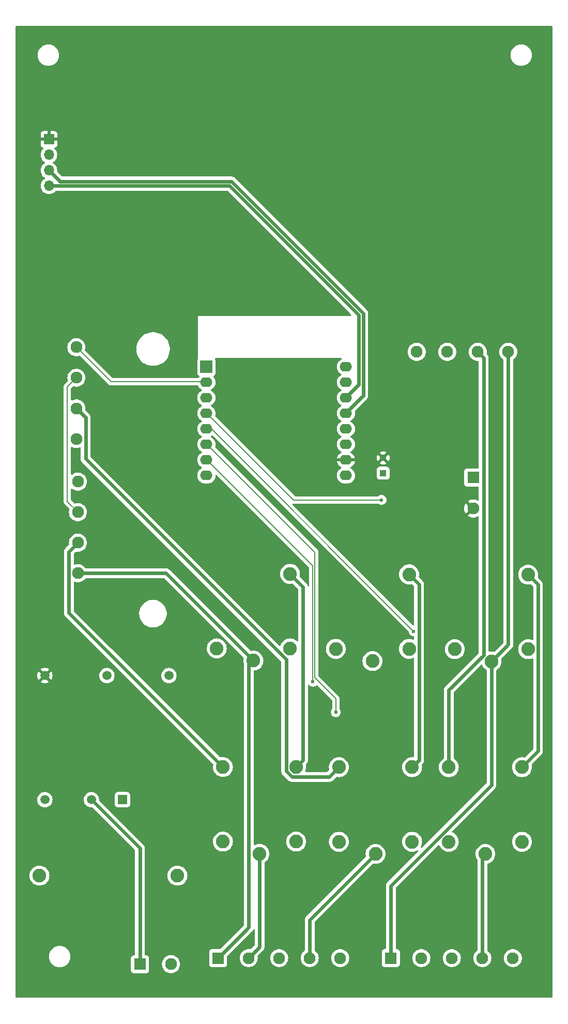
<source format=gbl>
%TF.GenerationSoftware,KiCad,Pcbnew,8.0.6*%
%TF.CreationDate,2024-11-25T21:26:04+01:00*%
%TF.ProjectId,PCB,5043422e-6b69-4636-9164-5f7063625858,rev?*%
%TF.SameCoordinates,Original*%
%TF.FileFunction,Copper,L2,Bot*%
%TF.FilePolarity,Positive*%
%FSLAX46Y46*%
G04 Gerber Fmt 4.6, Leading zero omitted, Abs format (unit mm)*
G04 Created by KiCad (PCBNEW 8.0.6) date 2024-11-25 21:26:04*
%MOMM*%
%LPD*%
G01*
G04 APERTURE LIST*
%TA.AperFunction,ComponentPad*%
%ADD10R,2.000000X2.000000*%
%TD*%
%TA.AperFunction,ComponentPad*%
%ADD11O,2.000000X1.600000*%
%TD*%
%TA.AperFunction,ComponentPad*%
%ADD12R,1.500000X1.500000*%
%TD*%
%TA.AperFunction,ComponentPad*%
%ADD13C,1.500000*%
%TD*%
%TA.AperFunction,ComponentPad*%
%ADD14C,2.250000*%
%TD*%
%TA.AperFunction,ComponentPad*%
%ADD15R,1.950000X1.950000*%
%TD*%
%TA.AperFunction,ComponentPad*%
%ADD16C,1.950000*%
%TD*%
%TA.AperFunction,ComponentPad*%
%ADD17R,1.700000X1.700000*%
%TD*%
%TA.AperFunction,ComponentPad*%
%ADD18O,1.700000X1.700000*%
%TD*%
%TA.AperFunction,ComponentPad*%
%ADD19R,1.100000X1.100000*%
%TD*%
%TA.AperFunction,ComponentPad*%
%ADD20C,1.100000*%
%TD*%
%TA.AperFunction,ViaPad*%
%ADD21C,0.600000*%
%TD*%
%TA.AperFunction,Conductor*%
%ADD22C,0.600000*%
%TD*%
%TA.AperFunction,Conductor*%
%ADD23C,0.200000*%
%TD*%
G04 APERTURE END LIST*
D10*
%TO.P,U_WeMos_D1_Mini_Pro_1,1,~{RST}*%
%TO.N,unconnected-(U_WeMos_D1_Mini_Pro_1-~{RST}-Pad1)*%
X91290000Y-117710000D03*
D11*
%TO.P,U_WeMos_D1_Mini_Pro_1,2,A0*%
%TO.N,DOA*%
X91290000Y-120250000D03*
%TO.P,U_WeMos_D1_Mini_Pro_1,3,D0*%
%TO.N,DO0*%
X91290000Y-122790000D03*
%TO.P,U_WeMos_D1_Mini_Pro_1,4,SCK/D5*%
%TO.N,DO5*%
X91290000Y-125330000D03*
%TO.P,U_WeMos_D1_Mini_Pro_1,5,MISO/D6*%
%TO.N,DO6*%
X91290000Y-127870000D03*
%TO.P,U_WeMos_D1_Mini_Pro_1,6,MOSI/D7*%
%TO.N,DO7*%
X91290000Y-130410000D03*
%TO.P,U_WeMos_D1_Mini_Pro_1,7,CS/D8*%
%TO.N,DO8*%
X91290000Y-132950000D03*
%TO.P,U_WeMos_D1_Mini_Pro_1,8,3V3*%
%TO.N,MCU 3V3*%
X91290000Y-135490000D03*
%TO.P,U_WeMos_D1_Mini_Pro_1,9,5V*%
%TO.N,VCC*%
X114150000Y-135490000D03*
%TO.P,U_WeMos_D1_Mini_Pro_1,10,GND*%
%TO.N,GND*%
X114150000Y-132950000D03*
%TO.P,U_WeMos_D1_Mini_Pro_1,11,D4*%
%TO.N,Net-(SW_LocRem_1-A)*%
X114150000Y-130410000D03*
%TO.P,U_WeMos_D1_Mini_Pro_1,12,D3*%
%TO.N,DO3*%
X114150000Y-127870000D03*
%TO.P,U_WeMos_D1_Mini_Pro_1,13,SDA/D2*%
%TO.N,SDA*%
X114150000Y-125330000D03*
%TO.P,U_WeMos_D1_Mini_Pro_1,14,SCL/D1*%
%TO.N,SCL*%
X114150000Y-122790000D03*
%TO.P,U_WeMos_D1_Mini_Pro_1,15,RX*%
%TO.N,unconnected-(U_WeMos_D1_Mini_Pro_1-RX-Pad15)*%
X114150000Y-120250000D03*
%TO.P,U_WeMos_D1_Mini_Pro_1,16,TX*%
%TO.N,unconnected-(U_WeMos_D1_Mini_Pro_1-TX-Pad16)*%
X114150000Y-117710000D03*
%TD*%
D12*
%TO.P,PS_DCDC_24V5V_1,1,+VIN*%
%TO.N,Net-(PS_DCDC_24V5V_1-+VIN)*%
X77540000Y-188570000D03*
D13*
%TO.P,PS_DCDC_24V5V_1,2,-VIN*%
%TO.N,Net-(J_24Vin+GND_1-Pin_1)*%
X72460000Y-188570000D03*
%TO.P,PS_DCDC_24V5V_1,3,CTRL*%
%TO.N,unconnected-(PS_DCDC_24V5V_1-CTRL-Pad3)*%
X64840000Y-188570000D03*
%TO.P,PS_DCDC_24V5V_1,4,-VOUT*%
%TO.N,GND*%
X64840000Y-168250000D03*
%TO.P,PS_DCDC_24V5V_1,5,TRIM*%
%TO.N,unconnected-(PS_DCDC_24V5V_1-TRIM-Pad5)*%
X75000000Y-168250000D03*
%TO.P,PS_DCDC_24V5V_1,6,+VOUT*%
%TO.N,Net-(PS_DCDC_24V5V_1-+VOUT)*%
X85160000Y-168250000D03*
%TD*%
D14*
%TO.P,K_TypeCRel_5,1*%
%TO.N,VFD DI1*%
X100000000Y-197425000D03*
%TO.P,K_TypeCRel_5,2*%
%TO.N,Net-(D_sch_2-A)*%
X106000000Y-195425000D03*
%TO.P,K_TypeCRel_5,3*%
%TO.N,remote DI1*%
X106000000Y-183225000D03*
%TO.P,K_TypeCRel_5,4*%
%TO.N,local DI1*%
X94000000Y-183225000D03*
%TO.P,K_TypeCRel_5,5*%
%TO.N,VCC*%
X94000000Y-195425000D03*
%TD*%
D15*
%TO.P,J_24Vin+GND_1,1,Pin_1*%
%TO.N,Net-(J_24Vin+GND_1-Pin_1)*%
X80420000Y-215500000D03*
D16*
%TO.P,J_24Vin+GND_1,2,Pin_2*%
%TO.N,Net-(J_24Vin+GND_1-Pin_2)*%
X85500000Y-215500000D03*
%TD*%
D15*
%TO.P,J_VFDconnectors_3,1,Pin_1*%
%TO.N,J4 24V*%
X121500000Y-214500000D03*
D16*
%TO.P,J_VFDconnectors_3,2,Pin_2*%
%TO.N,unconnected-(J_VFDconnectors_3-Pin_2-Pad2)*%
X126500000Y-214500000D03*
%TO.P,J_VFDconnectors_3,3,Pin_3*%
%TO.N,unconnected-(J_VFDconnectors_3-Pin_3-Pad3)*%
X131500000Y-214500000D03*
%TO.P,J_VFDconnectors_3,4,Pin_4*%
%TO.N,VFD DI2*%
X136500000Y-214500000D03*
%TO.P,J_VFDconnectors_3,5,Pin_5*%
%TO.N,unconnected-(J_VFDconnectors_3-Pin_5-Pad5)*%
X141500000Y-214500000D03*
%TD*%
D14*
%TO.P,K_TypeARel_3,1,COM*%
%TO.N,J4 24V*%
X138000000Y-165925000D03*
%TO.P,K_TypeARel_3,2,COIL_1*%
%TO.N,Net-(D_sch_6-A)*%
X144000000Y-163925000D03*
%TO.P,K_TypeARel_3,3,NO*%
%TO.N,remote DI2*%
X144000000Y-151725000D03*
%TO.P,K_TypeARel_3,5,COIL_2*%
%TO.N,VCC*%
X132000000Y-163925000D03*
%TD*%
D17*
%TO.P,J_LCDconn_1,1,Pin_1*%
%TO.N,GND*%
X65500000Y-80460000D03*
D18*
%TO.P,J_LCDconn_1,2,Pin_2*%
%TO.N,VCC*%
X65500000Y-83000000D03*
%TO.P,J_LCDconn_1,3,Pin_3*%
%TO.N,SDA*%
X65500000Y-85540000D03*
%TO.P,J_LCDconn_1,4,Pin_4*%
%TO.N,SCL*%
X65500000Y-88080000D03*
%TD*%
D14*
%TO.P,K_TypeCRel_4,1*%
%TO.N,VFD DI0*%
X119000000Y-197450000D03*
%TO.P,K_TypeCRel_4,2*%
%TO.N,Net-(D_sch_1-A)*%
X125000000Y-195450000D03*
%TO.P,K_TypeCRel_4,3*%
%TO.N,remote DI0*%
X125000000Y-183250000D03*
%TO.P,K_TypeCRel_4,4*%
%TO.N,local DI0*%
X113000000Y-183250000D03*
%TO.P,K_TypeCRel_4,5*%
%TO.N,VCC*%
X113000000Y-195450000D03*
%TD*%
D15*
%TO.P,J_VFDconnectors_2,1,Pin_1*%
%TO.N,J3 24V*%
X93215000Y-214500000D03*
D16*
%TO.P,J_VFDconnectors_2,2,Pin_2*%
%TO.N,VFD DI1*%
X98215000Y-214500000D03*
%TO.P,J_VFDconnectors_2,3,Pin_3*%
%TO.N,unconnected-(J_VFDconnectors_2-Pin_3-Pad3)*%
X103215000Y-214500000D03*
%TO.P,J_VFDconnectors_2,4,Pin_4*%
%TO.N,VFD DI0*%
X108215000Y-214500000D03*
%TO.P,J_VFDconnectors_2,5,Pin_5*%
%TO.N,unconnected-(J_VFDconnectors_2-Pin_5-Pad5)*%
X113215000Y-214500000D03*
%TD*%
D14*
%TO.P,Fuse_1500mA_1,1,1*%
%TO.N,Net-(J_24Vin+GND_1-Pin_2)*%
X86550000Y-201000000D03*
%TO.P,Fuse_1500mA_1,2,2*%
%TO.N,Net-(PS_DCDC_24V5V_1-+VIN)*%
X63950000Y-201000000D03*
%TD*%
D16*
%TO.P,SW_IncSpeed_3,1,1*%
%TO.N,J3 24V*%
X70250000Y-151500000D03*
%TO.P,SW_IncSpeed_3,2,2*%
%TO.N,local DI1*%
X70250000Y-146500000D03*
%TO.P,SW_IncSpeed_3,3,3*%
%TO.N,MCU 3V3*%
X70250000Y-141500000D03*
%TO.P,SW_IncSpeed_3,4,4*%
%TO.N,DO0*%
X70250000Y-136500000D03*
%TD*%
%TO.P,SW_DecSpeed_4,1,1*%
%TO.N,J4 24V*%
X140750000Y-115250000D03*
%TO.P,SW_DecSpeed_4,2,2*%
%TO.N,local DI2*%
X135750000Y-115250000D03*
%TO.P,SW_DecSpeed_4,3,3*%
%TO.N,MCU 3V3*%
X130750000Y-115250000D03*
%TO.P,SW_DecSpeed_4,4,4*%
%TO.N,DO3*%
X125750000Y-115250000D03*
%TD*%
D15*
%TO.P,SW_LocRem_1,1,A*%
%TO.N,Net-(SW_LocRem_1-A)*%
X135000000Y-135815000D03*
D16*
%TO.P,SW_LocRem_1,2,B*%
%TO.N,GND*%
X135000000Y-140895000D03*
%TD*%
D14*
%TO.P,K_TypeARel_1,1,COM*%
%TO.N,J3 24V*%
X118500000Y-165875000D03*
%TO.P,K_TypeARel_1,2,COIL_1*%
%TO.N,Net-(D_sch_4-A)*%
X124500000Y-163875000D03*
%TO.P,K_TypeARel_1,3,NO*%
%TO.N,remote DI0*%
X124500000Y-151675000D03*
%TO.P,K_TypeARel_1,5,COIL_2*%
%TO.N,VCC*%
X112500000Y-163875000D03*
%TD*%
D16*
%TO.P,SW_OnOff_2,1,1*%
%TO.N,J3 24V*%
X70000000Y-129500000D03*
%TO.P,SW_OnOff_2,2,2*%
%TO.N,local DI0*%
X70000000Y-124500000D03*
%TO.P,SW_OnOff_2,3,3*%
%TO.N,MCU 3V3*%
X70000000Y-119500000D03*
%TO.P,SW_OnOff_2,4,4*%
%TO.N,DOA*%
X70000000Y-114500000D03*
%TD*%
D14*
%TO.P,K_TypeARel_2,1,COM*%
%TO.N,J3 24V*%
X99000000Y-165800000D03*
%TO.P,K_TypeARel_2,2,COIL_1*%
%TO.N,Net-(D_sch_5-A)*%
X105000000Y-163800000D03*
%TO.P,K_TypeARel_2,3,NO*%
%TO.N,remote DI1*%
X105000000Y-151600000D03*
%TO.P,K_TypeARel_2,5,COIL_2*%
%TO.N,VCC*%
X93000000Y-163800000D03*
%TD*%
%TO.P,K_TypeCRel_6,1*%
%TO.N,VFD DI2*%
X137000000Y-197450000D03*
%TO.P,K_TypeCRel_6,2*%
%TO.N,Net-(D_sch_3-A)*%
X143000000Y-195450000D03*
%TO.P,K_TypeCRel_6,3*%
%TO.N,remote DI2*%
X143000000Y-183250000D03*
%TO.P,K_TypeCRel_6,4*%
%TO.N,local DI2*%
X131000000Y-183250000D03*
%TO.P,K_TypeCRel_6,5*%
%TO.N,VCC*%
X131000000Y-195450000D03*
%TD*%
D19*
%TO.P,C_470uF_3,1,+*%
%TO.N,VCC*%
X120250000Y-135110000D03*
D20*
%TO.P,C_470uF_3,2,-*%
%TO.N,GND*%
X120250000Y-132610000D03*
%TD*%
D21*
%TO.N,GND*%
X124700000Y-167050000D03*
X144150000Y-167450000D03*
X129100000Y-201000000D03*
X111000000Y-166450000D03*
%TO.N,DO6*%
X125250000Y-161000000D03*
%TO.N,DO7*%
X112500000Y-174250000D03*
%TO.N,DO5*%
X120000000Y-139500000D03*
%TO.N,DO8*%
X108750000Y-169250000D03*
%TD*%
D22*
%TO.N,SDA*%
X116977000Y-122418000D02*
X114165000Y-125230000D01*
X65500000Y-85540000D02*
X67313000Y-87353000D01*
X116977000Y-108948866D02*
X116977000Y-122418000D01*
X67313000Y-87353000D02*
X95381134Y-87353000D01*
X95381134Y-87353000D02*
X116977000Y-108948866D01*
%TO.N,SCL*%
X95080000Y-88080000D02*
X116250000Y-109250000D01*
X116250000Y-109250000D02*
X116250000Y-120605000D01*
X116250000Y-120605000D02*
X114165000Y-122690000D01*
X65500000Y-88080000D02*
X95080000Y-88080000D01*
%TO.N,VFD DI0*%
X108215000Y-208235000D02*
X119000000Y-197450000D01*
X108215000Y-214500000D02*
X108215000Y-208235000D01*
%TO.N,J3 24V*%
X98250000Y-209465000D02*
X98250000Y-166550000D01*
X93215000Y-214500000D02*
X98250000Y-209465000D01*
X99000000Y-165800000D02*
X84700000Y-151500000D01*
X84700000Y-151500000D02*
X70250000Y-151500000D01*
X98250000Y-166550000D02*
X99000000Y-165800000D01*
%TO.N,VFD DI1*%
X100000000Y-212715000D02*
X100000000Y-197425000D01*
X98215000Y-214500000D02*
X100000000Y-212715000D01*
%TO.N,VFD DI2*%
X136500000Y-214500000D02*
X136500000Y-197950000D01*
X136500000Y-197950000D02*
X137000000Y-197450000D01*
%TO.N,J4 24V*%
X140750000Y-163175000D02*
X138000000Y-165925000D01*
X140750000Y-115250000D02*
X140750000Y-163175000D01*
X121500000Y-202651902D02*
X138000000Y-186151902D01*
X138000000Y-186151902D02*
X138000000Y-165925000D01*
X121500000Y-214500000D02*
X121500000Y-202651902D01*
D23*
%TO.N,DO6*%
X92020000Y-127770000D02*
X125250000Y-161000000D01*
X91305000Y-127770000D02*
X92020000Y-127770000D01*
D22*
%TO.N,remote DI1*%
X107125000Y-153725000D02*
X105000000Y-151600000D01*
X106000000Y-183225000D02*
X107125000Y-182100000D01*
X107125000Y-182100000D02*
X107125000Y-153725000D01*
D23*
%TO.N,DO7*%
X109077000Y-148082000D02*
X109077000Y-168577000D01*
X112500000Y-172000000D02*
X112500000Y-174250000D01*
X109077000Y-168577000D02*
X112500000Y-172000000D01*
X91305000Y-130310000D02*
X109077000Y-148082000D01*
D22*
%TO.N,remote DI2*%
X145625000Y-153350000D02*
X144000000Y-151725000D01*
X143000000Y-183250000D02*
X145625000Y-180625000D01*
X145625000Y-180625000D02*
X145625000Y-153350000D01*
%TO.N,local DI0*%
X111400000Y-184850000D02*
X105326902Y-184850000D01*
X104375000Y-183898098D02*
X104375000Y-165625000D01*
X105326902Y-184850000D02*
X104375000Y-183898098D01*
X104375000Y-165625000D02*
X71500000Y-132750000D01*
X113000000Y-183250000D02*
X111400000Y-184850000D01*
X71500000Y-132750000D02*
X71500000Y-126000000D01*
X71500000Y-126000000D02*
X70000000Y-124500000D01*
%TO.N,remote DI0*%
X126125000Y-153300000D02*
X124500000Y-151675000D01*
X125000000Y-183250000D02*
X126125000Y-182125000D01*
X126125000Y-182125000D02*
X126125000Y-153300000D01*
%TO.N,local DI1*%
X68775000Y-158000000D02*
X94000000Y-183225000D01*
X70250000Y-146500000D02*
X68775000Y-147975000D01*
X68775000Y-147975000D02*
X68775000Y-158000000D01*
%TO.N,local DI2*%
X131000000Y-170626902D02*
X131000000Y-183250000D01*
X136725000Y-164901902D02*
X131000000Y-170626902D01*
X135750000Y-115250000D02*
X136725000Y-116225000D01*
X136725000Y-116225000D02*
X136725000Y-164901902D01*
D23*
%TO.N,DO5*%
X120000000Y-139500000D02*
X105575000Y-139500000D01*
X105575000Y-139500000D02*
X91305000Y-125230000D01*
%TO.N,DO8*%
X108750000Y-150295000D02*
X108750000Y-169250000D01*
X91305000Y-132850000D02*
X108750000Y-150295000D01*
%TO.N,MCU 3V3*%
X68525000Y-139775000D02*
X70250000Y-141500000D01*
X68525000Y-120975000D02*
X68525000Y-139775000D01*
X70000000Y-119500000D02*
X68525000Y-120975000D01*
%TO.N,DOA*%
X70000000Y-114500000D02*
X75650000Y-120150000D01*
X75650000Y-120150000D02*
X91305000Y-120150000D01*
D22*
%TO.N,Net-(J_24Vin+GND_1-Pin_1)*%
X80420000Y-215500000D02*
X80420000Y-196530000D01*
X80420000Y-196530000D02*
X72460000Y-188570000D01*
%TD*%
%TA.AperFunction,Conductor*%
%TO.N,GND*%
G36*
X147942539Y-61920185D02*
G01*
X147988294Y-61972989D01*
X147999500Y-62024500D01*
X147999500Y-220875500D01*
X147979815Y-220942539D01*
X147927011Y-220988294D01*
X147875500Y-220999500D01*
X60124500Y-220999500D01*
X60057461Y-220979815D01*
X60011706Y-220927011D01*
X60000500Y-220875500D01*
X60000500Y-214135258D01*
X65499500Y-214135258D01*
X65499500Y-214364741D01*
X65517308Y-214500000D01*
X65529452Y-214592238D01*
X65529453Y-214592240D01*
X65588842Y-214813887D01*
X65676650Y-215025876D01*
X65676657Y-215025890D01*
X65791392Y-215224617D01*
X65931081Y-215406661D01*
X65931089Y-215406670D01*
X66093330Y-215568911D01*
X66093338Y-215568918D01*
X66275382Y-215708607D01*
X66275385Y-215708608D01*
X66275388Y-215708611D01*
X66474112Y-215823344D01*
X66474117Y-215823346D01*
X66474123Y-215823349D01*
X66565480Y-215861190D01*
X66686113Y-215911158D01*
X66907762Y-215970548D01*
X67135266Y-216000500D01*
X67135273Y-216000500D01*
X67364727Y-216000500D01*
X67364734Y-216000500D01*
X67592238Y-215970548D01*
X67813887Y-215911158D01*
X68025888Y-215823344D01*
X68224612Y-215708611D01*
X68406661Y-215568919D01*
X68406665Y-215568914D01*
X68406670Y-215568911D01*
X68568911Y-215406670D01*
X68568914Y-215406665D01*
X68568919Y-215406661D01*
X68708611Y-215224612D01*
X68823344Y-215025888D01*
X68911158Y-214813887D01*
X68970548Y-214592238D01*
X69000500Y-214364734D01*
X69000500Y-214135266D01*
X68970548Y-213907762D01*
X68911158Y-213686113D01*
X68861190Y-213565480D01*
X68823349Y-213474123D01*
X68823346Y-213474117D01*
X68823344Y-213474112D01*
X68708611Y-213275388D01*
X68708608Y-213275385D01*
X68708607Y-213275382D01*
X68607764Y-213143962D01*
X68568919Y-213093339D01*
X68568918Y-213093338D01*
X68568911Y-213093330D01*
X68406670Y-212931089D01*
X68406661Y-212931081D01*
X68224617Y-212791392D01*
X68025890Y-212676657D01*
X68025876Y-212676650D01*
X67813887Y-212588842D01*
X67592238Y-212529452D01*
X67554215Y-212524446D01*
X67364741Y-212499500D01*
X67364734Y-212499500D01*
X67135266Y-212499500D01*
X67135258Y-212499500D01*
X66918715Y-212528009D01*
X66907762Y-212529452D01*
X66814076Y-212554554D01*
X66686112Y-212588842D01*
X66474123Y-212676650D01*
X66474109Y-212676657D01*
X66275382Y-212791392D01*
X66093338Y-212931081D01*
X65931081Y-213093338D01*
X65791392Y-213275382D01*
X65676657Y-213474109D01*
X65676650Y-213474123D01*
X65588842Y-213686112D01*
X65529453Y-213907759D01*
X65529451Y-213907770D01*
X65499500Y-214135258D01*
X60000500Y-214135258D01*
X60000500Y-201000000D01*
X62319474Y-201000000D01*
X62339547Y-201255064D01*
X62399279Y-201503864D01*
X62497188Y-201740239D01*
X62497190Y-201740242D01*
X62630875Y-201958396D01*
X62630878Y-201958401D01*
X62692126Y-202030113D01*
X62797044Y-202152956D01*
X62921579Y-202259319D01*
X62991598Y-202319121D01*
X62991603Y-202319124D01*
X63209757Y-202452809D01*
X63209760Y-202452811D01*
X63446135Y-202550720D01*
X63446140Y-202550722D01*
X63694930Y-202610452D01*
X63950000Y-202630526D01*
X64205070Y-202610452D01*
X64453860Y-202550722D01*
X64572051Y-202501765D01*
X64690239Y-202452811D01*
X64690240Y-202452810D01*
X64690243Y-202452809D01*
X64908399Y-202319123D01*
X65102956Y-202152956D01*
X65269123Y-201958399D01*
X65402809Y-201740243D01*
X65500722Y-201503860D01*
X65560452Y-201255070D01*
X65580526Y-201000000D01*
X65560452Y-200744930D01*
X65500722Y-200496140D01*
X65500720Y-200496135D01*
X65402811Y-200259760D01*
X65402809Y-200259757D01*
X65269124Y-200041603D01*
X65269121Y-200041598D01*
X65209319Y-199971579D01*
X65102956Y-199847044D01*
X64996591Y-199756200D01*
X64908401Y-199680878D01*
X64908396Y-199680875D01*
X64690242Y-199547190D01*
X64690239Y-199547188D01*
X64453864Y-199449279D01*
X64453860Y-199449278D01*
X64205070Y-199389548D01*
X64205067Y-199389547D01*
X64205064Y-199389547D01*
X63950000Y-199369474D01*
X63694935Y-199389547D01*
X63694931Y-199389547D01*
X63694930Y-199389548D01*
X63570535Y-199419413D01*
X63446135Y-199449279D01*
X63209760Y-199547188D01*
X63209757Y-199547190D01*
X62991603Y-199680875D01*
X62991598Y-199680878D01*
X62797044Y-199847044D01*
X62630878Y-200041598D01*
X62630875Y-200041603D01*
X62497190Y-200259757D01*
X62497188Y-200259760D01*
X62399279Y-200496135D01*
X62339547Y-200744935D01*
X62319474Y-201000000D01*
X60000500Y-201000000D01*
X60000500Y-188569997D01*
X63584723Y-188569997D01*
X63584723Y-188570002D01*
X63603793Y-188787975D01*
X63603793Y-188787979D01*
X63660422Y-188999322D01*
X63660424Y-188999326D01*
X63660425Y-188999330D01*
X63706661Y-189098484D01*
X63752897Y-189197638D01*
X63752898Y-189197639D01*
X63878402Y-189376877D01*
X64033123Y-189531598D01*
X64212361Y-189657102D01*
X64410670Y-189749575D01*
X64622023Y-189806207D01*
X64804926Y-189822208D01*
X64839998Y-189825277D01*
X64840000Y-189825277D01*
X64840002Y-189825277D01*
X64868254Y-189822805D01*
X65057977Y-189806207D01*
X65269330Y-189749575D01*
X65467639Y-189657102D01*
X65646877Y-189531598D01*
X65801598Y-189376877D01*
X65927102Y-189197639D01*
X66019575Y-188999330D01*
X66076207Y-188787977D01*
X66095277Y-188570000D01*
X66095277Y-188569997D01*
X71204723Y-188569997D01*
X71204723Y-188570002D01*
X71223793Y-188787975D01*
X71223793Y-188787979D01*
X71280422Y-188999322D01*
X71280424Y-188999326D01*
X71280425Y-188999330D01*
X71326661Y-189098484D01*
X71372897Y-189197638D01*
X71372898Y-189197639D01*
X71498402Y-189376877D01*
X71653123Y-189531598D01*
X71832361Y-189657102D01*
X72030670Y-189749575D01*
X72242023Y-189806207D01*
X72424926Y-189822208D01*
X72459998Y-189825277D01*
X72459999Y-189825277D01*
X72459999Y-189825276D01*
X72460000Y-189825277D01*
X72515685Y-189820404D01*
X72584182Y-189834169D01*
X72614173Y-189856251D01*
X79583181Y-196825259D01*
X79616666Y-196886582D01*
X79619500Y-196912940D01*
X79619500Y-213900500D01*
X79599815Y-213967539D01*
X79547011Y-214013294D01*
X79495501Y-214024500D01*
X79397130Y-214024500D01*
X79397123Y-214024501D01*
X79337516Y-214030908D01*
X79202671Y-214081202D01*
X79202664Y-214081206D01*
X79087455Y-214167452D01*
X79087452Y-214167455D01*
X79001206Y-214282664D01*
X79001202Y-214282671D01*
X78950908Y-214417517D01*
X78944501Y-214477116D01*
X78944501Y-214477123D01*
X78944500Y-214477135D01*
X78944500Y-216522870D01*
X78944501Y-216522876D01*
X78950908Y-216582483D01*
X79001202Y-216717328D01*
X79001206Y-216717335D01*
X79087452Y-216832544D01*
X79087455Y-216832547D01*
X79202664Y-216918793D01*
X79202671Y-216918797D01*
X79337517Y-216969091D01*
X79337516Y-216969091D01*
X79344444Y-216969835D01*
X79397127Y-216975500D01*
X81442872Y-216975499D01*
X81502483Y-216969091D01*
X81637331Y-216918796D01*
X81752546Y-216832546D01*
X81838796Y-216717331D01*
X81889091Y-216582483D01*
X81895500Y-216522873D01*
X81895499Y-215499994D01*
X84019443Y-215499994D01*
X84019443Y-215500005D01*
X84039634Y-215743683D01*
X84039636Y-215743695D01*
X84099663Y-215980734D01*
X84197888Y-216204666D01*
X84331632Y-216409378D01*
X84497242Y-216589277D01*
X84497252Y-216589286D01*
X84690208Y-216739470D01*
X84690212Y-216739473D01*
X84862197Y-216832547D01*
X84905267Y-216855855D01*
X84905270Y-216855856D01*
X85136541Y-216935251D01*
X85136543Y-216935251D01*
X85136545Y-216935252D01*
X85377737Y-216975500D01*
X85377738Y-216975500D01*
X85622262Y-216975500D01*
X85622263Y-216975500D01*
X85863455Y-216935252D01*
X86094733Y-216855855D01*
X86309788Y-216739473D01*
X86502754Y-216589281D01*
X86668368Y-216409377D01*
X86802111Y-216204667D01*
X86900336Y-215980736D01*
X86960364Y-215743692D01*
X86962548Y-215717335D01*
X86980557Y-215500005D01*
X86980557Y-215499994D01*
X86960365Y-215256316D01*
X86960363Y-215256304D01*
X86900336Y-215019265D01*
X86810249Y-214813887D01*
X86802111Y-214795333D01*
X86768374Y-214743695D01*
X86668367Y-214590621D01*
X86502757Y-214410722D01*
X86502747Y-214410713D01*
X86309791Y-214260529D01*
X86309787Y-214260526D01*
X86094734Y-214144145D01*
X86094729Y-214144143D01*
X85863458Y-214064748D01*
X85660664Y-214030908D01*
X85622263Y-214024500D01*
X85377737Y-214024500D01*
X85339336Y-214030908D01*
X85136541Y-214064748D01*
X84905270Y-214144143D01*
X84905265Y-214144145D01*
X84690212Y-214260526D01*
X84690208Y-214260529D01*
X84497252Y-214410713D01*
X84497242Y-214410722D01*
X84331632Y-214590621D01*
X84197888Y-214795333D01*
X84099663Y-215019265D01*
X84039636Y-215256304D01*
X84039634Y-215256316D01*
X84019443Y-215499994D01*
X81895499Y-215499994D01*
X81895499Y-214477128D01*
X81889091Y-214417517D01*
X81886553Y-214410713D01*
X81838797Y-214282671D01*
X81838793Y-214282664D01*
X81752547Y-214167455D01*
X81752544Y-214167452D01*
X81637335Y-214081206D01*
X81637328Y-214081202D01*
X81502482Y-214030908D01*
X81502483Y-214030908D01*
X81442883Y-214024501D01*
X81442881Y-214024500D01*
X81442873Y-214024500D01*
X81442865Y-214024500D01*
X81344500Y-214024500D01*
X81277461Y-214004815D01*
X81231706Y-213952011D01*
X81220500Y-213900500D01*
X81220500Y-201000000D01*
X84919474Y-201000000D01*
X84939547Y-201255064D01*
X84999279Y-201503864D01*
X85097188Y-201740239D01*
X85097190Y-201740242D01*
X85230875Y-201958396D01*
X85230878Y-201958401D01*
X85292126Y-202030113D01*
X85397044Y-202152956D01*
X85521579Y-202259319D01*
X85591598Y-202319121D01*
X85591603Y-202319124D01*
X85809757Y-202452809D01*
X85809760Y-202452811D01*
X86046135Y-202550720D01*
X86046140Y-202550722D01*
X86294930Y-202610452D01*
X86550000Y-202630526D01*
X86805070Y-202610452D01*
X87053860Y-202550722D01*
X87172051Y-202501765D01*
X87290239Y-202452811D01*
X87290240Y-202452810D01*
X87290243Y-202452809D01*
X87508399Y-202319123D01*
X87702956Y-202152956D01*
X87869123Y-201958399D01*
X88002809Y-201740243D01*
X88100722Y-201503860D01*
X88160452Y-201255070D01*
X88180526Y-201000000D01*
X88160452Y-200744930D01*
X88100722Y-200496140D01*
X88100720Y-200496135D01*
X88002811Y-200259760D01*
X88002809Y-200259757D01*
X87869124Y-200041603D01*
X87869121Y-200041598D01*
X87809319Y-199971579D01*
X87702956Y-199847044D01*
X87596591Y-199756200D01*
X87508401Y-199680878D01*
X87508396Y-199680875D01*
X87290242Y-199547190D01*
X87290239Y-199547188D01*
X87053864Y-199449279D01*
X87053860Y-199449278D01*
X86805070Y-199389548D01*
X86805067Y-199389547D01*
X86805064Y-199389547D01*
X86550000Y-199369474D01*
X86294935Y-199389547D01*
X86294931Y-199389547D01*
X86294930Y-199389548D01*
X86170535Y-199419413D01*
X86046135Y-199449279D01*
X85809760Y-199547188D01*
X85809757Y-199547190D01*
X85591603Y-199680875D01*
X85591598Y-199680878D01*
X85397044Y-199847044D01*
X85230878Y-200041598D01*
X85230875Y-200041603D01*
X85097190Y-200259757D01*
X85097188Y-200259760D01*
X84999279Y-200496135D01*
X84939547Y-200744935D01*
X84919474Y-201000000D01*
X81220500Y-201000000D01*
X81220500Y-196451155D01*
X81220499Y-196451153D01*
X81207021Y-196383396D01*
X81189737Y-196296503D01*
X81179606Y-196272044D01*
X81129397Y-196150827D01*
X81129390Y-196150814D01*
X81041790Y-196019712D01*
X80989419Y-195967341D01*
X80930289Y-195908211D01*
X80447078Y-195425000D01*
X92369474Y-195425000D01*
X92389547Y-195680064D01*
X92389547Y-195680067D01*
X92389548Y-195680070D01*
X92427836Y-195839547D01*
X92449279Y-195928864D01*
X92547188Y-196165239D01*
X92547190Y-196165242D01*
X92680875Y-196383396D01*
X92680878Y-196383401D01*
X92742869Y-196455983D01*
X92847044Y-196577956D01*
X92971579Y-196684319D01*
X93041598Y-196744121D01*
X93041600Y-196744122D01*
X93041601Y-196744123D01*
X93082399Y-196769124D01*
X93259757Y-196877809D01*
X93259760Y-196877811D01*
X93496135Y-196975720D01*
X93496140Y-196975722D01*
X93744930Y-197035452D01*
X94000000Y-197055526D01*
X94255070Y-197035452D01*
X94503860Y-196975722D01*
X94679888Y-196902809D01*
X94740239Y-196877811D01*
X94740240Y-196877810D01*
X94740243Y-196877809D01*
X94958399Y-196744123D01*
X95152956Y-196577956D01*
X95319123Y-196383399D01*
X95452809Y-196165243D01*
X95458781Y-196150827D01*
X95522419Y-195997190D01*
X95550722Y-195928860D01*
X95610452Y-195680070D01*
X95630526Y-195425000D01*
X95610452Y-195169930D01*
X95550722Y-194921140D01*
X95463166Y-194709760D01*
X95452811Y-194684760D01*
X95452809Y-194684757D01*
X95319124Y-194466603D01*
X95319121Y-194466598D01*
X95259319Y-194396579D01*
X95152956Y-194272044D01*
X95046591Y-194181200D01*
X94958401Y-194105878D01*
X94958396Y-194105875D01*
X94740242Y-193972190D01*
X94740239Y-193972188D01*
X94503864Y-193874279D01*
X94503860Y-193874278D01*
X94255070Y-193814548D01*
X94255067Y-193814547D01*
X94255064Y-193814547D01*
X94000000Y-193794474D01*
X93744935Y-193814547D01*
X93744931Y-193814547D01*
X93744930Y-193814548D01*
X93700312Y-193825260D01*
X93496135Y-193874279D01*
X93259760Y-193972188D01*
X93259757Y-193972190D01*
X93041603Y-194105875D01*
X93041598Y-194105878D01*
X92847044Y-194272044D01*
X92680878Y-194466598D01*
X92680875Y-194466603D01*
X92547190Y-194684757D01*
X92547188Y-194684760D01*
X92449279Y-194921135D01*
X92389547Y-195169935D01*
X92369474Y-195425000D01*
X80447078Y-195425000D01*
X73746251Y-188724173D01*
X73712766Y-188662850D01*
X73710404Y-188625689D01*
X73715277Y-188570000D01*
X73696207Y-188352023D01*
X73639575Y-188140670D01*
X73547102Y-187942362D01*
X73547100Y-187942359D01*
X73547099Y-187942357D01*
X73427909Y-187772135D01*
X76289500Y-187772135D01*
X76289500Y-189367870D01*
X76289501Y-189367876D01*
X76295908Y-189427483D01*
X76346202Y-189562328D01*
X76346206Y-189562335D01*
X76432452Y-189677544D01*
X76432455Y-189677547D01*
X76547664Y-189763793D01*
X76547671Y-189763797D01*
X76682517Y-189814091D01*
X76682516Y-189814091D01*
X76689444Y-189814835D01*
X76742127Y-189820500D01*
X78337872Y-189820499D01*
X78397483Y-189814091D01*
X78532331Y-189763796D01*
X78647546Y-189677546D01*
X78733796Y-189562331D01*
X78784091Y-189427483D01*
X78790500Y-189367873D01*
X78790499Y-187772128D01*
X78784091Y-187712517D01*
X78733796Y-187577669D01*
X78733795Y-187577668D01*
X78733793Y-187577664D01*
X78647547Y-187462455D01*
X78647544Y-187462452D01*
X78532335Y-187376206D01*
X78532328Y-187376202D01*
X78397482Y-187325908D01*
X78397483Y-187325908D01*
X78337883Y-187319501D01*
X78337881Y-187319500D01*
X78337873Y-187319500D01*
X78337864Y-187319500D01*
X76742129Y-187319500D01*
X76742123Y-187319501D01*
X76682516Y-187325908D01*
X76547671Y-187376202D01*
X76547664Y-187376206D01*
X76432455Y-187462452D01*
X76432452Y-187462455D01*
X76346206Y-187577664D01*
X76346202Y-187577671D01*
X76295908Y-187712517D01*
X76290468Y-187763121D01*
X76289501Y-187772123D01*
X76289500Y-187772135D01*
X73427909Y-187772135D01*
X73421599Y-187763124D01*
X73370991Y-187712516D01*
X73266877Y-187608402D01*
X73087639Y-187482898D01*
X73087640Y-187482898D01*
X73087638Y-187482897D01*
X72988484Y-187436661D01*
X72889330Y-187390425D01*
X72889326Y-187390424D01*
X72889322Y-187390422D01*
X72677977Y-187333793D01*
X72460002Y-187314723D01*
X72459998Y-187314723D01*
X72332151Y-187325908D01*
X72242023Y-187333793D01*
X72242020Y-187333793D01*
X72030677Y-187390422D01*
X72030668Y-187390426D01*
X71832361Y-187482898D01*
X71832357Y-187482900D01*
X71653121Y-187608402D01*
X71498402Y-187763121D01*
X71372900Y-187942357D01*
X71372898Y-187942361D01*
X71280426Y-188140668D01*
X71280422Y-188140677D01*
X71223793Y-188352020D01*
X71223793Y-188352024D01*
X71204723Y-188569997D01*
X66095277Y-188569997D01*
X66076207Y-188352023D01*
X66019575Y-188140670D01*
X65927102Y-187942362D01*
X65927100Y-187942359D01*
X65927099Y-187942357D01*
X65801599Y-187763124D01*
X65750991Y-187712516D01*
X65646877Y-187608402D01*
X65467639Y-187482898D01*
X65467640Y-187482898D01*
X65467638Y-187482897D01*
X65368484Y-187436661D01*
X65269330Y-187390425D01*
X65269326Y-187390424D01*
X65269322Y-187390422D01*
X65057977Y-187333793D01*
X64840002Y-187314723D01*
X64839998Y-187314723D01*
X64712151Y-187325908D01*
X64622023Y-187333793D01*
X64622020Y-187333793D01*
X64410677Y-187390422D01*
X64410668Y-187390426D01*
X64212361Y-187482898D01*
X64212357Y-187482900D01*
X64033121Y-187608402D01*
X63878402Y-187763121D01*
X63752900Y-187942357D01*
X63752898Y-187942361D01*
X63660426Y-188140668D01*
X63660422Y-188140677D01*
X63603793Y-188352020D01*
X63603793Y-188352024D01*
X63584723Y-188569997D01*
X60000500Y-188569997D01*
X60000500Y-168249999D01*
X63585225Y-168249999D01*
X63585225Y-168250000D01*
X63604287Y-168467884D01*
X63604289Y-168467894D01*
X63660894Y-168679150D01*
X63660898Y-168679159D01*
X63753333Y-168877387D01*
X63796874Y-168939571D01*
X64357037Y-168379408D01*
X64374075Y-168442993D01*
X64439901Y-168557007D01*
X64532993Y-168650099D01*
X64647007Y-168715925D01*
X64710590Y-168732962D01*
X64150427Y-169293124D01*
X64212612Y-169336666D01*
X64410840Y-169429101D01*
X64410849Y-169429105D01*
X64622105Y-169485710D01*
X64622115Y-169485712D01*
X64839999Y-169504775D01*
X64840001Y-169504775D01*
X65057884Y-169485712D01*
X65057894Y-169485710D01*
X65269150Y-169429105D01*
X65269164Y-169429100D01*
X65467383Y-169336669D01*
X65467385Y-169336668D01*
X65529571Y-169293124D01*
X64969410Y-168732962D01*
X65032993Y-168715925D01*
X65147007Y-168650099D01*
X65240099Y-168557007D01*
X65305925Y-168442993D01*
X65322962Y-168379409D01*
X65883124Y-168939570D01*
X65926668Y-168877385D01*
X65926669Y-168877383D01*
X66019100Y-168679164D01*
X66019105Y-168679150D01*
X66075710Y-168467894D01*
X66075712Y-168467884D01*
X66094775Y-168250000D01*
X66094775Y-168249999D01*
X66094775Y-168249997D01*
X73744723Y-168249997D01*
X73744723Y-168250002D01*
X73763793Y-168467975D01*
X73763793Y-168467979D01*
X73820422Y-168679322D01*
X73820424Y-168679326D01*
X73820425Y-168679330D01*
X73837490Y-168715925D01*
X73912897Y-168877638D01*
X73912898Y-168877639D01*
X74038402Y-169056877D01*
X74193123Y-169211598D01*
X74372361Y-169337102D01*
X74570670Y-169429575D01*
X74782023Y-169486207D01*
X74964926Y-169502208D01*
X74999998Y-169505277D01*
X75000000Y-169505277D01*
X75000002Y-169505277D01*
X75028254Y-169502805D01*
X75217977Y-169486207D01*
X75429330Y-169429575D01*
X75627639Y-169337102D01*
X75806877Y-169211598D01*
X75961598Y-169056877D01*
X76087102Y-168877639D01*
X76179575Y-168679330D01*
X76236207Y-168467977D01*
X76255277Y-168250000D01*
X76236207Y-168032023D01*
X76199879Y-167896446D01*
X76179577Y-167820677D01*
X76179576Y-167820676D01*
X76179575Y-167820670D01*
X76087102Y-167622362D01*
X76087100Y-167622359D01*
X76087099Y-167622357D01*
X75961599Y-167443124D01*
X75928802Y-167410327D01*
X75806877Y-167288402D01*
X75668978Y-167191844D01*
X75627638Y-167162897D01*
X75528484Y-167116661D01*
X75429330Y-167070425D01*
X75429326Y-167070424D01*
X75429322Y-167070422D01*
X75217977Y-167013793D01*
X75000002Y-166994723D01*
X74999998Y-166994723D01*
X74854682Y-167007436D01*
X74782023Y-167013793D01*
X74782020Y-167013793D01*
X74570677Y-167070422D01*
X74570668Y-167070426D01*
X74372361Y-167162898D01*
X74372357Y-167162900D01*
X74193121Y-167288402D01*
X74038402Y-167443121D01*
X73912900Y-167622357D01*
X73912898Y-167622361D01*
X73820426Y-167820668D01*
X73820422Y-167820677D01*
X73763793Y-168032020D01*
X73763793Y-168032024D01*
X73744723Y-168249997D01*
X66094775Y-168249997D01*
X66075712Y-168032115D01*
X66075710Y-168032105D01*
X66019105Y-167820849D01*
X66019101Y-167820840D01*
X65926667Y-167622614D01*
X65926666Y-167622612D01*
X65883124Y-167560428D01*
X65883124Y-167560427D01*
X65322962Y-168120589D01*
X65305925Y-168057007D01*
X65240099Y-167942993D01*
X65147007Y-167849901D01*
X65032993Y-167784075D01*
X64969409Y-167767037D01*
X65529571Y-167206874D01*
X65467387Y-167163333D01*
X65269159Y-167070898D01*
X65269150Y-167070894D01*
X65057894Y-167014289D01*
X65057884Y-167014287D01*
X64840001Y-166995225D01*
X64839999Y-166995225D01*
X64622115Y-167014287D01*
X64622105Y-167014289D01*
X64410849Y-167070894D01*
X64410840Y-167070898D01*
X64212613Y-167163333D01*
X64150428Y-167206874D01*
X64710591Y-167767037D01*
X64647007Y-167784075D01*
X64532993Y-167849901D01*
X64439901Y-167942993D01*
X64374075Y-168057007D01*
X64357037Y-168120591D01*
X63796874Y-167560428D01*
X63753333Y-167622613D01*
X63660898Y-167820840D01*
X63660894Y-167820849D01*
X63604289Y-168032105D01*
X63604287Y-168032115D01*
X63585225Y-168249999D01*
X60000500Y-168249999D01*
X60000500Y-147896153D01*
X67974500Y-147896153D01*
X67974500Y-158078846D01*
X68005261Y-158233489D01*
X68005264Y-158233501D01*
X68065602Y-158379172D01*
X68065609Y-158379185D01*
X68153210Y-158510288D01*
X68153213Y-158510292D01*
X92383675Y-182740753D01*
X92417160Y-182802076D01*
X92416568Y-182857380D01*
X92389547Y-182969930D01*
X92389547Y-182969933D01*
X92369474Y-183225000D01*
X92389547Y-183480064D01*
X92449279Y-183728864D01*
X92547188Y-183965239D01*
X92547190Y-183965242D01*
X92680875Y-184183396D01*
X92680878Y-184183401D01*
X92756200Y-184271591D01*
X92847044Y-184377956D01*
X92971579Y-184484319D01*
X93041598Y-184544121D01*
X93041600Y-184544122D01*
X93041601Y-184544123D01*
X93082399Y-184569124D01*
X93259757Y-184677809D01*
X93259760Y-184677811D01*
X93496135Y-184775720D01*
X93496140Y-184775722D01*
X93744930Y-184835452D01*
X94000000Y-184855526D01*
X94255070Y-184835452D01*
X94503860Y-184775722D01*
X94679888Y-184702809D01*
X94740239Y-184677811D01*
X94740240Y-184677810D01*
X94740243Y-184677809D01*
X94958399Y-184544123D01*
X95152956Y-184377956D01*
X95319123Y-184183399D01*
X95452809Y-183965243D01*
X95550722Y-183728860D01*
X95610452Y-183480070D01*
X95630526Y-183225000D01*
X95610452Y-182969930D01*
X95550722Y-182721140D01*
X95515163Y-182635292D01*
X95452811Y-182484760D01*
X95452809Y-182484757D01*
X95319124Y-182266603D01*
X95319121Y-182266598D01*
X95244171Y-182178843D01*
X95152956Y-182072044D01*
X94987673Y-181930879D01*
X94958401Y-181905878D01*
X94958396Y-181905875D01*
X94740242Y-181772190D01*
X94740239Y-181772188D01*
X94503864Y-181674279D01*
X94503860Y-181674278D01*
X94255070Y-181614548D01*
X94255067Y-181614547D01*
X94255064Y-181614547D01*
X94000000Y-181594474D01*
X93744933Y-181614547D01*
X93744930Y-181614547D01*
X93632380Y-181641568D01*
X93562598Y-181638077D01*
X93515753Y-181608675D01*
X80157075Y-168249997D01*
X83904723Y-168249997D01*
X83904723Y-168250002D01*
X83923793Y-168467975D01*
X83923793Y-168467979D01*
X83980422Y-168679322D01*
X83980424Y-168679326D01*
X83980425Y-168679330D01*
X83997490Y-168715925D01*
X84072897Y-168877638D01*
X84072898Y-168877639D01*
X84198402Y-169056877D01*
X84353123Y-169211598D01*
X84532361Y-169337102D01*
X84730670Y-169429575D01*
X84942023Y-169486207D01*
X85124926Y-169502208D01*
X85159998Y-169505277D01*
X85160000Y-169505277D01*
X85160002Y-169505277D01*
X85188254Y-169502805D01*
X85377977Y-169486207D01*
X85589330Y-169429575D01*
X85787639Y-169337102D01*
X85966877Y-169211598D01*
X86121598Y-169056877D01*
X86247102Y-168877639D01*
X86339575Y-168679330D01*
X86396207Y-168467977D01*
X86415277Y-168250000D01*
X86396207Y-168032023D01*
X86359879Y-167896446D01*
X86339577Y-167820677D01*
X86339576Y-167820676D01*
X86339575Y-167820670D01*
X86247102Y-167622362D01*
X86247100Y-167622359D01*
X86247099Y-167622357D01*
X86121599Y-167443124D01*
X86088802Y-167410327D01*
X85966877Y-167288402D01*
X85828978Y-167191844D01*
X85787638Y-167162897D01*
X85688484Y-167116661D01*
X85589330Y-167070425D01*
X85589326Y-167070424D01*
X85589322Y-167070422D01*
X85377977Y-167013793D01*
X85160002Y-166994723D01*
X85159998Y-166994723D01*
X85014682Y-167007436D01*
X84942023Y-167013793D01*
X84942020Y-167013793D01*
X84730677Y-167070422D01*
X84730668Y-167070426D01*
X84532361Y-167162898D01*
X84532357Y-167162900D01*
X84353121Y-167288402D01*
X84198402Y-167443121D01*
X84072900Y-167622357D01*
X84072898Y-167622361D01*
X83980426Y-167820668D01*
X83980422Y-167820677D01*
X83923793Y-168032020D01*
X83923793Y-168032024D01*
X83904723Y-168249997D01*
X80157075Y-168249997D01*
X75707078Y-163800000D01*
X91369474Y-163800000D01*
X91389547Y-164055064D01*
X91389547Y-164055067D01*
X91389548Y-164055070D01*
X91436174Y-164249278D01*
X91449279Y-164303864D01*
X91547188Y-164540239D01*
X91547190Y-164540242D01*
X91680875Y-164758396D01*
X91680878Y-164758401D01*
X91744930Y-164833396D01*
X91847044Y-164952956D01*
X91880032Y-164981130D01*
X92041598Y-165119121D01*
X92041600Y-165119122D01*
X92041601Y-165119123D01*
X92163987Y-165194121D01*
X92259757Y-165252809D01*
X92259760Y-165252811D01*
X92496135Y-165350720D01*
X92496140Y-165350722D01*
X92744930Y-165410452D01*
X93000000Y-165430526D01*
X93255070Y-165410452D01*
X93503860Y-165350722D01*
X93683830Y-165276176D01*
X93740239Y-165252811D01*
X93740240Y-165252810D01*
X93740243Y-165252809D01*
X93958399Y-165119123D01*
X94152956Y-164952956D01*
X94319123Y-164758399D01*
X94452809Y-164540243D01*
X94550722Y-164303860D01*
X94610452Y-164055070D01*
X94630526Y-163800000D01*
X94610452Y-163544930D01*
X94550722Y-163296140D01*
X94533203Y-163253846D01*
X94452811Y-163059760D01*
X94452809Y-163059757D01*
X94329846Y-162859099D01*
X94319123Y-162841601D01*
X94319122Y-162841600D01*
X94319121Y-162841598D01*
X94217012Y-162722044D01*
X94152956Y-162647044D01*
X94009568Y-162524579D01*
X93958401Y-162480878D01*
X93958396Y-162480875D01*
X93740242Y-162347190D01*
X93740239Y-162347188D01*
X93503864Y-162249279D01*
X93483850Y-162244474D01*
X93255070Y-162189548D01*
X93255067Y-162189547D01*
X93255064Y-162189547D01*
X93000000Y-162169474D01*
X92744935Y-162189547D01*
X92744931Y-162189547D01*
X92744930Y-162189548D01*
X92620535Y-162219413D01*
X92496135Y-162249279D01*
X92259760Y-162347188D01*
X92259757Y-162347190D01*
X92041603Y-162480875D01*
X92041598Y-162480878D01*
X91847044Y-162647044D01*
X91680878Y-162841598D01*
X91680875Y-162841603D01*
X91547190Y-163059757D01*
X91547188Y-163059760D01*
X91449279Y-163296135D01*
X91422305Y-163408489D01*
X91396801Y-163514722D01*
X91389547Y-163544935D01*
X91369474Y-163800000D01*
X75707078Y-163800000D01*
X69874564Y-157967486D01*
X80299500Y-157967486D01*
X80299500Y-158262513D01*
X80314860Y-158379179D01*
X80338007Y-158554993D01*
X80338008Y-158554995D01*
X80414361Y-158839951D01*
X80414364Y-158839961D01*
X80527254Y-159112500D01*
X80527258Y-159112510D01*
X80674761Y-159367993D01*
X80854352Y-159602040D01*
X80854358Y-159602047D01*
X81062952Y-159810641D01*
X81062959Y-159810647D01*
X81297006Y-159990238D01*
X81552489Y-160137741D01*
X81552490Y-160137741D01*
X81552493Y-160137743D01*
X81825048Y-160250639D01*
X82110007Y-160326993D01*
X82402494Y-160365500D01*
X82402501Y-160365500D01*
X82697499Y-160365500D01*
X82697506Y-160365500D01*
X82989993Y-160326993D01*
X83274952Y-160250639D01*
X83547507Y-160137743D01*
X83802994Y-159990238D01*
X84037042Y-159810646D01*
X84245646Y-159602042D01*
X84425238Y-159367994D01*
X84572743Y-159112507D01*
X84685639Y-158839952D01*
X84761993Y-158554993D01*
X84800500Y-158262506D01*
X84800500Y-157967494D01*
X84761993Y-157675007D01*
X84685639Y-157390048D01*
X84572743Y-157117493D01*
X84425238Y-156862006D01*
X84245646Y-156627958D01*
X84245641Y-156627952D01*
X84037047Y-156419358D01*
X84037040Y-156419352D01*
X83802993Y-156239761D01*
X83547510Y-156092258D01*
X83547500Y-156092254D01*
X83274961Y-155979364D01*
X83274954Y-155979362D01*
X83274952Y-155979361D01*
X82989993Y-155903007D01*
X82941113Y-155896571D01*
X82697513Y-155864500D01*
X82697506Y-155864500D01*
X82402494Y-155864500D01*
X82402486Y-155864500D01*
X82124085Y-155901153D01*
X82110007Y-155903007D01*
X81825048Y-155979361D01*
X81825038Y-155979364D01*
X81552499Y-156092254D01*
X81552489Y-156092258D01*
X81297006Y-156239761D01*
X81062959Y-156419352D01*
X81062952Y-156419358D01*
X80854358Y-156627952D01*
X80854352Y-156627959D01*
X80674761Y-156862006D01*
X80527258Y-157117489D01*
X80527254Y-157117499D01*
X80414364Y-157390038D01*
X80414361Y-157390048D01*
X80339772Y-157668422D01*
X80338008Y-157675004D01*
X80338006Y-157675015D01*
X80299500Y-157967486D01*
X69874564Y-157967486D01*
X69611819Y-157704741D01*
X69578334Y-157643418D01*
X69575500Y-157617060D01*
X69575500Y-153002143D01*
X69595185Y-152935104D01*
X69647989Y-152889349D01*
X69717147Y-152879405D01*
X69739760Y-152884861D01*
X69752833Y-152889349D01*
X69886541Y-152935251D01*
X69886543Y-152935251D01*
X69886545Y-152935252D01*
X70127737Y-152975500D01*
X70127738Y-152975500D01*
X70372262Y-152975500D01*
X70372263Y-152975500D01*
X70613455Y-152935252D01*
X70844733Y-152855855D01*
X71059788Y-152739473D01*
X71252754Y-152589281D01*
X71418368Y-152409377D01*
X71452798Y-152356677D01*
X71505944Y-152311322D01*
X71556606Y-152300500D01*
X84317060Y-152300500D01*
X84384099Y-152320185D01*
X84404741Y-152336819D01*
X97383675Y-165315753D01*
X97417160Y-165377076D01*
X97416568Y-165432380D01*
X97389547Y-165544930D01*
X97389547Y-165544933D01*
X97369474Y-165800000D01*
X97389547Y-166055064D01*
X97389547Y-166055067D01*
X97389548Y-166055070D01*
X97449278Y-166303860D01*
X97449279Y-166303863D01*
X97449280Y-166303866D01*
X97457514Y-166323744D01*
X97464983Y-166393214D01*
X97464571Y-166395387D01*
X97449500Y-166471159D01*
X97449500Y-209082059D01*
X97429815Y-209149098D01*
X97413181Y-209169740D01*
X93594739Y-212988181D01*
X93533416Y-213021666D01*
X93507058Y-213024500D01*
X92192129Y-213024500D01*
X92192123Y-213024501D01*
X92132516Y-213030908D01*
X91997671Y-213081202D01*
X91997664Y-213081206D01*
X91882455Y-213167452D01*
X91882452Y-213167455D01*
X91796206Y-213282664D01*
X91796202Y-213282671D01*
X91745908Y-213417517D01*
X91739824Y-213474109D01*
X91739501Y-213477123D01*
X91739500Y-213477135D01*
X91739500Y-215522870D01*
X91739501Y-215522876D01*
X91745908Y-215582483D01*
X91796202Y-215717328D01*
X91796206Y-215717335D01*
X91882452Y-215832544D01*
X91882455Y-215832547D01*
X91997664Y-215918793D01*
X91997671Y-215918797D01*
X92132517Y-215969091D01*
X92132516Y-215969091D01*
X92139444Y-215969835D01*
X92192127Y-215975500D01*
X94237872Y-215975499D01*
X94297483Y-215969091D01*
X94432331Y-215918796D01*
X94547546Y-215832546D01*
X94633796Y-215717331D01*
X94684091Y-215582483D01*
X94690500Y-215522873D01*
X94690499Y-214207938D01*
X94710184Y-214140900D01*
X94726813Y-214120263D01*
X98760286Y-210086790D01*
X98760289Y-210086789D01*
X98871789Y-209975289D01*
X98959394Y-209844179D01*
X98960938Y-209840450D01*
X99004778Y-209786047D01*
X99071072Y-209763981D01*
X99138771Y-209781259D01*
X99186383Y-209832395D01*
X99199500Y-209887902D01*
X99199500Y-212332059D01*
X99179815Y-212399098D01*
X99163181Y-212419740D01*
X98571927Y-213010993D01*
X98510604Y-213044478D01*
X98463837Y-213045621D01*
X98337263Y-213024500D01*
X98092737Y-213024500D01*
X98054336Y-213030908D01*
X97851541Y-213064748D01*
X97620270Y-213144143D01*
X97620265Y-213144145D01*
X97405212Y-213260526D01*
X97405208Y-213260529D01*
X97212252Y-213410713D01*
X97212242Y-213410722D01*
X97046632Y-213590621D01*
X96912888Y-213795333D01*
X96814663Y-214019265D01*
X96754636Y-214256304D01*
X96754634Y-214256316D01*
X96734443Y-214499994D01*
X96734443Y-214500005D01*
X96754634Y-214743683D01*
X96754636Y-214743695D01*
X96814663Y-214980734D01*
X96912888Y-215204666D01*
X97046632Y-215409378D01*
X97212242Y-215589277D01*
X97212252Y-215589286D01*
X97405208Y-215739470D01*
X97405212Y-215739473D01*
X97577197Y-215832547D01*
X97620267Y-215855855D01*
X97620270Y-215855856D01*
X97851541Y-215935251D01*
X97851543Y-215935251D01*
X97851545Y-215935252D01*
X98092737Y-215975500D01*
X98092738Y-215975500D01*
X98337262Y-215975500D01*
X98337263Y-215975500D01*
X98578455Y-215935252D01*
X98809733Y-215855855D01*
X99024788Y-215739473D01*
X99217754Y-215589281D01*
X99383368Y-215409377D01*
X99517111Y-215204667D01*
X99615336Y-214980736D01*
X99675364Y-214743692D01*
X99695557Y-214500000D01*
X99695557Y-214499994D01*
X101734443Y-214499994D01*
X101734443Y-214500005D01*
X101754634Y-214743683D01*
X101754636Y-214743695D01*
X101814663Y-214980734D01*
X101912888Y-215204666D01*
X102046632Y-215409378D01*
X102212242Y-215589277D01*
X102212252Y-215589286D01*
X102405208Y-215739470D01*
X102405212Y-215739473D01*
X102577197Y-215832547D01*
X102620267Y-215855855D01*
X102620270Y-215855856D01*
X102851541Y-215935251D01*
X102851543Y-215935251D01*
X102851545Y-215935252D01*
X103092737Y-215975500D01*
X103092738Y-215975500D01*
X103337262Y-215975500D01*
X103337263Y-215975500D01*
X103578455Y-215935252D01*
X103809733Y-215855855D01*
X104024788Y-215739473D01*
X104217754Y-215589281D01*
X104383368Y-215409377D01*
X104517111Y-215204667D01*
X104615336Y-214980736D01*
X104675364Y-214743692D01*
X104695557Y-214500000D01*
X104695557Y-214499994D01*
X106734443Y-214499994D01*
X106734443Y-214500005D01*
X106754634Y-214743683D01*
X106754636Y-214743695D01*
X106814663Y-214980734D01*
X106912888Y-215204666D01*
X107046632Y-215409378D01*
X107212242Y-215589277D01*
X107212252Y-215589286D01*
X107405208Y-215739470D01*
X107405212Y-215739473D01*
X107577197Y-215832547D01*
X107620267Y-215855855D01*
X107620270Y-215855856D01*
X107851541Y-215935251D01*
X107851543Y-215935251D01*
X107851545Y-215935252D01*
X108092737Y-215975500D01*
X108092738Y-215975500D01*
X108337262Y-215975500D01*
X108337263Y-215975500D01*
X108578455Y-215935252D01*
X108809733Y-215855855D01*
X109024788Y-215739473D01*
X109217754Y-215589281D01*
X109383368Y-215409377D01*
X109517111Y-215204667D01*
X109615336Y-214980736D01*
X109675364Y-214743692D01*
X109695557Y-214500000D01*
X109695557Y-214499994D01*
X111734443Y-214499994D01*
X111734443Y-214500005D01*
X111754634Y-214743683D01*
X111754636Y-214743695D01*
X111814663Y-214980734D01*
X111912888Y-215204666D01*
X112046632Y-215409378D01*
X112212242Y-215589277D01*
X112212252Y-215589286D01*
X112405208Y-215739470D01*
X112405212Y-215739473D01*
X112577197Y-215832547D01*
X112620267Y-215855855D01*
X112620270Y-215855856D01*
X112851541Y-215935251D01*
X112851543Y-215935251D01*
X112851545Y-215935252D01*
X113092737Y-215975500D01*
X113092738Y-215975500D01*
X113337262Y-215975500D01*
X113337263Y-215975500D01*
X113578455Y-215935252D01*
X113809733Y-215855855D01*
X114024788Y-215739473D01*
X114217754Y-215589281D01*
X114383368Y-215409377D01*
X114517111Y-215204667D01*
X114615336Y-214980736D01*
X114675364Y-214743692D01*
X114695557Y-214500000D01*
X114693662Y-214477135D01*
X114675365Y-214256316D01*
X114675363Y-214256304D01*
X114646960Y-214144143D01*
X114615336Y-214019264D01*
X114517111Y-213795333D01*
X114383367Y-213590621D01*
X114278895Y-213477135D01*
X120024500Y-213477135D01*
X120024500Y-215522870D01*
X120024501Y-215522876D01*
X120030908Y-215582483D01*
X120081202Y-215717328D01*
X120081206Y-215717335D01*
X120167452Y-215832544D01*
X120167455Y-215832547D01*
X120282664Y-215918793D01*
X120282671Y-215918797D01*
X120417517Y-215969091D01*
X120417516Y-215969091D01*
X120424444Y-215969835D01*
X120477127Y-215975500D01*
X122522872Y-215975499D01*
X122582483Y-215969091D01*
X122717331Y-215918796D01*
X122832546Y-215832546D01*
X122918796Y-215717331D01*
X122969091Y-215582483D01*
X122975500Y-215522873D01*
X122975499Y-214499994D01*
X125019443Y-214499994D01*
X125019443Y-214500005D01*
X125039634Y-214743683D01*
X125039636Y-214743695D01*
X125099663Y-214980734D01*
X125197888Y-215204666D01*
X125331632Y-215409378D01*
X125497242Y-215589277D01*
X125497252Y-215589286D01*
X125690208Y-215739470D01*
X125690212Y-215739473D01*
X125862197Y-215832547D01*
X125905267Y-215855855D01*
X125905270Y-215855856D01*
X126136541Y-215935251D01*
X126136543Y-215935251D01*
X126136545Y-215935252D01*
X126377737Y-215975500D01*
X126377738Y-215975500D01*
X126622262Y-215975500D01*
X126622263Y-215975500D01*
X126863455Y-215935252D01*
X127094733Y-215855855D01*
X127309788Y-215739473D01*
X127502754Y-215589281D01*
X127668368Y-215409377D01*
X127802111Y-215204667D01*
X127900336Y-214980736D01*
X127960364Y-214743692D01*
X127980557Y-214500000D01*
X127980557Y-214499994D01*
X130019443Y-214499994D01*
X130019443Y-214500005D01*
X130039634Y-214743683D01*
X130039636Y-214743695D01*
X130099663Y-214980734D01*
X130197888Y-215204666D01*
X130331632Y-215409378D01*
X130497242Y-215589277D01*
X130497252Y-215589286D01*
X130690208Y-215739470D01*
X130690212Y-215739473D01*
X130862197Y-215832547D01*
X130905267Y-215855855D01*
X130905270Y-215855856D01*
X131136541Y-215935251D01*
X131136543Y-215935251D01*
X131136545Y-215935252D01*
X131377737Y-215975500D01*
X131377738Y-215975500D01*
X131622262Y-215975500D01*
X131622263Y-215975500D01*
X131863455Y-215935252D01*
X132094733Y-215855855D01*
X132309788Y-215739473D01*
X132502754Y-215589281D01*
X132668368Y-215409377D01*
X132802111Y-215204667D01*
X132900336Y-214980736D01*
X132960364Y-214743692D01*
X132980557Y-214500000D01*
X132980557Y-214499994D01*
X135019443Y-214499994D01*
X135019443Y-214500005D01*
X135039634Y-214743683D01*
X135039636Y-214743695D01*
X135099663Y-214980734D01*
X135197888Y-215204666D01*
X135331632Y-215409378D01*
X135497242Y-215589277D01*
X135497252Y-215589286D01*
X135690208Y-215739470D01*
X135690212Y-215739473D01*
X135862197Y-215832547D01*
X135905267Y-215855855D01*
X135905270Y-215855856D01*
X136136541Y-215935251D01*
X136136543Y-215935251D01*
X136136545Y-215935252D01*
X136377737Y-215975500D01*
X136377738Y-215975500D01*
X136622262Y-215975500D01*
X136622263Y-215975500D01*
X136863455Y-215935252D01*
X137094733Y-215855855D01*
X137309788Y-215739473D01*
X137502754Y-215589281D01*
X137668368Y-215409377D01*
X137802111Y-215204667D01*
X137900336Y-214980736D01*
X137960364Y-214743692D01*
X137980557Y-214500000D01*
X137980557Y-214499994D01*
X140019443Y-214499994D01*
X140019443Y-214500005D01*
X140039634Y-214743683D01*
X140039636Y-214743695D01*
X140099663Y-214980734D01*
X140197888Y-215204666D01*
X140331632Y-215409378D01*
X140497242Y-215589277D01*
X140497252Y-215589286D01*
X140690208Y-215739470D01*
X140690212Y-215739473D01*
X140862197Y-215832547D01*
X140905267Y-215855855D01*
X140905270Y-215855856D01*
X141136541Y-215935251D01*
X141136543Y-215935251D01*
X141136545Y-215935252D01*
X141377737Y-215975500D01*
X141377738Y-215975500D01*
X141622262Y-215975500D01*
X141622263Y-215975500D01*
X141863455Y-215935252D01*
X142094733Y-215855855D01*
X142309788Y-215739473D01*
X142502754Y-215589281D01*
X142668368Y-215409377D01*
X142802111Y-215204667D01*
X142900336Y-214980736D01*
X142960364Y-214743692D01*
X142980557Y-214500000D01*
X142978662Y-214477135D01*
X142960365Y-214256316D01*
X142960363Y-214256304D01*
X142931960Y-214144143D01*
X142900336Y-214019264D01*
X142802111Y-213795333D01*
X142668367Y-213590621D01*
X142502757Y-213410722D01*
X142502747Y-213410713D01*
X142309791Y-213260529D01*
X142309787Y-213260526D01*
X142094734Y-213144145D01*
X142094729Y-213144143D01*
X141863458Y-213064748D01*
X141660664Y-213030908D01*
X141622263Y-213024500D01*
X141377737Y-213024500D01*
X141339336Y-213030908D01*
X141136541Y-213064748D01*
X140905270Y-213144143D01*
X140905265Y-213144145D01*
X140690212Y-213260526D01*
X140690208Y-213260529D01*
X140497252Y-213410713D01*
X140497242Y-213410722D01*
X140331632Y-213590621D01*
X140197888Y-213795333D01*
X140099663Y-214019265D01*
X140039636Y-214256304D01*
X140039634Y-214256316D01*
X140019443Y-214499994D01*
X137980557Y-214499994D01*
X137978662Y-214477135D01*
X137960365Y-214256316D01*
X137960363Y-214256304D01*
X137931960Y-214144143D01*
X137900336Y-214019264D01*
X137802111Y-213795333D01*
X137668367Y-213590621D01*
X137502757Y-213410722D01*
X137502752Y-213410717D01*
X137348337Y-213290530D01*
X137307524Y-213233819D01*
X137300500Y-213192677D01*
X137300500Y-199147298D01*
X137320185Y-199080259D01*
X137372989Y-199034504D01*
X137395544Y-199026726D01*
X137503860Y-199000722D01*
X137622051Y-198951765D01*
X137740239Y-198902811D01*
X137740240Y-198902810D01*
X137740243Y-198902809D01*
X137958399Y-198769123D01*
X138152956Y-198602956D01*
X138319123Y-198408399D01*
X138452809Y-198190243D01*
X138463165Y-198165243D01*
X138550720Y-197953864D01*
X138550722Y-197953860D01*
X138610452Y-197705070D01*
X138630526Y-197450000D01*
X138610452Y-197194930D01*
X138550722Y-196946140D01*
X138532774Y-196902809D01*
X138452811Y-196709760D01*
X138452809Y-196709757D01*
X138319124Y-196491603D01*
X138319121Y-196491598D01*
X138248059Y-196408396D01*
X138152956Y-196297044D01*
X137998637Y-196165243D01*
X137958401Y-196130878D01*
X137958396Y-196130875D01*
X137740242Y-195997190D01*
X137740239Y-195997188D01*
X137503864Y-195899279D01*
X137503860Y-195899278D01*
X137255070Y-195839548D01*
X137255067Y-195839547D01*
X137255064Y-195839547D01*
X137000000Y-195819474D01*
X136744935Y-195839547D01*
X136744931Y-195839547D01*
X136744930Y-195839548D01*
X136669027Y-195857771D01*
X136496135Y-195899279D01*
X136259760Y-195997188D01*
X136259757Y-195997190D01*
X136041603Y-196130875D01*
X136041598Y-196130878D01*
X135847044Y-196297044D01*
X135680878Y-196491598D01*
X135680875Y-196491603D01*
X135547190Y-196709757D01*
X135547188Y-196709760D01*
X135449279Y-196946135D01*
X135389547Y-197194935D01*
X135369474Y-197450000D01*
X135389547Y-197705064D01*
X135449279Y-197953864D01*
X135547188Y-198190239D01*
X135547190Y-198190242D01*
X135681227Y-198408971D01*
X135699500Y-198473761D01*
X135699500Y-213192677D01*
X135679815Y-213259716D01*
X135651663Y-213290530D01*
X135497247Y-213410717D01*
X135497242Y-213410722D01*
X135331632Y-213590621D01*
X135197888Y-213795333D01*
X135099663Y-214019265D01*
X135039636Y-214256304D01*
X135039634Y-214256316D01*
X135019443Y-214499994D01*
X132980557Y-214499994D01*
X132978662Y-214477135D01*
X132960365Y-214256316D01*
X132960363Y-214256304D01*
X132931960Y-214144143D01*
X132900336Y-214019264D01*
X132802111Y-213795333D01*
X132668367Y-213590621D01*
X132502757Y-213410722D01*
X132502747Y-213410713D01*
X132309791Y-213260529D01*
X132309787Y-213260526D01*
X132094734Y-213144145D01*
X132094729Y-213144143D01*
X131863458Y-213064748D01*
X131660664Y-213030908D01*
X131622263Y-213024500D01*
X131377737Y-213024500D01*
X131339336Y-213030908D01*
X131136541Y-213064748D01*
X130905270Y-213144143D01*
X130905265Y-213144145D01*
X130690212Y-213260526D01*
X130690208Y-213260529D01*
X130497252Y-213410713D01*
X130497242Y-213410722D01*
X130331632Y-213590621D01*
X130197888Y-213795333D01*
X130099663Y-214019265D01*
X130039636Y-214256304D01*
X130039634Y-214256316D01*
X130019443Y-214499994D01*
X127980557Y-214499994D01*
X127978662Y-214477135D01*
X127960365Y-214256316D01*
X127960363Y-214256304D01*
X127931960Y-214144143D01*
X127900336Y-214019264D01*
X127802111Y-213795333D01*
X127668367Y-213590621D01*
X127502757Y-213410722D01*
X127502747Y-213410713D01*
X127309791Y-213260529D01*
X127309787Y-213260526D01*
X127094734Y-213144145D01*
X127094729Y-213144143D01*
X126863458Y-213064748D01*
X126660664Y-213030908D01*
X126622263Y-213024500D01*
X126377737Y-213024500D01*
X126339336Y-213030908D01*
X126136541Y-213064748D01*
X125905270Y-213144143D01*
X125905265Y-213144145D01*
X125690212Y-213260526D01*
X125690208Y-213260529D01*
X125497252Y-213410713D01*
X125497242Y-213410722D01*
X125331632Y-213590621D01*
X125197888Y-213795333D01*
X125099663Y-214019265D01*
X125039636Y-214256304D01*
X125039634Y-214256316D01*
X125019443Y-214499994D01*
X122975499Y-214499994D01*
X122975499Y-213477128D01*
X122969091Y-213417517D01*
X122966553Y-213410713D01*
X122918797Y-213282671D01*
X122918793Y-213282664D01*
X122832547Y-213167455D01*
X122832544Y-213167452D01*
X122717335Y-213081206D01*
X122717328Y-213081202D01*
X122582482Y-213030908D01*
X122582483Y-213030908D01*
X122522883Y-213024501D01*
X122522881Y-213024500D01*
X122522873Y-213024500D01*
X122522865Y-213024500D01*
X122424500Y-213024500D01*
X122357461Y-213004815D01*
X122311706Y-212952011D01*
X122300500Y-212900500D01*
X122300500Y-203034841D01*
X122320185Y-202967802D01*
X122336814Y-202947165D01*
X129283153Y-196000825D01*
X129344476Y-195967341D01*
X129414168Y-195972325D01*
X129470101Y-196014197D01*
X129485395Y-196041055D01*
X129547188Y-196190239D01*
X129547190Y-196190242D01*
X129680875Y-196408396D01*
X129680878Y-196408401D01*
X129730586Y-196466601D01*
X129847044Y-196602956D01*
X129971579Y-196709319D01*
X130041598Y-196769121D01*
X130041600Y-196769122D01*
X130041601Y-196769123D01*
X130192474Y-196861578D01*
X130259757Y-196902809D01*
X130259760Y-196902811D01*
X130445907Y-196979915D01*
X130496140Y-197000722D01*
X130744930Y-197060452D01*
X131000000Y-197080526D01*
X131255070Y-197060452D01*
X131503860Y-197000722D01*
X131635645Y-196946135D01*
X131740239Y-196902811D01*
X131740240Y-196902810D01*
X131740243Y-196902809D01*
X131958399Y-196769123D01*
X132152956Y-196602956D01*
X132319123Y-196408399D01*
X132452809Y-196190243D01*
X132463165Y-196165243D01*
X132523445Y-196019712D01*
X132550722Y-195953860D01*
X132610452Y-195705070D01*
X132630526Y-195450000D01*
X141369474Y-195450000D01*
X141389547Y-195705064D01*
X141389547Y-195705067D01*
X141389548Y-195705070D01*
X141438319Y-195908212D01*
X141449279Y-195953864D01*
X141547188Y-196190239D01*
X141547190Y-196190242D01*
X141680875Y-196408396D01*
X141680878Y-196408401D01*
X141730586Y-196466601D01*
X141847044Y-196602956D01*
X141971579Y-196709319D01*
X142041598Y-196769121D01*
X142041600Y-196769122D01*
X142041601Y-196769123D01*
X142192474Y-196861578D01*
X142259757Y-196902809D01*
X142259760Y-196902811D01*
X142445907Y-196979915D01*
X142496140Y-197000722D01*
X142744930Y-197060452D01*
X143000000Y-197080526D01*
X143255070Y-197060452D01*
X143503860Y-197000722D01*
X143635645Y-196946135D01*
X143740239Y-196902811D01*
X143740240Y-196902810D01*
X143740243Y-196902809D01*
X143958399Y-196769123D01*
X144152956Y-196602956D01*
X144319123Y-196408399D01*
X144452809Y-196190243D01*
X144463165Y-196165243D01*
X144523445Y-196019712D01*
X144550722Y-195953860D01*
X144610452Y-195705070D01*
X144630526Y-195450000D01*
X144610452Y-195194930D01*
X144550722Y-194946140D01*
X144540365Y-194921135D01*
X144452811Y-194709760D01*
X144452809Y-194709757D01*
X144319124Y-194491603D01*
X144319121Y-194491598D01*
X144259319Y-194421579D01*
X144152956Y-194297044D01*
X144046591Y-194206200D01*
X143958401Y-194130878D01*
X143958396Y-194130875D01*
X143740242Y-193997190D01*
X143740239Y-193997188D01*
X143503864Y-193899279D01*
X143503860Y-193899278D01*
X143255070Y-193839548D01*
X143255067Y-193839547D01*
X143255064Y-193839547D01*
X143000000Y-193819474D01*
X142744935Y-193839547D01*
X142744931Y-193839547D01*
X142744930Y-193839548D01*
X142620535Y-193869413D01*
X142496135Y-193899279D01*
X142259760Y-193997188D01*
X142259757Y-193997190D01*
X142041603Y-194130875D01*
X142041598Y-194130878D01*
X141847044Y-194297044D01*
X141680878Y-194491598D01*
X141680875Y-194491603D01*
X141547190Y-194709757D01*
X141547188Y-194709760D01*
X141449279Y-194946135D01*
X141389547Y-195194935D01*
X141369474Y-195450000D01*
X132630526Y-195450000D01*
X132610452Y-195194930D01*
X132550722Y-194946140D01*
X132540365Y-194921135D01*
X132452811Y-194709760D01*
X132452809Y-194709757D01*
X132319124Y-194491603D01*
X132319121Y-194491598D01*
X132259319Y-194421579D01*
X132152956Y-194297044D01*
X132046591Y-194206200D01*
X131958401Y-194130878D01*
X131958396Y-194130875D01*
X131740242Y-193997190D01*
X131740239Y-193997188D01*
X131591055Y-193935395D01*
X131536651Y-193891554D01*
X131514586Y-193825260D01*
X131531865Y-193757561D01*
X131550826Y-193733153D01*
X138621786Y-186662194D01*
X138621786Y-186662193D01*
X138621789Y-186662191D01*
X138709394Y-186531081D01*
X138769738Y-186385399D01*
X138800500Y-186230744D01*
X138800500Y-186073059D01*
X138800500Y-183250000D01*
X141369474Y-183250000D01*
X141389547Y-183505064D01*
X141449279Y-183753864D01*
X141547188Y-183990239D01*
X141547190Y-183990242D01*
X141680875Y-184208396D01*
X141680878Y-184208401D01*
X141739698Y-184277270D01*
X141847044Y-184402956D01*
X141971579Y-184509319D01*
X142041598Y-184569121D01*
X142041603Y-184569124D01*
X142259757Y-184702809D01*
X142259760Y-184702811D01*
X142496135Y-184800720D01*
X142496140Y-184800722D01*
X142744930Y-184860452D01*
X143000000Y-184880526D01*
X143255070Y-184860452D01*
X143503860Y-184800722D01*
X143622051Y-184751765D01*
X143740239Y-184702811D01*
X143740240Y-184702810D01*
X143740243Y-184702809D01*
X143958399Y-184569123D01*
X144152956Y-184402956D01*
X144319123Y-184208399D01*
X144452809Y-183990243D01*
X144458320Y-183976940D01*
X144550720Y-183753864D01*
X144550722Y-183753860D01*
X144610452Y-183505070D01*
X144630526Y-183250000D01*
X144610452Y-182994930D01*
X144583430Y-182882379D01*
X144586920Y-182812600D01*
X144616321Y-182765755D01*
X146246789Y-181135289D01*
X146334394Y-181004179D01*
X146394738Y-180858497D01*
X146425500Y-180703842D01*
X146425500Y-180546157D01*
X146425500Y-153271158D01*
X146425500Y-153271155D01*
X146425499Y-153271153D01*
X146417418Y-153230526D01*
X146394737Y-153116503D01*
X146389231Y-153103211D01*
X146334397Y-152970827D01*
X146334390Y-152970814D01*
X146246790Y-152839712D01*
X146196789Y-152789711D01*
X146135289Y-152728211D01*
X145616323Y-152209245D01*
X145582838Y-152147922D01*
X145583431Y-152092615D01*
X145585441Y-152084245D01*
X145610452Y-151980070D01*
X145630526Y-151725000D01*
X145610452Y-151469930D01*
X145550722Y-151221140D01*
X145550720Y-151221135D01*
X145452811Y-150984760D01*
X145452809Y-150984757D01*
X145387519Y-150878213D01*
X145319123Y-150766601D01*
X145319122Y-150766600D01*
X145319121Y-150766598D01*
X145213833Y-150643322D01*
X145152956Y-150572044D01*
X145046591Y-150481200D01*
X144958401Y-150405878D01*
X144958396Y-150405875D01*
X144740242Y-150272190D01*
X144740239Y-150272188D01*
X144503864Y-150174279D01*
X144503860Y-150174278D01*
X144255070Y-150114548D01*
X144255067Y-150114547D01*
X144255064Y-150114547D01*
X144000000Y-150094474D01*
X143744935Y-150114547D01*
X143744931Y-150114547D01*
X143744930Y-150114548D01*
X143621660Y-150144143D01*
X143496135Y-150174279D01*
X143259760Y-150272188D01*
X143259757Y-150272190D01*
X143041603Y-150405875D01*
X143041598Y-150405878D01*
X142847044Y-150572044D01*
X142680878Y-150766598D01*
X142680875Y-150766603D01*
X142547190Y-150984757D01*
X142547188Y-150984760D01*
X142449279Y-151221135D01*
X142389547Y-151469935D01*
X142369474Y-151725000D01*
X142389547Y-151980064D01*
X142449279Y-152228864D01*
X142547188Y-152465239D01*
X142547190Y-152465242D01*
X142680875Y-152683396D01*
X142680878Y-152683401D01*
X142740283Y-152752955D01*
X142847044Y-152877956D01*
X142955767Y-152970814D01*
X143041598Y-153044121D01*
X143041600Y-153044122D01*
X143041601Y-153044123D01*
X143159715Y-153116503D01*
X143259757Y-153177809D01*
X143259760Y-153177811D01*
X143496135Y-153275720D01*
X143496140Y-153275722D01*
X143744930Y-153335452D01*
X144000000Y-153355526D01*
X144255070Y-153335452D01*
X144367615Y-153308431D01*
X144437397Y-153311920D01*
X144484245Y-153341323D01*
X144788181Y-153645259D01*
X144821666Y-153706582D01*
X144824500Y-153732940D01*
X144824500Y-162321512D01*
X144804815Y-162388551D01*
X144752011Y-162434306D01*
X144682853Y-162444250D01*
X144653048Y-162436073D01*
X144503864Y-162374279D01*
X144503860Y-162374278D01*
X144255070Y-162314548D01*
X144255067Y-162314547D01*
X144255064Y-162314547D01*
X144000000Y-162294474D01*
X143744935Y-162314547D01*
X143744931Y-162314547D01*
X143744930Y-162314548D01*
X143644952Y-162338551D01*
X143496135Y-162374279D01*
X143259760Y-162472188D01*
X143259757Y-162472190D01*
X143041603Y-162605875D01*
X143041598Y-162605878D01*
X142847044Y-162772044D01*
X142680878Y-162966598D01*
X142680875Y-162966603D01*
X142547190Y-163184757D01*
X142547188Y-163184760D01*
X142449279Y-163421135D01*
X142389547Y-163669935D01*
X142369474Y-163925000D01*
X142389547Y-164180064D01*
X142389547Y-164180067D01*
X142389548Y-164180070D01*
X142419268Y-164303860D01*
X142449279Y-164428864D01*
X142547188Y-164665239D01*
X142547190Y-164665242D01*
X142680875Y-164883396D01*
X142680878Y-164883401D01*
X142739945Y-164952559D01*
X142847044Y-165077956D01*
X142971579Y-165184319D01*
X143041598Y-165244121D01*
X143041600Y-165244122D01*
X143041601Y-165244123D01*
X143178164Y-165327809D01*
X143259757Y-165377809D01*
X143259760Y-165377811D01*
X143496135Y-165475720D01*
X143496140Y-165475722D01*
X143744930Y-165535452D01*
X144000000Y-165555526D01*
X144255070Y-165535452D01*
X144503860Y-165475722D01*
X144653049Y-165413925D01*
X144722516Y-165406457D01*
X144784996Y-165437732D01*
X144820648Y-165497821D01*
X144824500Y-165528487D01*
X144824500Y-180242059D01*
X144804815Y-180309098D01*
X144788181Y-180329740D01*
X143484245Y-181633675D01*
X143422922Y-181667160D01*
X143367617Y-181666568D01*
X143255066Y-181639547D01*
X143000000Y-181619474D01*
X142744935Y-181639547D01*
X142744931Y-181639547D01*
X142744930Y-181639548D01*
X142632385Y-181666568D01*
X142496135Y-181699279D01*
X142259760Y-181797188D01*
X142259757Y-181797190D01*
X142041603Y-181930875D01*
X142041598Y-181930878D01*
X141847044Y-182097044D01*
X141680878Y-182291598D01*
X141680875Y-182291603D01*
X141547190Y-182509757D01*
X141547188Y-182509760D01*
X141449279Y-182746135D01*
X141389547Y-182994935D01*
X141369474Y-183250000D01*
X138800500Y-183250000D01*
X138800500Y-167410327D01*
X138820185Y-167343288D01*
X138859710Y-167304599D01*
X138958399Y-167244123D01*
X139152956Y-167077956D01*
X139319123Y-166883399D01*
X139452809Y-166665243D01*
X139473522Y-166615239D01*
X139514605Y-166516055D01*
X139550722Y-166428860D01*
X139610452Y-166180070D01*
X139630526Y-165925000D01*
X139610452Y-165669930D01*
X139583430Y-165557379D01*
X139586920Y-165487599D01*
X139616321Y-165440754D01*
X141260286Y-163796790D01*
X141260289Y-163796789D01*
X141371789Y-163685289D01*
X141459394Y-163554179D01*
X141519737Y-163408497D01*
X141550500Y-163253842D01*
X141550500Y-116557321D01*
X141570185Y-116490282D01*
X141598334Y-116459471D01*
X141752754Y-116339281D01*
X141918368Y-116159377D01*
X142052111Y-115954667D01*
X142150336Y-115730736D01*
X142210364Y-115493692D01*
X142210365Y-115493677D01*
X142230557Y-115250005D01*
X142230557Y-115249994D01*
X142210365Y-115006316D01*
X142210363Y-115006304D01*
X142197236Y-114954467D01*
X142150336Y-114769264D01*
X142052111Y-114545333D01*
X141918368Y-114340623D01*
X141918367Y-114340621D01*
X141752757Y-114160722D01*
X141752747Y-114160713D01*
X141559791Y-114010529D01*
X141559787Y-114010526D01*
X141344734Y-113894145D01*
X141344729Y-113894143D01*
X141113458Y-113814748D01*
X140932561Y-113784562D01*
X140872263Y-113774500D01*
X140627737Y-113774500D01*
X140579498Y-113782549D01*
X140386541Y-113814748D01*
X140155270Y-113894143D01*
X140155265Y-113894145D01*
X139940212Y-114010526D01*
X139940208Y-114010529D01*
X139747252Y-114160713D01*
X139747242Y-114160722D01*
X139581632Y-114340621D01*
X139447888Y-114545333D01*
X139349663Y-114769265D01*
X139289636Y-115006304D01*
X139289634Y-115006316D01*
X139269443Y-115249994D01*
X139269443Y-115250005D01*
X139289634Y-115493683D01*
X139289636Y-115493695D01*
X139349663Y-115730734D01*
X139447888Y-115954666D01*
X139581632Y-116159378D01*
X139741972Y-116333552D01*
X139747246Y-116339281D01*
X139901664Y-116459469D01*
X139942475Y-116516178D01*
X139949500Y-116557321D01*
X139949500Y-162792060D01*
X139929815Y-162859099D01*
X139913181Y-162879741D01*
X138484246Y-164308675D01*
X138422923Y-164342160D01*
X138367618Y-164341568D01*
X138255066Y-164314547D01*
X138000000Y-164294474D01*
X137744933Y-164314547D01*
X137678447Y-164330509D01*
X137608664Y-164327018D01*
X137551847Y-164286354D01*
X137526034Y-164221427D01*
X137525500Y-164209935D01*
X137525500Y-116146155D01*
X137525499Y-116146153D01*
X137494738Y-115991510D01*
X137494737Y-115991503D01*
X137494735Y-115991498D01*
X137434397Y-115845827D01*
X137434390Y-115845814D01*
X137346790Y-115714712D01*
X137346789Y-115714711D01*
X137243088Y-115611010D01*
X137209605Y-115549690D01*
X137210469Y-115498902D01*
X137209520Y-115498744D01*
X137210359Y-115493709D01*
X137210364Y-115493692D01*
X137229608Y-115261452D01*
X137230557Y-115250005D01*
X137230557Y-115249994D01*
X137210365Y-115006316D01*
X137210363Y-115006304D01*
X137197236Y-114954467D01*
X137150336Y-114769264D01*
X137052111Y-114545333D01*
X136918368Y-114340623D01*
X136918367Y-114340621D01*
X136752757Y-114160722D01*
X136752747Y-114160713D01*
X136559791Y-114010529D01*
X136559787Y-114010526D01*
X136344734Y-113894145D01*
X136344729Y-113894143D01*
X136113458Y-113814748D01*
X135932561Y-113784562D01*
X135872263Y-113774500D01*
X135627737Y-113774500D01*
X135579498Y-113782549D01*
X135386541Y-113814748D01*
X135155270Y-113894143D01*
X135155265Y-113894145D01*
X134940212Y-114010526D01*
X134940208Y-114010529D01*
X134747252Y-114160713D01*
X134747242Y-114160722D01*
X134581632Y-114340621D01*
X134447888Y-114545333D01*
X134349663Y-114769265D01*
X134289636Y-115006304D01*
X134289634Y-115006316D01*
X134269443Y-115249994D01*
X134269443Y-115250005D01*
X134289634Y-115493683D01*
X134289636Y-115493695D01*
X134349663Y-115730734D01*
X134447888Y-115954666D01*
X134581632Y-116159378D01*
X134747242Y-116339277D01*
X134747252Y-116339286D01*
X134940208Y-116489470D01*
X134940212Y-116489473D01*
X135140225Y-116597715D01*
X135155267Y-116605855D01*
X135155270Y-116605856D01*
X135386541Y-116685251D01*
X135386543Y-116685251D01*
X135386545Y-116685252D01*
X135627737Y-116725500D01*
X135627738Y-116725500D01*
X135800500Y-116725500D01*
X135867539Y-116745185D01*
X135913294Y-116797989D01*
X135924500Y-116849500D01*
X135924500Y-134215500D01*
X135904815Y-134282539D01*
X135852011Y-134328294D01*
X135800500Y-134339500D01*
X133977129Y-134339500D01*
X133977123Y-134339501D01*
X133917516Y-134345908D01*
X133782671Y-134396202D01*
X133782664Y-134396206D01*
X133667455Y-134482452D01*
X133667452Y-134482455D01*
X133581206Y-134597664D01*
X133581202Y-134597671D01*
X133530908Y-134732517D01*
X133524501Y-134792116D01*
X133524500Y-134792135D01*
X133524500Y-136837870D01*
X133524501Y-136837876D01*
X133530908Y-136897483D01*
X133581202Y-137032328D01*
X133581206Y-137032335D01*
X133667452Y-137147544D01*
X133667455Y-137147547D01*
X133782664Y-137233793D01*
X133782671Y-137233797D01*
X133917517Y-137284091D01*
X133917516Y-137284091D01*
X133924444Y-137284835D01*
X133977127Y-137290500D01*
X135800500Y-137290499D01*
X135867539Y-137310184D01*
X135913294Y-137362987D01*
X135924500Y-137414499D01*
X135924500Y-139510076D01*
X135904815Y-139577115D01*
X135852011Y-139622870D01*
X135782853Y-139632814D01*
X135741483Y-139619131D01*
X135594537Y-139539608D01*
X135594523Y-139539602D01*
X135363335Y-139460234D01*
X135122221Y-139420000D01*
X134877779Y-139420000D01*
X134636664Y-139460234D01*
X134405476Y-139539602D01*
X134405468Y-139539605D01*
X134190481Y-139655951D01*
X134147758Y-139689202D01*
X134147757Y-139689204D01*
X134752511Y-140293958D01*
X134692110Y-140318978D01*
X134585649Y-140390112D01*
X134495112Y-140480649D01*
X134423978Y-140587110D01*
X134398958Y-140647511D01*
X133794626Y-140043179D01*
X133698328Y-140190575D01*
X133600138Y-140414426D01*
X133540130Y-140651394D01*
X133519945Y-140894994D01*
X133519945Y-140895005D01*
X133540130Y-141138605D01*
X133600138Y-141375573D01*
X133698330Y-141599429D01*
X133794626Y-141746819D01*
X134398958Y-141142487D01*
X134423978Y-141202890D01*
X134495112Y-141309351D01*
X134585649Y-141399888D01*
X134692110Y-141471022D01*
X134752511Y-141496041D01*
X134147758Y-142100794D01*
X134147758Y-142100796D01*
X134190478Y-142134046D01*
X134190484Y-142134050D01*
X134405468Y-142250394D01*
X134405476Y-142250397D01*
X134636664Y-142329765D01*
X134877779Y-142370000D01*
X135122221Y-142370000D01*
X135363335Y-142329765D01*
X135594523Y-142250397D01*
X135594541Y-142250390D01*
X135741482Y-142170869D01*
X135809810Y-142156273D01*
X135875183Y-142180936D01*
X135916844Y-142237026D01*
X135924500Y-142279923D01*
X135924500Y-164518962D01*
X135904815Y-164586001D01*
X135888181Y-164606643D01*
X130489711Y-170005113D01*
X130459456Y-170035368D01*
X130378209Y-170116614D01*
X130290609Y-170247716D01*
X130290602Y-170247729D01*
X130230264Y-170393400D01*
X130230261Y-170393412D01*
X130199500Y-170548055D01*
X130199500Y-181764672D01*
X130179815Y-181831711D01*
X130140290Y-181870399D01*
X130041606Y-181930873D01*
X130041597Y-181930879D01*
X129847046Y-182097041D01*
X129680878Y-182291598D01*
X129680875Y-182291603D01*
X129547190Y-182509757D01*
X129547188Y-182509760D01*
X129449279Y-182746135D01*
X129389547Y-182994935D01*
X129369474Y-183250000D01*
X129389547Y-183505064D01*
X129449279Y-183753864D01*
X129547188Y-183990239D01*
X129547190Y-183990242D01*
X129680875Y-184208396D01*
X129680878Y-184208401D01*
X129739698Y-184277270D01*
X129847044Y-184402956D01*
X129971579Y-184509319D01*
X130041598Y-184569121D01*
X130041603Y-184569124D01*
X130259757Y-184702809D01*
X130259760Y-184702811D01*
X130496135Y-184800720D01*
X130496140Y-184800722D01*
X130744930Y-184860452D01*
X131000000Y-184880526D01*
X131255070Y-184860452D01*
X131503860Y-184800722D01*
X131622051Y-184751765D01*
X131740239Y-184702811D01*
X131740240Y-184702810D01*
X131740243Y-184702809D01*
X131958399Y-184569123D01*
X132152956Y-184402956D01*
X132319123Y-184208399D01*
X132452809Y-183990243D01*
X132458320Y-183976940D01*
X132550720Y-183753864D01*
X132550722Y-183753860D01*
X132610452Y-183505070D01*
X132630526Y-183250000D01*
X132610452Y-182994930D01*
X132550722Y-182746140D01*
X132540365Y-182721135D01*
X132452811Y-182509760D01*
X132452809Y-182509757D01*
X132434071Y-182479179D01*
X132319123Y-182291601D01*
X132319122Y-182291600D01*
X132319121Y-182291598D01*
X132152953Y-182097041D01*
X131958402Y-181930879D01*
X131958393Y-181930873D01*
X131859710Y-181870399D01*
X131812835Y-181818587D01*
X131800500Y-181764672D01*
X131800500Y-171009841D01*
X131820185Y-170942802D01*
X131836814Y-170922165D01*
X136283153Y-166475825D01*
X136344476Y-166442341D01*
X136414168Y-166447325D01*
X136470101Y-166489197D01*
X136485395Y-166516055D01*
X136547188Y-166665239D01*
X136547190Y-166665242D01*
X136680875Y-166883396D01*
X136680878Y-166883401D01*
X136740283Y-166952955D01*
X136847044Y-167077956D01*
X137041601Y-167244123D01*
X137140290Y-167304599D01*
X137187165Y-167356411D01*
X137199500Y-167410327D01*
X137199500Y-185768962D01*
X137179815Y-185836001D01*
X137163181Y-185856643D01*
X126597325Y-196422498D01*
X126536002Y-196455983D01*
X126466310Y-196450999D01*
X126410377Y-196409127D01*
X126385960Y-196343663D01*
X126400812Y-196275390D01*
X126403917Y-196270027D01*
X126452809Y-196190243D01*
X126463165Y-196165243D01*
X126523445Y-196019712D01*
X126550722Y-195953860D01*
X126610452Y-195705070D01*
X126630526Y-195450000D01*
X126610452Y-195194930D01*
X126550722Y-194946140D01*
X126540365Y-194921135D01*
X126452811Y-194709760D01*
X126452809Y-194709757D01*
X126319124Y-194491603D01*
X126319121Y-194491598D01*
X126259319Y-194421579D01*
X126152956Y-194297044D01*
X126046591Y-194206200D01*
X125958401Y-194130878D01*
X125958396Y-194130875D01*
X125740242Y-193997190D01*
X125740239Y-193997188D01*
X125503864Y-193899279D01*
X125503860Y-193899278D01*
X125255070Y-193839548D01*
X125255067Y-193839547D01*
X125255064Y-193839547D01*
X125000000Y-193819474D01*
X124744935Y-193839547D01*
X124744931Y-193839547D01*
X124744930Y-193839548D01*
X124620535Y-193869413D01*
X124496135Y-193899279D01*
X124259760Y-193997188D01*
X124259757Y-193997190D01*
X124041603Y-194130875D01*
X124041598Y-194130878D01*
X123847044Y-194297044D01*
X123680878Y-194491598D01*
X123680875Y-194491603D01*
X123547190Y-194709757D01*
X123547188Y-194709760D01*
X123449279Y-194946135D01*
X123389547Y-195194935D01*
X123369474Y-195450000D01*
X123389547Y-195705064D01*
X123389547Y-195705067D01*
X123389548Y-195705070D01*
X123438319Y-195908212D01*
X123449279Y-195953864D01*
X123547188Y-196190239D01*
X123547190Y-196190242D01*
X123680875Y-196408396D01*
X123680878Y-196408401D01*
X123730586Y-196466601D01*
X123847044Y-196602956D01*
X123971579Y-196709319D01*
X124041598Y-196769121D01*
X124041600Y-196769122D01*
X124041601Y-196769123D01*
X124192474Y-196861578D01*
X124259757Y-196902809D01*
X124259760Y-196902811D01*
X124445907Y-196979915D01*
X124496140Y-197000722D01*
X124744930Y-197060452D01*
X125000000Y-197080526D01*
X125255070Y-197060452D01*
X125503860Y-197000722D01*
X125635645Y-196946135D01*
X125740239Y-196902811D01*
X125740240Y-196902810D01*
X125740243Y-196902809D01*
X125820028Y-196853916D01*
X125887472Y-196835672D01*
X125954075Y-196856788D01*
X125998688Y-196910560D01*
X126007149Y-196979915D01*
X125976770Y-197042835D01*
X125972498Y-197047325D01*
X123472636Y-199547188D01*
X120989711Y-202030113D01*
X120933960Y-202085864D01*
X120878209Y-202141614D01*
X120790609Y-202272716D01*
X120790602Y-202272729D01*
X120730264Y-202418400D01*
X120730261Y-202418412D01*
X120699500Y-202573055D01*
X120699500Y-212900500D01*
X120679815Y-212967539D01*
X120627011Y-213013294D01*
X120575501Y-213024500D01*
X120477130Y-213024500D01*
X120477123Y-213024501D01*
X120417516Y-213030908D01*
X120282671Y-213081202D01*
X120282664Y-213081206D01*
X120167455Y-213167452D01*
X120167452Y-213167455D01*
X120081206Y-213282664D01*
X120081202Y-213282671D01*
X120030908Y-213417517D01*
X120024824Y-213474109D01*
X120024501Y-213477123D01*
X120024500Y-213477135D01*
X114278895Y-213477135D01*
X114217757Y-213410722D01*
X114217747Y-213410713D01*
X114024791Y-213260529D01*
X114024787Y-213260526D01*
X113809734Y-213144145D01*
X113809729Y-213144143D01*
X113578458Y-213064748D01*
X113375664Y-213030908D01*
X113337263Y-213024500D01*
X113092737Y-213024500D01*
X113054336Y-213030908D01*
X112851541Y-213064748D01*
X112620270Y-213144143D01*
X112620265Y-213144145D01*
X112405212Y-213260526D01*
X112405208Y-213260529D01*
X112212252Y-213410713D01*
X112212242Y-213410722D01*
X112046632Y-213590621D01*
X111912888Y-213795333D01*
X111814663Y-214019265D01*
X111754636Y-214256304D01*
X111754634Y-214256316D01*
X111734443Y-214499994D01*
X109695557Y-214499994D01*
X109693662Y-214477135D01*
X109675365Y-214256316D01*
X109675363Y-214256304D01*
X109646960Y-214144143D01*
X109615336Y-214019264D01*
X109517111Y-213795333D01*
X109383367Y-213590621D01*
X109217757Y-213410722D01*
X109217752Y-213410717D01*
X109063337Y-213290530D01*
X109022524Y-213233819D01*
X109015500Y-213192677D01*
X109015500Y-208617939D01*
X109035185Y-208550900D01*
X109051814Y-208530263D01*
X118515755Y-199066321D01*
X118577076Y-199032838D01*
X118632379Y-199033429D01*
X118744930Y-199060452D01*
X119000000Y-199080526D01*
X119255070Y-199060452D01*
X119503860Y-199000722D01*
X119622051Y-198951765D01*
X119740239Y-198902811D01*
X119740240Y-198902810D01*
X119740243Y-198902809D01*
X119958399Y-198769123D01*
X120152956Y-198602956D01*
X120319123Y-198408399D01*
X120452809Y-198190243D01*
X120463165Y-198165243D01*
X120550720Y-197953864D01*
X120550722Y-197953860D01*
X120610452Y-197705070D01*
X120630526Y-197450000D01*
X120610452Y-197194930D01*
X120550722Y-196946140D01*
X120532774Y-196902809D01*
X120452811Y-196709760D01*
X120452809Y-196709757D01*
X120319124Y-196491603D01*
X120319121Y-196491598D01*
X120248059Y-196408396D01*
X120152956Y-196297044D01*
X119998637Y-196165243D01*
X119958401Y-196130878D01*
X119958396Y-196130875D01*
X119740242Y-195997190D01*
X119740239Y-195997188D01*
X119503864Y-195899279D01*
X119503860Y-195899278D01*
X119255070Y-195839548D01*
X119255067Y-195839547D01*
X119255064Y-195839547D01*
X119000000Y-195819474D01*
X118744935Y-195839547D01*
X118744931Y-195839547D01*
X118744930Y-195839548D01*
X118669027Y-195857771D01*
X118496135Y-195899279D01*
X118259760Y-195997188D01*
X118259757Y-195997190D01*
X118041603Y-196130875D01*
X118041598Y-196130878D01*
X117847044Y-196297044D01*
X117680878Y-196491598D01*
X117680875Y-196491603D01*
X117547190Y-196709757D01*
X117547188Y-196709760D01*
X117449279Y-196946135D01*
X117389547Y-197194935D01*
X117369474Y-197450000D01*
X117389547Y-197705066D01*
X117416568Y-197817617D01*
X117413077Y-197887400D01*
X117383675Y-197934245D01*
X107704711Y-207613211D01*
X107648960Y-207668962D01*
X107593209Y-207724712D01*
X107505609Y-207855814D01*
X107505602Y-207855827D01*
X107445264Y-208001498D01*
X107445261Y-208001510D01*
X107414500Y-208156153D01*
X107414500Y-213192677D01*
X107394815Y-213259716D01*
X107366663Y-213290530D01*
X107212247Y-213410717D01*
X107212242Y-213410722D01*
X107046632Y-213590621D01*
X106912888Y-213795333D01*
X106814663Y-214019265D01*
X106754636Y-214256304D01*
X106754634Y-214256316D01*
X106734443Y-214499994D01*
X104695557Y-214499994D01*
X104693662Y-214477135D01*
X104675365Y-214256316D01*
X104675363Y-214256304D01*
X104646960Y-214144143D01*
X104615336Y-214019264D01*
X104517111Y-213795333D01*
X104383367Y-213590621D01*
X104217757Y-213410722D01*
X104217747Y-213410713D01*
X104024791Y-213260529D01*
X104024787Y-213260526D01*
X103809734Y-213144145D01*
X103809729Y-213144143D01*
X103578458Y-213064748D01*
X103375664Y-213030908D01*
X103337263Y-213024500D01*
X103092737Y-213024500D01*
X103054336Y-213030908D01*
X102851541Y-213064748D01*
X102620270Y-213144143D01*
X102620265Y-213144145D01*
X102405212Y-213260526D01*
X102405208Y-213260529D01*
X102212252Y-213410713D01*
X102212242Y-213410722D01*
X102046632Y-213590621D01*
X101912888Y-213795333D01*
X101814663Y-214019265D01*
X101754636Y-214256304D01*
X101754634Y-214256316D01*
X101734443Y-214499994D01*
X99695557Y-214499994D01*
X99693662Y-214477135D01*
X99675365Y-214256316D01*
X99674519Y-214251244D01*
X99675796Y-214251030D01*
X99678189Y-214187293D01*
X99708089Y-214138987D01*
X100621789Y-213225289D01*
X100660433Y-213167454D01*
X100709394Y-213094179D01*
X100769737Y-212948497D01*
X100800500Y-212793842D01*
X100800500Y-198910327D01*
X100820185Y-198843288D01*
X100859710Y-198804599D01*
X100958399Y-198744123D01*
X101152956Y-198577956D01*
X101319123Y-198383399D01*
X101452809Y-198165243D01*
X101550722Y-197928860D01*
X101610452Y-197680070D01*
X101630526Y-197425000D01*
X101610452Y-197169930D01*
X101550722Y-196921140D01*
X101550720Y-196921135D01*
X101452811Y-196684760D01*
X101452809Y-196684757D01*
X101319124Y-196466603D01*
X101319121Y-196466598D01*
X101214124Y-196343663D01*
X101152956Y-196272044D01*
X101011014Y-196150814D01*
X100958401Y-196105878D01*
X100958396Y-196105875D01*
X100740242Y-195972190D01*
X100740239Y-195972188D01*
X100503864Y-195874279D01*
X100435104Y-195857771D01*
X100255070Y-195814548D01*
X100255067Y-195814547D01*
X100255064Y-195814547D01*
X100000000Y-195794474D01*
X99744935Y-195814547D01*
X99744931Y-195814547D01*
X99744930Y-195814548D01*
X99640803Y-195839547D01*
X99496135Y-195874279D01*
X99259760Y-195972188D01*
X99259757Y-195972190D01*
X99239287Y-195984734D01*
X99171841Y-196002976D01*
X99105239Y-195981859D01*
X99060627Y-195928086D01*
X99050500Y-195879005D01*
X99050500Y-195425000D01*
X104369474Y-195425000D01*
X104389547Y-195680064D01*
X104389547Y-195680067D01*
X104389548Y-195680070D01*
X104427836Y-195839547D01*
X104449279Y-195928864D01*
X104547188Y-196165239D01*
X104547190Y-196165242D01*
X104680875Y-196383396D01*
X104680878Y-196383401D01*
X104742869Y-196455983D01*
X104847044Y-196577956D01*
X104971579Y-196684319D01*
X105041598Y-196744121D01*
X105041600Y-196744122D01*
X105041601Y-196744123D01*
X105082399Y-196769124D01*
X105259757Y-196877809D01*
X105259760Y-196877811D01*
X105496135Y-196975720D01*
X105496140Y-196975722D01*
X105744930Y-197035452D01*
X106000000Y-197055526D01*
X106255070Y-197035452D01*
X106503860Y-196975722D01*
X106679888Y-196902809D01*
X106740239Y-196877811D01*
X106740240Y-196877810D01*
X106740243Y-196877809D01*
X106958399Y-196744123D01*
X107152956Y-196577956D01*
X107319123Y-196383399D01*
X107452809Y-196165243D01*
X107458781Y-196150827D01*
X107522419Y-195997190D01*
X107550722Y-195928860D01*
X107610452Y-195680070D01*
X107628559Y-195450000D01*
X111369474Y-195450000D01*
X111389547Y-195705064D01*
X111389547Y-195705067D01*
X111389548Y-195705070D01*
X111438319Y-195908212D01*
X111449279Y-195953864D01*
X111547188Y-196190239D01*
X111547190Y-196190242D01*
X111680875Y-196408396D01*
X111680878Y-196408401D01*
X111730586Y-196466601D01*
X111847044Y-196602956D01*
X111971579Y-196709319D01*
X112041598Y-196769121D01*
X112041600Y-196769122D01*
X112041601Y-196769123D01*
X112192474Y-196861578D01*
X112259757Y-196902809D01*
X112259760Y-196902811D01*
X112445907Y-196979915D01*
X112496140Y-197000722D01*
X112744930Y-197060452D01*
X113000000Y-197080526D01*
X113255070Y-197060452D01*
X113503860Y-197000722D01*
X113635645Y-196946135D01*
X113740239Y-196902811D01*
X113740240Y-196902810D01*
X113740243Y-196902809D01*
X113958399Y-196769123D01*
X114152956Y-196602956D01*
X114319123Y-196408399D01*
X114452809Y-196190243D01*
X114463165Y-196165243D01*
X114523445Y-196019712D01*
X114550722Y-195953860D01*
X114610452Y-195705070D01*
X114630526Y-195450000D01*
X114610452Y-195194930D01*
X114550722Y-194946140D01*
X114540365Y-194921135D01*
X114452811Y-194709760D01*
X114452809Y-194709757D01*
X114319124Y-194491603D01*
X114319121Y-194491598D01*
X114259319Y-194421579D01*
X114152956Y-194297044D01*
X114046591Y-194206200D01*
X113958401Y-194130878D01*
X113958396Y-194130875D01*
X113740242Y-193997190D01*
X113740239Y-193997188D01*
X113503864Y-193899279D01*
X113503860Y-193899278D01*
X113255070Y-193839548D01*
X113255067Y-193839547D01*
X113255064Y-193839547D01*
X113000000Y-193819474D01*
X112744935Y-193839547D01*
X112744931Y-193839547D01*
X112744930Y-193839548D01*
X112620535Y-193869413D01*
X112496135Y-193899279D01*
X112259760Y-193997188D01*
X112259757Y-193997190D01*
X112041603Y-194130875D01*
X112041598Y-194130878D01*
X111847044Y-194297044D01*
X111680878Y-194491598D01*
X111680875Y-194491603D01*
X111547190Y-194709757D01*
X111547188Y-194709760D01*
X111449279Y-194946135D01*
X111389547Y-195194935D01*
X111369474Y-195450000D01*
X107628559Y-195450000D01*
X107630526Y-195425000D01*
X107610452Y-195169930D01*
X107550722Y-194921140D01*
X107463166Y-194709760D01*
X107452811Y-194684760D01*
X107452809Y-194684757D01*
X107319124Y-194466603D01*
X107319121Y-194466598D01*
X107259319Y-194396579D01*
X107152956Y-194272044D01*
X107046591Y-194181200D01*
X106958401Y-194105878D01*
X106958396Y-194105875D01*
X106740242Y-193972190D01*
X106740239Y-193972188D01*
X106503864Y-193874279D01*
X106503860Y-193874278D01*
X106255070Y-193814548D01*
X106255067Y-193814547D01*
X106255064Y-193814547D01*
X106000000Y-193794474D01*
X105744935Y-193814547D01*
X105744931Y-193814547D01*
X105744930Y-193814548D01*
X105700312Y-193825260D01*
X105496135Y-193874279D01*
X105259760Y-193972188D01*
X105259757Y-193972190D01*
X105041603Y-194105875D01*
X105041598Y-194105878D01*
X104847044Y-194272044D01*
X104680878Y-194466598D01*
X104680875Y-194466603D01*
X104547190Y-194684757D01*
X104547188Y-194684760D01*
X104449279Y-194921135D01*
X104389547Y-195169935D01*
X104369474Y-195425000D01*
X99050500Y-195425000D01*
X99050500Y-167541176D01*
X99070185Y-167474137D01*
X99122989Y-167428382D01*
X99164771Y-167417558D01*
X99255070Y-167410452D01*
X99503860Y-167350722D01*
X99622051Y-167301765D01*
X99740239Y-167252811D01*
X99740240Y-167252810D01*
X99740243Y-167252809D01*
X99958399Y-167119123D01*
X100152956Y-166952956D01*
X100319123Y-166758399D01*
X100452809Y-166540243D01*
X100479492Y-166475826D01*
X100519656Y-166378860D01*
X100550722Y-166303860D01*
X100610452Y-166055070D01*
X100630526Y-165800000D01*
X100610452Y-165544930D01*
X100550722Y-165296140D01*
X100508466Y-165194124D01*
X100452811Y-165059760D01*
X100452809Y-165059757D01*
X100319124Y-164841603D01*
X100319121Y-164841598D01*
X100168499Y-164665243D01*
X100152956Y-164647044D01*
X100002991Y-164518962D01*
X99958401Y-164480878D01*
X99958396Y-164480875D01*
X99740242Y-164347190D01*
X99740239Y-164347188D01*
X99503864Y-164249279D01*
X99483850Y-164244474D01*
X99255070Y-164189548D01*
X99255067Y-164189547D01*
X99255064Y-164189547D01*
X99000000Y-164169474D01*
X98744933Y-164189547D01*
X98744930Y-164189547D01*
X98632380Y-164216568D01*
X98562598Y-164213077D01*
X98515753Y-164183675D01*
X85210292Y-150878213D01*
X85210288Y-150878210D01*
X85079185Y-150790609D01*
X85079172Y-150790602D01*
X84933501Y-150730264D01*
X84933489Y-150730261D01*
X84778845Y-150699500D01*
X84778842Y-150699500D01*
X71556606Y-150699500D01*
X71489567Y-150679815D01*
X71452798Y-150643322D01*
X71418369Y-150590625D01*
X71418361Y-150590614D01*
X71252757Y-150410722D01*
X71252747Y-150410713D01*
X71059791Y-150260529D01*
X71059787Y-150260526D01*
X70844734Y-150144145D01*
X70844729Y-150144143D01*
X70613458Y-150064748D01*
X70432561Y-150034562D01*
X70372263Y-150024500D01*
X70127737Y-150024500D01*
X70093281Y-150030249D01*
X69886539Y-150064748D01*
X69739762Y-150115137D01*
X69669964Y-150118287D01*
X69609543Y-150083200D01*
X69577682Y-150021018D01*
X69575500Y-149997856D01*
X69575500Y-148357939D01*
X69595185Y-148290900D01*
X69611815Y-148270262D01*
X69893073Y-147989003D01*
X69954394Y-147955520D01*
X70001157Y-147954377D01*
X70127737Y-147975500D01*
X70127739Y-147975500D01*
X70372262Y-147975500D01*
X70372263Y-147975500D01*
X70613455Y-147935252D01*
X70844733Y-147855855D01*
X71059788Y-147739473D01*
X71252754Y-147589281D01*
X71418368Y-147409377D01*
X71552111Y-147204667D01*
X71650336Y-146980736D01*
X71710364Y-146743692D01*
X71730557Y-146500000D01*
X71710364Y-146256308D01*
X71650336Y-146019264D01*
X71552111Y-145795333D01*
X71418368Y-145590623D01*
X71418367Y-145590621D01*
X71252757Y-145410722D01*
X71252747Y-145410713D01*
X71059791Y-145260529D01*
X71059787Y-145260526D01*
X70844734Y-145144145D01*
X70844729Y-145144143D01*
X70613458Y-145064748D01*
X70432561Y-145034562D01*
X70372263Y-145024500D01*
X70127737Y-145024500D01*
X70079498Y-145032549D01*
X69886541Y-145064748D01*
X69655270Y-145144143D01*
X69655265Y-145144145D01*
X69440212Y-145260526D01*
X69440208Y-145260529D01*
X69247252Y-145410713D01*
X69247242Y-145410722D01*
X69081632Y-145590621D01*
X68947888Y-145795333D01*
X68849663Y-146019265D01*
X68789636Y-146256304D01*
X68789634Y-146256316D01*
X68769443Y-146499994D01*
X68769443Y-146500005D01*
X68789635Y-146743690D01*
X68790480Y-146748753D01*
X68789205Y-146748965D01*
X68786805Y-146812718D01*
X68756908Y-146861012D01*
X68264711Y-147353211D01*
X68208960Y-147408962D01*
X68153209Y-147464712D01*
X68065609Y-147595814D01*
X68065602Y-147595827D01*
X68005264Y-147741498D01*
X68005261Y-147741510D01*
X67974500Y-147896153D01*
X60000500Y-147896153D01*
X60000500Y-82999999D01*
X64144341Y-82999999D01*
X64144341Y-83000000D01*
X64164936Y-83235403D01*
X64164938Y-83235413D01*
X64226094Y-83463655D01*
X64226096Y-83463659D01*
X64226097Y-83463663D01*
X64325965Y-83677830D01*
X64325967Y-83677834D01*
X64461501Y-83871395D01*
X64461506Y-83871402D01*
X64628597Y-84038493D01*
X64628603Y-84038498D01*
X64814158Y-84168425D01*
X64857783Y-84223002D01*
X64864977Y-84292500D01*
X64833454Y-84354855D01*
X64814158Y-84371575D01*
X64628597Y-84501505D01*
X64461505Y-84668597D01*
X64325965Y-84862169D01*
X64325964Y-84862171D01*
X64226098Y-85076335D01*
X64226094Y-85076344D01*
X64164938Y-85304586D01*
X64164936Y-85304596D01*
X64144341Y-85539999D01*
X64144341Y-85540000D01*
X64164936Y-85775403D01*
X64164938Y-85775413D01*
X64226094Y-86003655D01*
X64226096Y-86003659D01*
X64226097Y-86003663D01*
X64325965Y-86217830D01*
X64325967Y-86217834D01*
X64461501Y-86411395D01*
X64461506Y-86411402D01*
X64628597Y-86578493D01*
X64628603Y-86578498D01*
X64814158Y-86708425D01*
X64857783Y-86763002D01*
X64864977Y-86832500D01*
X64833454Y-86894855D01*
X64814158Y-86911575D01*
X64628597Y-87041505D01*
X64461505Y-87208597D01*
X64325965Y-87402169D01*
X64325964Y-87402171D01*
X64226098Y-87616335D01*
X64226094Y-87616344D01*
X64164938Y-87844586D01*
X64164936Y-87844596D01*
X64144341Y-88079999D01*
X64144341Y-88080000D01*
X64164936Y-88315403D01*
X64164938Y-88315413D01*
X64226094Y-88543655D01*
X64226096Y-88543659D01*
X64226097Y-88543663D01*
X64325965Y-88757830D01*
X64325967Y-88757834D01*
X64418338Y-88889752D01*
X64461505Y-88951401D01*
X64628599Y-89118495D01*
X64725384Y-89186265D01*
X64822165Y-89254032D01*
X64822167Y-89254033D01*
X64822170Y-89254035D01*
X65036337Y-89353903D01*
X65264592Y-89415063D01*
X65452918Y-89431539D01*
X65499999Y-89435659D01*
X65500000Y-89435659D01*
X65500001Y-89435659D01*
X65539234Y-89432226D01*
X65735408Y-89415063D01*
X65963663Y-89353903D01*
X66177830Y-89254035D01*
X66371401Y-89118495D01*
X66538495Y-88951401D01*
X66551116Y-88933375D01*
X66605693Y-88889752D01*
X66652691Y-88880500D01*
X94697060Y-88880500D01*
X94764099Y-88900185D01*
X94784741Y-88916819D01*
X115000025Y-109132103D01*
X115033510Y-109193426D01*
X115028526Y-109263118D01*
X114986654Y-109319051D01*
X114921190Y-109343468D01*
X114912377Y-109343784D01*
X89892689Y-109350365D01*
X89876124Y-116269616D01*
X89903506Y-116319944D01*
X89898416Y-116389628D01*
X89881567Y-116420428D01*
X89846206Y-116467664D01*
X89846202Y-116467671D01*
X89795908Y-116602517D01*
X89792344Y-116635673D01*
X89789501Y-116662123D01*
X89789500Y-116662135D01*
X89789500Y-118757870D01*
X89789501Y-118757876D01*
X89795908Y-118817483D01*
X89846202Y-118952328D01*
X89846206Y-118952335D01*
X89932452Y-119067544D01*
X89932455Y-119067547D01*
X90047664Y-119153793D01*
X90047673Y-119153798D01*
X90084914Y-119167688D01*
X90140848Y-119209559D01*
X90165266Y-119275023D01*
X90150415Y-119343296D01*
X90129265Y-119371550D01*
X90098029Y-119402786D01*
X90028575Y-119498384D01*
X89973245Y-119541051D01*
X89928256Y-119549500D01*
X75950098Y-119549500D01*
X75883059Y-119529815D01*
X75862417Y-119513181D01*
X71435938Y-115086703D01*
X71402453Y-115025380D01*
X71403414Y-114968581D01*
X71460361Y-114743704D01*
X71460363Y-114743695D01*
X71460364Y-114743692D01*
X71468498Y-114645528D01*
X79799500Y-114645528D01*
X79799500Y-114954471D01*
X79834086Y-115261437D01*
X79834089Y-115261455D01*
X79902831Y-115562635D01*
X79902835Y-115562647D01*
X80004862Y-115854222D01*
X80004868Y-115854236D01*
X80138903Y-116132562D01*
X80138905Y-116132565D01*
X80303265Y-116394143D01*
X80495880Y-116635674D01*
X80714326Y-116854120D01*
X80955857Y-117046735D01*
X81217435Y-117211095D01*
X81495771Y-117345135D01*
X81495777Y-117345137D01*
X81787352Y-117447164D01*
X81787364Y-117447168D01*
X82088548Y-117515911D01*
X82088554Y-117515911D01*
X82088562Y-117515913D01*
X82293206Y-117538970D01*
X82395529Y-117550499D01*
X82395532Y-117550500D01*
X82395535Y-117550500D01*
X82704468Y-117550500D01*
X82704469Y-117550499D01*
X82861356Y-117532822D01*
X83011437Y-117515913D01*
X83011442Y-117515912D01*
X83011452Y-117515911D01*
X83312636Y-117447168D01*
X83604229Y-117345135D01*
X83882565Y-117211095D01*
X84144143Y-117046735D01*
X84385674Y-116854120D01*
X84604120Y-116635674D01*
X84796735Y-116394143D01*
X84961095Y-116132565D01*
X85095135Y-115854229D01*
X85197168Y-115562636D01*
X85265911Y-115261452D01*
X85267202Y-115250000D01*
X85297540Y-114980734D01*
X85300500Y-114954465D01*
X85300500Y-114645535D01*
X85265911Y-114338548D01*
X85197168Y-114037364D01*
X85095135Y-113745771D01*
X84961095Y-113467435D01*
X84796735Y-113205857D01*
X84604120Y-112964326D01*
X84385674Y-112745880D01*
X84144143Y-112553265D01*
X83882565Y-112388905D01*
X83882562Y-112388903D01*
X83604236Y-112254868D01*
X83604222Y-112254862D01*
X83312647Y-112152835D01*
X83312635Y-112152831D01*
X83011455Y-112084089D01*
X83011437Y-112084086D01*
X82704471Y-112049500D01*
X82704465Y-112049500D01*
X82395535Y-112049500D01*
X82395528Y-112049500D01*
X82088562Y-112084086D01*
X82088544Y-112084089D01*
X81787364Y-112152831D01*
X81787352Y-112152835D01*
X81495777Y-112254862D01*
X81495763Y-112254868D01*
X81217437Y-112388903D01*
X80955858Y-112553264D01*
X80714326Y-112745879D01*
X80495879Y-112964326D01*
X80303264Y-113205858D01*
X80138903Y-113467437D01*
X80004868Y-113745763D01*
X80004862Y-113745777D01*
X79902835Y-114037352D01*
X79902831Y-114037364D01*
X79834089Y-114338544D01*
X79834086Y-114338562D01*
X79799500Y-114645528D01*
X71468498Y-114645528D01*
X71480557Y-114500000D01*
X71467350Y-114340621D01*
X71460365Y-114256316D01*
X71460363Y-114256304D01*
X71436156Y-114160713D01*
X71400336Y-114019264D01*
X71302111Y-113795333D01*
X71269731Y-113745771D01*
X71168367Y-113590621D01*
X71002757Y-113410722D01*
X71002747Y-113410713D01*
X70809791Y-113260529D01*
X70809787Y-113260526D01*
X70594734Y-113144145D01*
X70594729Y-113144143D01*
X70363458Y-113064748D01*
X70182561Y-113034562D01*
X70122263Y-113024500D01*
X69877737Y-113024500D01*
X69829498Y-113032549D01*
X69636541Y-113064748D01*
X69405270Y-113144143D01*
X69405265Y-113144145D01*
X69190212Y-113260526D01*
X69190208Y-113260529D01*
X68997252Y-113410713D01*
X68997242Y-113410722D01*
X68831632Y-113590621D01*
X68697888Y-113795333D01*
X68599663Y-114019265D01*
X68539636Y-114256304D01*
X68539634Y-114256316D01*
X68519443Y-114499994D01*
X68519443Y-114500005D01*
X68539634Y-114743683D01*
X68539636Y-114743695D01*
X68599663Y-114980734D01*
X68697888Y-115204666D01*
X68831632Y-115409378D01*
X68997242Y-115589277D01*
X68997246Y-115589281D01*
X69190212Y-115739473D01*
X69405267Y-115855855D01*
X69405270Y-115855856D01*
X69636541Y-115935251D01*
X69636543Y-115935251D01*
X69636545Y-115935252D01*
X69877737Y-115975500D01*
X69877738Y-115975500D01*
X70122262Y-115975500D01*
X70122263Y-115975500D01*
X70363455Y-115935252D01*
X70455928Y-115903505D01*
X70525725Y-115900356D01*
X70583870Y-115933105D01*
X75281284Y-120630520D01*
X75281286Y-120630521D01*
X75281290Y-120630524D01*
X75373641Y-120683842D01*
X75418216Y-120709577D01*
X75570943Y-120750501D01*
X75570945Y-120750501D01*
X75736654Y-120750501D01*
X75736670Y-120750500D01*
X89809445Y-120750500D01*
X89876484Y-120770185D01*
X89919930Y-120818205D01*
X89963393Y-120903506D01*
X89977715Y-120931613D01*
X90098028Y-121097213D01*
X90242786Y-121241971D01*
X90397749Y-121354556D01*
X90408390Y-121362287D01*
X90499840Y-121408883D01*
X90501080Y-121409515D01*
X90551876Y-121457490D01*
X90568671Y-121525311D01*
X90546134Y-121591446D01*
X90501080Y-121630485D01*
X90408386Y-121677715D01*
X90242786Y-121798028D01*
X90098028Y-121942786D01*
X89977715Y-122108386D01*
X89884781Y-122290776D01*
X89821522Y-122485465D01*
X89789500Y-122687648D01*
X89789500Y-122892351D01*
X89821522Y-123094534D01*
X89884781Y-123289223D01*
X89977715Y-123471613D01*
X90098028Y-123637213D01*
X90242786Y-123781971D01*
X90397749Y-123894556D01*
X90408390Y-123902287D01*
X90499840Y-123948883D01*
X90501080Y-123949515D01*
X90551876Y-123997490D01*
X90568671Y-124065311D01*
X90546134Y-124131446D01*
X90501080Y-124170485D01*
X90408386Y-124217715D01*
X90242786Y-124338028D01*
X90098028Y-124482786D01*
X89977715Y-124648386D01*
X89884781Y-124830776D01*
X89821522Y-125025465D01*
X89789500Y-125227648D01*
X89789500Y-125432351D01*
X89821522Y-125634534D01*
X89884781Y-125829223D01*
X89977715Y-126011613D01*
X90098028Y-126177213D01*
X90242786Y-126321971D01*
X90397749Y-126434556D01*
X90408390Y-126442287D01*
X90499840Y-126488883D01*
X90501080Y-126489515D01*
X90551876Y-126537490D01*
X90568671Y-126605311D01*
X90546134Y-126671446D01*
X90501080Y-126710485D01*
X90408386Y-126757715D01*
X90242786Y-126878028D01*
X90098028Y-127022786D01*
X89977715Y-127188386D01*
X89884781Y-127370776D01*
X89821522Y-127565465D01*
X89789500Y-127767648D01*
X89789500Y-127972351D01*
X89821522Y-128174534D01*
X89884781Y-128369223D01*
X89977715Y-128551613D01*
X90098028Y-128717213D01*
X90242786Y-128861971D01*
X90388997Y-128968197D01*
X90408390Y-128982287D01*
X90499840Y-129028883D01*
X90501080Y-129029515D01*
X90551876Y-129077490D01*
X90568671Y-129145311D01*
X90546134Y-129211446D01*
X90501080Y-129250485D01*
X90408386Y-129297715D01*
X90242786Y-129418028D01*
X90098028Y-129562786D01*
X89977715Y-129728386D01*
X89884781Y-129910776D01*
X89821522Y-130105465D01*
X89789500Y-130307648D01*
X89789500Y-130512351D01*
X89821522Y-130714534D01*
X89884781Y-130909223D01*
X89977715Y-131091613D01*
X90098028Y-131257213D01*
X90242786Y-131401971D01*
X90397749Y-131514556D01*
X90408390Y-131522287D01*
X90472434Y-131554919D01*
X90501080Y-131569515D01*
X90551876Y-131617490D01*
X90568671Y-131685311D01*
X90546134Y-131751446D01*
X90501080Y-131790485D01*
X90408386Y-131837715D01*
X90242786Y-131958028D01*
X90098028Y-132102786D01*
X89977715Y-132268386D01*
X89884781Y-132450776D01*
X89821522Y-132645465D01*
X89789500Y-132847648D01*
X89789500Y-133052351D01*
X89821522Y-133254534D01*
X89884781Y-133449223D01*
X89977715Y-133631613D01*
X90098028Y-133797213D01*
X90242786Y-133941971D01*
X90397749Y-134054556D01*
X90408390Y-134062287D01*
X90499840Y-134108883D01*
X90501080Y-134109515D01*
X90551876Y-134157490D01*
X90568671Y-134225311D01*
X90546134Y-134291446D01*
X90501080Y-134330485D01*
X90408386Y-134377715D01*
X90242786Y-134498028D01*
X90098028Y-134642786D01*
X89977715Y-134808386D01*
X89884781Y-134990776D01*
X89821522Y-135185465D01*
X89789500Y-135387648D01*
X89789500Y-135592351D01*
X89821522Y-135794534D01*
X89884781Y-135989223D01*
X89943158Y-136103793D01*
X89972052Y-136160500D01*
X89977715Y-136171613D01*
X90098028Y-136337213D01*
X90242786Y-136481971D01*
X90397749Y-136594556D01*
X90408390Y-136602287D01*
X90524607Y-136661503D01*
X90590776Y-136695218D01*
X90590778Y-136695218D01*
X90590781Y-136695220D01*
X90695137Y-136729127D01*
X90785465Y-136758477D01*
X90886557Y-136774488D01*
X90987648Y-136790500D01*
X90987649Y-136790500D01*
X91592351Y-136790500D01*
X91592352Y-136790500D01*
X91794534Y-136758477D01*
X91989219Y-136695220D01*
X92171610Y-136602287D01*
X92264590Y-136534732D01*
X92337213Y-136481971D01*
X92337215Y-136481968D01*
X92337219Y-136481966D01*
X92481966Y-136337219D01*
X92481968Y-136337215D01*
X92481971Y-136337213D01*
X92540754Y-136256304D01*
X92602287Y-136171610D01*
X92695220Y-135989219D01*
X92758477Y-135794534D01*
X92790500Y-135592352D01*
X92790500Y-135484097D01*
X92810185Y-135417058D01*
X92862989Y-135371303D01*
X92932147Y-135361359D01*
X92995703Y-135390384D01*
X93002181Y-135396416D01*
X108113181Y-150507416D01*
X108146666Y-150568739D01*
X108149500Y-150595097D01*
X108149500Y-153513288D01*
X108129815Y-153580327D01*
X108077011Y-153626082D01*
X108007853Y-153636026D01*
X107944297Y-153607001D01*
X107906523Y-153548223D01*
X107903883Y-153537480D01*
X107894738Y-153491508D01*
X107894737Y-153491507D01*
X107894737Y-153491503D01*
X107838414Y-153355526D01*
X107834397Y-153345827D01*
X107834390Y-153345814D01*
X107746790Y-153214712D01*
X107699297Y-153167219D01*
X107635289Y-153103211D01*
X106616323Y-152084245D01*
X106582838Y-152022922D01*
X106583431Y-151967615D01*
X106610452Y-151855070D01*
X106630526Y-151600000D01*
X106610452Y-151344930D01*
X106550722Y-151096140D01*
X106504586Y-150984757D01*
X106452811Y-150859760D01*
X106452809Y-150859757D01*
X106365081Y-150716598D01*
X106319123Y-150641601D01*
X106319122Y-150641600D01*
X106319121Y-150641598D01*
X106204518Y-150507416D01*
X106152956Y-150447044D01*
X106046211Y-150355875D01*
X105958401Y-150280878D01*
X105958396Y-150280875D01*
X105740242Y-150147190D01*
X105740239Y-150147188D01*
X105503864Y-150049279D01*
X105483850Y-150044474D01*
X105255070Y-149989548D01*
X105255067Y-149989547D01*
X105255064Y-149989547D01*
X105000000Y-149969474D01*
X104744935Y-149989547D01*
X104744931Y-149989547D01*
X104744930Y-149989548D01*
X104620535Y-150019413D01*
X104496135Y-150049279D01*
X104259760Y-150147188D01*
X104259757Y-150147190D01*
X104041603Y-150280875D01*
X104041598Y-150280878D01*
X103847044Y-150447044D01*
X103680878Y-150641598D01*
X103680875Y-150641603D01*
X103547190Y-150859757D01*
X103547188Y-150859760D01*
X103449279Y-151096135D01*
X103389547Y-151344935D01*
X103369474Y-151600000D01*
X103389547Y-151855064D01*
X103449279Y-152103864D01*
X103547188Y-152340239D01*
X103547190Y-152340242D01*
X103680875Y-152558396D01*
X103680878Y-152558401D01*
X103744930Y-152633396D01*
X103847044Y-152752956D01*
X103967522Y-152855854D01*
X104041598Y-152919121D01*
X104041600Y-152919122D01*
X104041601Y-152919123D01*
X104245579Y-153044121D01*
X104259757Y-153052809D01*
X104259760Y-153052811D01*
X104496135Y-153150720D01*
X104496140Y-153150722D01*
X104744930Y-153210452D01*
X105000000Y-153230526D01*
X105255070Y-153210452D01*
X105367615Y-153183431D01*
X105437397Y-153186920D01*
X105484245Y-153216323D01*
X106288181Y-154020259D01*
X106321666Y-154081582D01*
X106324500Y-154107940D01*
X106324500Y-162524579D01*
X106304815Y-162591618D01*
X106252011Y-162637373D01*
X106182853Y-162647317D01*
X106119969Y-162618869D01*
X105958408Y-162480883D01*
X105958396Y-162480875D01*
X105740242Y-162347190D01*
X105740239Y-162347188D01*
X105503864Y-162249279D01*
X105483850Y-162244474D01*
X105255070Y-162189548D01*
X105255067Y-162189547D01*
X105255064Y-162189547D01*
X105000000Y-162169474D01*
X104744935Y-162189547D01*
X104744931Y-162189547D01*
X104744930Y-162189548D01*
X104620535Y-162219413D01*
X104496135Y-162249279D01*
X104259760Y-162347188D01*
X104259757Y-162347190D01*
X104041603Y-162480875D01*
X104041598Y-162480878D01*
X103847044Y-162647044D01*
X103680878Y-162841598D01*
X103680875Y-162841603D01*
X103547190Y-163059757D01*
X103547188Y-163059760D01*
X103449279Y-163296135D01*
X103449279Y-163296137D01*
X103448489Y-163299428D01*
X103447846Y-163300546D01*
X103447773Y-163300773D01*
X103447725Y-163300757D01*
X103413696Y-163360018D01*
X103351668Y-163392180D01*
X103282100Y-163385701D01*
X103240235Y-163358157D01*
X72336819Y-132454741D01*
X72303334Y-132393418D01*
X72300500Y-132367060D01*
X72300500Y-125921156D01*
X72300499Y-125921154D01*
X72287511Y-125855855D01*
X72269739Y-125766508D01*
X72269737Y-125766503D01*
X72221687Y-125650500D01*
X72221687Y-125650499D01*
X72209397Y-125620828D01*
X72209396Y-125620827D01*
X72209394Y-125620821D01*
X72121789Y-125489711D01*
X72010289Y-125378211D01*
X71493090Y-124861012D01*
X71459605Y-124799689D01*
X71460469Y-124748902D01*
X71459520Y-124748744D01*
X71460359Y-124743709D01*
X71460364Y-124743692D01*
X71480557Y-124500000D01*
X71479130Y-124482781D01*
X71460365Y-124256316D01*
X71460363Y-124256304D01*
X71450590Y-124217713D01*
X71400336Y-124019264D01*
X71302111Y-123795333D01*
X71168368Y-123590623D01*
X71168367Y-123590621D01*
X71002757Y-123410722D01*
X71002747Y-123410713D01*
X70809791Y-123260529D01*
X70809787Y-123260526D01*
X70594734Y-123144145D01*
X70594729Y-123144143D01*
X70363458Y-123064748D01*
X70182561Y-123034562D01*
X70122263Y-123024500D01*
X69877737Y-123024500D01*
X69829498Y-123032549D01*
X69636541Y-123064748D01*
X69405270Y-123144143D01*
X69405260Y-123144148D01*
X69308517Y-123196503D01*
X69240189Y-123211098D01*
X69174817Y-123186435D01*
X69133156Y-123130345D01*
X69125500Y-123087448D01*
X69125500Y-121275096D01*
X69145185Y-121208057D01*
X69161815Y-121187419D01*
X69416129Y-120933104D01*
X69477450Y-120899621D01*
X69544071Y-120903506D01*
X69636541Y-120935251D01*
X69636543Y-120935251D01*
X69636545Y-120935252D01*
X69877737Y-120975500D01*
X69877738Y-120975500D01*
X70122262Y-120975500D01*
X70122263Y-120975500D01*
X70363455Y-120935252D01*
X70594733Y-120855855D01*
X70809788Y-120739473D01*
X71002754Y-120589281D01*
X71168368Y-120409377D01*
X71302111Y-120204667D01*
X71400336Y-119980736D01*
X71460364Y-119743692D01*
X71474890Y-119568390D01*
X71480557Y-119500005D01*
X71480557Y-119499994D01*
X71460365Y-119256316D01*
X71460363Y-119256304D01*
X71448764Y-119210500D01*
X71400336Y-119019264D01*
X71302111Y-118795333D01*
X71223322Y-118674737D01*
X71168367Y-118590621D01*
X71002757Y-118410722D01*
X71002747Y-118410713D01*
X70809791Y-118260529D01*
X70809787Y-118260526D01*
X70594734Y-118144145D01*
X70594729Y-118144143D01*
X70363458Y-118064748D01*
X70182561Y-118034562D01*
X70122263Y-118024500D01*
X69877737Y-118024500D01*
X69829498Y-118032549D01*
X69636541Y-118064748D01*
X69405270Y-118144143D01*
X69405265Y-118144145D01*
X69190212Y-118260526D01*
X69190208Y-118260529D01*
X68997252Y-118410713D01*
X68997242Y-118410722D01*
X68831632Y-118590621D01*
X68697888Y-118795333D01*
X68599663Y-119019265D01*
X68539636Y-119256304D01*
X68539634Y-119256316D01*
X68519443Y-119499994D01*
X68519443Y-119500005D01*
X68539634Y-119743683D01*
X68539636Y-119743695D01*
X68596586Y-119968581D01*
X68593961Y-120038401D01*
X68564061Y-120086702D01*
X68156286Y-120494478D01*
X68044481Y-120606282D01*
X68044477Y-120606287D01*
X67999702Y-120683842D01*
X67965423Y-120743215D01*
X67924499Y-120895943D01*
X67924499Y-120895945D01*
X67924499Y-121064046D01*
X67924500Y-121064059D01*
X67924500Y-139688330D01*
X67924499Y-139688348D01*
X67924499Y-139854054D01*
X67924498Y-139854054D01*
X67924499Y-139854057D01*
X67965423Y-140006785D01*
X67975651Y-140024500D01*
X68044477Y-140143712D01*
X68044481Y-140143717D01*
X68163349Y-140262585D01*
X68163355Y-140262590D01*
X68814061Y-140913296D01*
X68847546Y-140974619D01*
X68846586Y-141031417D01*
X68789636Y-141256304D01*
X68789634Y-141256316D01*
X68769443Y-141499994D01*
X68769443Y-141500005D01*
X68789634Y-141743683D01*
X68789636Y-141743695D01*
X68849663Y-141980734D01*
X68947888Y-142204666D01*
X69081632Y-142409378D01*
X69247242Y-142589277D01*
X69247246Y-142589281D01*
X69440212Y-142739473D01*
X69655267Y-142855855D01*
X69655270Y-142855856D01*
X69886541Y-142935251D01*
X69886543Y-142935251D01*
X69886545Y-142935252D01*
X70127737Y-142975500D01*
X70127738Y-142975500D01*
X70372262Y-142975500D01*
X70372263Y-142975500D01*
X70613455Y-142935252D01*
X70844733Y-142855855D01*
X71059788Y-142739473D01*
X71252754Y-142589281D01*
X71418368Y-142409377D01*
X71552111Y-142204667D01*
X71650336Y-141980736D01*
X71710364Y-141743692D01*
X71722318Y-141599429D01*
X71730557Y-141500005D01*
X71730557Y-141499994D01*
X71710365Y-141256316D01*
X71710363Y-141256304D01*
X71666881Y-141084598D01*
X71650336Y-141019264D01*
X71552111Y-140795333D01*
X71418367Y-140590621D01*
X71252757Y-140410722D01*
X71252747Y-140410713D01*
X71059791Y-140260529D01*
X71059787Y-140260526D01*
X70844734Y-140144145D01*
X70844729Y-140144143D01*
X70613458Y-140064748D01*
X70432561Y-140034562D01*
X70372263Y-140024500D01*
X70127737Y-140024500D01*
X70015800Y-140043179D01*
X69886544Y-140064748D01*
X69794069Y-140096493D01*
X69724270Y-140099641D01*
X69666127Y-140066892D01*
X69161819Y-139562584D01*
X69128334Y-139501261D01*
X69125500Y-139474903D01*
X69125500Y-137748168D01*
X69145185Y-137681129D01*
X69197989Y-137635374D01*
X69267147Y-137625430D01*
X69325661Y-137650314D01*
X69440212Y-137739473D01*
X69655267Y-137855855D01*
X69655270Y-137855856D01*
X69886541Y-137935251D01*
X69886543Y-137935251D01*
X69886545Y-137935252D01*
X70127737Y-137975500D01*
X70127738Y-137975500D01*
X70372262Y-137975500D01*
X70372263Y-137975500D01*
X70613455Y-137935252D01*
X70844733Y-137855855D01*
X71059788Y-137739473D01*
X71252754Y-137589281D01*
X71418368Y-137409377D01*
X71552111Y-137204667D01*
X71650336Y-136980736D01*
X71710364Y-136743692D01*
X71714381Y-136695218D01*
X71730557Y-136500005D01*
X71730557Y-136499994D01*
X71710365Y-136256316D01*
X71710363Y-136256304D01*
X71671743Y-136103797D01*
X71650336Y-136019264D01*
X71552111Y-135795333D01*
X71533915Y-135767482D01*
X71418367Y-135590621D01*
X71252757Y-135410722D01*
X71252747Y-135410713D01*
X71059791Y-135260529D01*
X71059787Y-135260526D01*
X70844734Y-135144145D01*
X70844729Y-135144143D01*
X70613458Y-135064748D01*
X70432561Y-135034562D01*
X70372263Y-135024500D01*
X70127737Y-135024500D01*
X70079498Y-135032549D01*
X69886541Y-135064748D01*
X69655270Y-135144143D01*
X69655265Y-135144145D01*
X69440214Y-135260525D01*
X69325662Y-135349685D01*
X69260668Y-135375327D01*
X69192128Y-135361760D01*
X69141803Y-135313292D01*
X69125500Y-135251831D01*
X69125500Y-130912551D01*
X69145185Y-130845512D01*
X69197989Y-130799757D01*
X69267147Y-130789813D01*
X69308517Y-130803496D01*
X69405267Y-130855855D01*
X69405270Y-130855856D01*
X69636541Y-130935251D01*
X69636543Y-130935251D01*
X69636545Y-130935252D01*
X69877737Y-130975500D01*
X69877738Y-130975500D01*
X70122262Y-130975500D01*
X70122263Y-130975500D01*
X70363455Y-130935252D01*
X70535239Y-130876278D01*
X70605035Y-130873129D01*
X70665457Y-130908215D01*
X70697317Y-130970397D01*
X70699500Y-130993560D01*
X70699500Y-132828846D01*
X70730261Y-132983489D01*
X70730264Y-132983501D01*
X70790602Y-133129172D01*
X70790609Y-133129185D01*
X70878210Y-133260288D01*
X70878213Y-133260292D01*
X103538181Y-165920259D01*
X103571666Y-165981582D01*
X103574500Y-166007940D01*
X103574500Y-183976944D01*
X103605261Y-184131587D01*
X103605264Y-184131599D01*
X103665602Y-184277270D01*
X103665609Y-184277283D01*
X103753210Y-184408386D01*
X103753213Y-184408390D01*
X104816609Y-185471786D01*
X104816613Y-185471789D01*
X104947716Y-185559390D01*
X104947720Y-185559392D01*
X104947723Y-185559394D01*
X105093405Y-185619738D01*
X105248055Y-185650499D01*
X105248059Y-185650500D01*
X105248060Y-185650500D01*
X111478844Y-185650500D01*
X111478845Y-185650499D01*
X111633497Y-185619737D01*
X111779179Y-185559394D01*
X111910289Y-185471789D01*
X112515755Y-184866321D01*
X112577076Y-184832838D01*
X112632379Y-184833429D01*
X112744930Y-184860452D01*
X113000000Y-184880526D01*
X113255070Y-184860452D01*
X113503860Y-184800722D01*
X113622051Y-184751765D01*
X113740239Y-184702811D01*
X113740240Y-184702810D01*
X113740243Y-184702809D01*
X113958399Y-184569123D01*
X114152956Y-184402956D01*
X114319123Y-184208399D01*
X114452809Y-183990243D01*
X114458320Y-183976940D01*
X114550720Y-183753864D01*
X114550722Y-183753860D01*
X114610452Y-183505070D01*
X114630526Y-183250000D01*
X114610452Y-182994930D01*
X114550722Y-182746140D01*
X114540365Y-182721135D01*
X114452811Y-182509760D01*
X114452809Y-182509757D01*
X114434071Y-182479179D01*
X114319123Y-182291601D01*
X114319122Y-182291600D01*
X114319121Y-182291598D01*
X114244173Y-182203846D01*
X114152956Y-182097044D01*
X114046591Y-182006200D01*
X113958401Y-181930878D01*
X113958396Y-181930875D01*
X113740242Y-181797190D01*
X113740239Y-181797188D01*
X113503864Y-181699279D01*
X113503860Y-181699278D01*
X113255070Y-181639548D01*
X113255067Y-181639547D01*
X113255064Y-181639547D01*
X113000000Y-181619474D01*
X112744935Y-181639547D01*
X112744931Y-181639547D01*
X112744930Y-181639548D01*
X112632385Y-181666568D01*
X112496135Y-181699279D01*
X112259760Y-181797188D01*
X112259757Y-181797190D01*
X112041603Y-181930875D01*
X112041598Y-181930878D01*
X111847044Y-182097044D01*
X111680878Y-182291598D01*
X111680875Y-182291603D01*
X111547190Y-182509757D01*
X111547188Y-182509760D01*
X111449279Y-182746135D01*
X111389547Y-182994935D01*
X111369474Y-183250000D01*
X111389547Y-183505066D01*
X111416568Y-183617617D01*
X111413077Y-183687400D01*
X111383675Y-183734245D01*
X111104739Y-184013182D01*
X111043419Y-184046666D01*
X111017060Y-184049500D01*
X107603488Y-184049500D01*
X107536449Y-184029815D01*
X107490694Y-183977011D01*
X107480750Y-183907853D01*
X107488927Y-183878048D01*
X107540365Y-183753864D01*
X107550722Y-183728860D01*
X107610452Y-183480070D01*
X107630526Y-183225000D01*
X107610452Y-182969930D01*
X107583430Y-182857379D01*
X107586920Y-182787600D01*
X107616321Y-182740755D01*
X107746789Y-182610289D01*
X107755977Y-182596538D01*
X107773980Y-182569596D01*
X107773980Y-182569595D01*
X107834390Y-182479185D01*
X107834390Y-182479184D01*
X107834394Y-182479179D01*
X107894737Y-182333497D01*
X107920527Y-182203844D01*
X107925500Y-182178845D01*
X107925500Y-169856940D01*
X107945185Y-169789901D01*
X107997989Y-169744146D01*
X108067147Y-169734202D01*
X108130703Y-169763227D01*
X108137181Y-169769259D01*
X108247738Y-169879816D01*
X108400478Y-169975789D01*
X108484284Y-170005114D01*
X108570745Y-170035368D01*
X108570750Y-170035369D01*
X108749996Y-170055565D01*
X108750000Y-170055565D01*
X108750004Y-170055565D01*
X108929249Y-170035369D01*
X108929252Y-170035368D01*
X108929255Y-170035368D01*
X109099522Y-169975789D01*
X109252262Y-169879816D01*
X109303741Y-169828336D01*
X109365062Y-169794852D01*
X109434754Y-169799836D01*
X109479102Y-169828337D01*
X111863181Y-172212416D01*
X111896666Y-172273739D01*
X111899500Y-172300097D01*
X111899500Y-173667587D01*
X111879815Y-173734626D01*
X111872450Y-173744896D01*
X111870186Y-173747734D01*
X111774211Y-173900476D01*
X111714631Y-174070745D01*
X111714630Y-174070750D01*
X111694435Y-174249996D01*
X111694435Y-174250003D01*
X111714630Y-174429249D01*
X111714631Y-174429254D01*
X111774211Y-174599523D01*
X111870184Y-174752262D01*
X111997738Y-174879816D01*
X112150478Y-174975789D01*
X112320745Y-175035368D01*
X112320750Y-175035369D01*
X112499996Y-175055565D01*
X112500000Y-175055565D01*
X112500004Y-175055565D01*
X112679249Y-175035369D01*
X112679252Y-175035368D01*
X112679255Y-175035368D01*
X112849522Y-174975789D01*
X113002262Y-174879816D01*
X113129816Y-174752262D01*
X113225789Y-174599522D01*
X113285368Y-174429255D01*
X113305565Y-174250000D01*
X113285368Y-174070745D01*
X113225789Y-173900478D01*
X113129816Y-173747738D01*
X113129814Y-173747736D01*
X113129813Y-173747734D01*
X113127550Y-173744896D01*
X113126659Y-173742715D01*
X113126111Y-173741842D01*
X113126264Y-173741745D01*
X113101144Y-173680209D01*
X113100500Y-173667587D01*
X113100500Y-172089059D01*
X113100501Y-172089046D01*
X113100501Y-171920945D01*
X113100501Y-171920943D01*
X113059577Y-171768215D01*
X113030639Y-171718095D01*
X112980520Y-171631284D01*
X112868716Y-171519480D01*
X112868715Y-171519479D01*
X112864385Y-171515149D01*
X112864374Y-171515139D01*
X109713819Y-168364584D01*
X109680334Y-168303261D01*
X109677500Y-168276903D01*
X109677500Y-165875000D01*
X116869474Y-165875000D01*
X116889547Y-166130064D01*
X116949279Y-166378864D01*
X117047188Y-166615239D01*
X117047190Y-166615242D01*
X117180875Y-166833396D01*
X117180878Y-166833401D01*
X117256200Y-166921591D01*
X117347044Y-167027956D01*
X117405587Y-167077956D01*
X117541598Y-167194121D01*
X117541603Y-167194124D01*
X117759757Y-167327809D01*
X117759760Y-167327811D01*
X117958973Y-167410327D01*
X117996140Y-167425722D01*
X118244930Y-167485452D01*
X118500000Y-167505526D01*
X118755070Y-167485452D01*
X119003860Y-167425722D01*
X119171192Y-167356411D01*
X119240239Y-167327811D01*
X119240240Y-167327810D01*
X119240243Y-167327809D01*
X119458399Y-167194123D01*
X119652956Y-167027956D01*
X119819123Y-166833399D01*
X119952809Y-166615243D01*
X119983876Y-166540242D01*
X120010557Y-166475826D01*
X120050722Y-166378860D01*
X120110452Y-166130070D01*
X120130526Y-165875000D01*
X120110452Y-165619930D01*
X120050722Y-165371140D01*
X120032774Y-165327809D01*
X119952811Y-165134760D01*
X119952809Y-165134757D01*
X119819124Y-164916603D01*
X119819121Y-164916598D01*
X119755067Y-164841601D01*
X119652956Y-164722044D01*
X119527903Y-164615239D01*
X119458401Y-164555878D01*
X119458396Y-164555875D01*
X119240242Y-164422190D01*
X119240239Y-164422188D01*
X119003864Y-164324279D01*
X118963328Y-164314547D01*
X118755070Y-164264548D01*
X118755067Y-164264547D01*
X118755064Y-164264547D01*
X118500000Y-164244474D01*
X118244935Y-164264547D01*
X118244931Y-164264547D01*
X118244930Y-164264548D01*
X118154103Y-164286354D01*
X117996135Y-164324279D01*
X117759760Y-164422188D01*
X117759757Y-164422190D01*
X117541603Y-164555875D01*
X117541598Y-164555878D01*
X117347044Y-164722044D01*
X117180878Y-164916598D01*
X117180875Y-164916603D01*
X117047190Y-165134757D01*
X117047188Y-165134760D01*
X116949279Y-165371135D01*
X116936174Y-165425720D01*
X116905011Y-165555525D01*
X116889547Y-165619935D01*
X116869474Y-165875000D01*
X109677500Y-165875000D01*
X109677500Y-163875000D01*
X110869474Y-163875000D01*
X110889547Y-164130064D01*
X110889547Y-164130067D01*
X110889548Y-164130070D01*
X110931272Y-164303860D01*
X110949279Y-164378864D01*
X111047188Y-164615239D01*
X111047190Y-164615242D01*
X111180875Y-164833396D01*
X111180878Y-164833401D01*
X111251935Y-164916598D01*
X111347044Y-165027956D01*
X111405587Y-165077956D01*
X111541598Y-165194121D01*
X111541600Y-165194122D01*
X111541601Y-165194123D01*
X111708070Y-165296135D01*
X111759757Y-165327809D01*
X111759760Y-165327811D01*
X111959275Y-165410452D01*
X111996140Y-165425722D01*
X112244930Y-165485452D01*
X112500000Y-165505526D01*
X112755070Y-165485452D01*
X113003860Y-165425722D01*
X113171081Y-165356457D01*
X113240239Y-165327811D01*
X113240240Y-165327810D01*
X113240243Y-165327809D01*
X113458399Y-165194123D01*
X113652956Y-165027956D01*
X113819123Y-164833399D01*
X113952809Y-164615243D01*
X113956372Y-164606643D01*
X114008466Y-164480875D01*
X114050722Y-164378860D01*
X114110452Y-164130070D01*
X114130526Y-163875000D01*
X114110452Y-163619930D01*
X114050722Y-163371140D01*
X114021575Y-163300773D01*
X113952811Y-163134760D01*
X113952809Y-163134757D01*
X113819124Y-162916603D01*
X113819121Y-162916598D01*
X113755067Y-162841601D01*
X113652956Y-162722044D01*
X113516942Y-162605877D01*
X113458401Y-162555878D01*
X113458396Y-162555875D01*
X113240242Y-162422190D01*
X113240239Y-162422188D01*
X113003864Y-162324279D01*
X112963328Y-162314547D01*
X112755070Y-162264548D01*
X112755067Y-162264547D01*
X112755064Y-162264547D01*
X112500000Y-162244474D01*
X112244935Y-162264547D01*
X112244931Y-162264547D01*
X112244930Y-162264548D01*
X112120535Y-162294413D01*
X111996135Y-162324279D01*
X111759760Y-162422188D01*
X111759757Y-162422190D01*
X111541603Y-162555875D01*
X111541598Y-162555878D01*
X111347044Y-162722044D01*
X111180878Y-162916598D01*
X111180875Y-162916603D01*
X111047190Y-163134757D01*
X111047188Y-163134760D01*
X110949279Y-163371135D01*
X110889547Y-163619935D01*
X110869474Y-163875000D01*
X109677500Y-163875000D01*
X109677500Y-148002945D01*
X109677500Y-148002943D01*
X109636577Y-147850216D01*
X109636573Y-147850209D01*
X109557524Y-147713290D01*
X109557521Y-147713286D01*
X109557520Y-147713284D01*
X109445716Y-147601480D01*
X109445715Y-147601479D01*
X109441385Y-147597149D01*
X109441374Y-147597139D01*
X92763232Y-130918997D01*
X92729747Y-130857674D01*
X92732982Y-130792998D01*
X92734017Y-130789813D01*
X92758477Y-130714534D01*
X92790500Y-130512352D01*
X92790500Y-130307648D01*
X92758477Y-130105466D01*
X92695220Y-129910781D01*
X92695218Y-129910778D01*
X92695218Y-129910776D01*
X92661503Y-129844607D01*
X92602287Y-129728390D01*
X92594556Y-129717749D01*
X92481971Y-129562786D01*
X92337213Y-129418028D01*
X92171614Y-129297715D01*
X92165006Y-129294348D01*
X92078917Y-129250483D01*
X92028123Y-129202511D01*
X92011328Y-129134690D01*
X92033865Y-129068555D01*
X92078917Y-129029516D01*
X92171610Y-128982287D01*
X92208395Y-128955560D01*
X92274200Y-128932080D01*
X92342254Y-128947904D01*
X92368962Y-128968197D01*
X124419298Y-161018534D01*
X124452783Y-161079857D01*
X124454837Y-161092331D01*
X124464630Y-161179249D01*
X124524210Y-161349521D01*
X124524211Y-161349522D01*
X124620184Y-161502262D01*
X124747738Y-161629816D01*
X124900478Y-161725789D01*
X125070745Y-161785368D01*
X125070750Y-161785369D01*
X125214383Y-161801552D01*
X125278797Y-161828618D01*
X125318352Y-161886213D01*
X125324500Y-161924772D01*
X125324500Y-162271512D01*
X125304815Y-162338551D01*
X125252011Y-162384306D01*
X125182853Y-162394250D01*
X125153048Y-162386073D01*
X125003864Y-162324279D01*
X124963328Y-162314547D01*
X124755070Y-162264548D01*
X124755067Y-162264547D01*
X124755064Y-162264547D01*
X124500000Y-162244474D01*
X124244935Y-162264547D01*
X124244931Y-162264547D01*
X124244930Y-162264548D01*
X124120535Y-162294413D01*
X123996135Y-162324279D01*
X123759760Y-162422188D01*
X123759757Y-162422190D01*
X123541603Y-162555875D01*
X123541598Y-162555878D01*
X123347044Y-162722044D01*
X123180878Y-162916598D01*
X123180875Y-162916603D01*
X123047190Y-163134757D01*
X123047188Y-163134760D01*
X122949279Y-163371135D01*
X122889547Y-163619935D01*
X122869474Y-163875000D01*
X122889547Y-164130064D01*
X122889547Y-164130067D01*
X122889548Y-164130070D01*
X122931272Y-164303860D01*
X122949279Y-164378864D01*
X123047188Y-164615239D01*
X123047190Y-164615242D01*
X123180875Y-164833396D01*
X123180878Y-164833401D01*
X123251935Y-164916598D01*
X123347044Y-165027956D01*
X123405587Y-165077956D01*
X123541598Y-165194121D01*
X123541600Y-165194122D01*
X123541601Y-165194123D01*
X123708070Y-165296135D01*
X123759757Y-165327809D01*
X123759760Y-165327811D01*
X123959275Y-165410452D01*
X123996140Y-165425722D01*
X124244930Y-165485452D01*
X124500000Y-165505526D01*
X124755070Y-165485452D01*
X125003860Y-165425722D01*
X125153049Y-165363925D01*
X125222516Y-165356457D01*
X125284996Y-165387732D01*
X125320648Y-165447821D01*
X125324500Y-165478487D01*
X125324500Y-181510869D01*
X125304815Y-181577908D01*
X125252011Y-181623663D01*
X125190772Y-181634487D01*
X125000000Y-181619474D01*
X124744935Y-181639547D01*
X124744931Y-181639547D01*
X124744930Y-181639548D01*
X124632385Y-181666568D01*
X124496135Y-181699279D01*
X124259760Y-181797188D01*
X124259757Y-181797190D01*
X124041603Y-181930875D01*
X124041598Y-181930878D01*
X123847044Y-182097044D01*
X123680878Y-182291598D01*
X123680875Y-182291603D01*
X123547190Y-182509757D01*
X123547188Y-182509760D01*
X123449279Y-182746135D01*
X123389547Y-182994935D01*
X123369474Y-183250000D01*
X123389547Y-183505064D01*
X123449279Y-183753864D01*
X123547188Y-183990239D01*
X123547190Y-183990242D01*
X123680875Y-184208396D01*
X123680878Y-184208401D01*
X123739698Y-184277270D01*
X123847044Y-184402956D01*
X123971579Y-184509319D01*
X124041598Y-184569121D01*
X124041603Y-184569124D01*
X124259757Y-184702809D01*
X124259760Y-184702811D01*
X124496135Y-184800720D01*
X124496140Y-184800722D01*
X124744930Y-184860452D01*
X125000000Y-184880526D01*
X125255070Y-184860452D01*
X125503860Y-184800722D01*
X125622051Y-184751765D01*
X125740239Y-184702811D01*
X125740240Y-184702810D01*
X125740243Y-184702809D01*
X125958399Y-184569123D01*
X126152956Y-184402956D01*
X126319123Y-184208399D01*
X126452809Y-183990243D01*
X126458320Y-183976940D01*
X126550720Y-183753864D01*
X126550722Y-183753860D01*
X126610452Y-183505070D01*
X126630526Y-183250000D01*
X126610452Y-182994930D01*
X126583430Y-182882379D01*
X126586920Y-182812600D01*
X126616321Y-182765755D01*
X126746789Y-182635289D01*
X126790684Y-182569596D01*
X126810054Y-182540607D01*
X126810054Y-182540606D01*
X126834394Y-182504179D01*
X126894737Y-182358497D01*
X126925500Y-182203842D01*
X126925500Y-163925000D01*
X130369474Y-163925000D01*
X130389547Y-164180064D01*
X130389547Y-164180067D01*
X130389548Y-164180070D01*
X130419268Y-164303860D01*
X130449279Y-164428864D01*
X130547188Y-164665239D01*
X130547190Y-164665242D01*
X130680875Y-164883396D01*
X130680878Y-164883401D01*
X130739945Y-164952559D01*
X130847044Y-165077956D01*
X130971579Y-165184319D01*
X131041598Y-165244121D01*
X131041600Y-165244122D01*
X131041601Y-165244123D01*
X131178164Y-165327809D01*
X131259757Y-165377809D01*
X131259760Y-165377811D01*
X131496135Y-165475720D01*
X131496140Y-165475722D01*
X131744930Y-165535452D01*
X132000000Y-165555526D01*
X132255070Y-165535452D01*
X132503860Y-165475722D01*
X132716287Y-165387732D01*
X132740239Y-165377811D01*
X132740240Y-165377810D01*
X132740243Y-165377809D01*
X132958399Y-165244123D01*
X133152956Y-165077956D01*
X133319123Y-164883399D01*
X133452809Y-164665243D01*
X133460348Y-164647044D01*
X133504587Y-164540239D01*
X133550722Y-164428860D01*
X133610452Y-164180070D01*
X133630526Y-163925000D01*
X133610452Y-163669930D01*
X133550722Y-163421140D01*
X133545482Y-163408489D01*
X133452811Y-163184760D01*
X133452809Y-163184757D01*
X133319124Y-162966603D01*
X133319121Y-162966598D01*
X133227308Y-162859099D01*
X133152956Y-162772044D01*
X133006919Y-162647317D01*
X132958401Y-162605878D01*
X132958396Y-162605875D01*
X132740242Y-162472190D01*
X132740239Y-162472188D01*
X132503864Y-162374279D01*
X132503860Y-162374278D01*
X132255070Y-162314548D01*
X132255067Y-162314547D01*
X132255064Y-162314547D01*
X132000000Y-162294474D01*
X131744935Y-162314547D01*
X131744931Y-162314547D01*
X131744930Y-162314548D01*
X131644952Y-162338551D01*
X131496135Y-162374279D01*
X131259760Y-162472188D01*
X131259757Y-162472190D01*
X131041603Y-162605875D01*
X131041598Y-162605878D01*
X130847044Y-162772044D01*
X130680878Y-162966598D01*
X130680875Y-162966603D01*
X130547190Y-163184757D01*
X130547188Y-163184760D01*
X130449279Y-163421135D01*
X130389547Y-163669935D01*
X130369474Y-163925000D01*
X126925500Y-163925000D01*
X126925500Y-153221158D01*
X126925500Y-153221155D01*
X126925499Y-153221153D01*
X126918690Y-153186920D01*
X126894737Y-153066503D01*
X126889065Y-153052809D01*
X126834397Y-152920827D01*
X126834390Y-152920814D01*
X126746790Y-152789712D01*
X126696548Y-152739470D01*
X126635289Y-152678211D01*
X126116323Y-152159245D01*
X126082838Y-152097922D01*
X126083431Y-152042615D01*
X126110452Y-151930070D01*
X126130526Y-151675000D01*
X126110452Y-151419930D01*
X126050722Y-151171140D01*
X126019654Y-151096135D01*
X125952811Y-150934760D01*
X125952809Y-150934757D01*
X125849761Y-150766598D01*
X125819123Y-150716601D01*
X125819122Y-150716600D01*
X125819121Y-150716598D01*
X125755067Y-150641601D01*
X125652956Y-150522044D01*
X125546591Y-150431200D01*
X125458401Y-150355878D01*
X125458396Y-150355875D01*
X125240242Y-150222190D01*
X125240239Y-150222188D01*
X125003864Y-150124279D01*
X124978906Y-150118287D01*
X124755070Y-150064548D01*
X124755067Y-150064547D01*
X124755064Y-150064547D01*
X124500000Y-150044474D01*
X124244935Y-150064547D01*
X124244931Y-150064547D01*
X124244930Y-150064548D01*
X124167240Y-150083200D01*
X123996135Y-150124279D01*
X123759760Y-150222188D01*
X123759757Y-150222190D01*
X123541603Y-150355875D01*
X123541598Y-150355878D01*
X123347044Y-150522044D01*
X123180878Y-150716598D01*
X123180875Y-150716603D01*
X123047190Y-150934757D01*
X123047188Y-150934760D01*
X122949279Y-151171135D01*
X122889547Y-151419935D01*
X122869474Y-151675000D01*
X122889547Y-151930064D01*
X122949279Y-152178864D01*
X123047188Y-152415239D01*
X123047190Y-152415242D01*
X123180875Y-152633396D01*
X123180878Y-152633401D01*
X123256200Y-152721591D01*
X123347044Y-152827956D01*
X123453785Y-152919121D01*
X123541598Y-152994121D01*
X123541600Y-152994122D01*
X123541601Y-152994123D01*
X123659715Y-153066503D01*
X123759757Y-153127809D01*
X123759760Y-153127811D01*
X123996135Y-153225720D01*
X123996140Y-153225722D01*
X124244930Y-153285452D01*
X124500000Y-153305526D01*
X124755070Y-153285452D01*
X124867615Y-153258431D01*
X124937397Y-153261920D01*
X124984245Y-153291323D01*
X125288181Y-153595259D01*
X125321666Y-153656582D01*
X125324500Y-153682940D01*
X125324500Y-159925902D01*
X125304815Y-159992941D01*
X125252011Y-160038696D01*
X125182853Y-160048640D01*
X125119297Y-160019615D01*
X125112819Y-160013583D01*
X115273514Y-150174278D01*
X105411416Y-140312181D01*
X105377932Y-140250859D01*
X105382916Y-140181167D01*
X105424788Y-140125234D01*
X105490252Y-140100817D01*
X105499098Y-140100501D01*
X105661654Y-140100501D01*
X105661670Y-140100500D01*
X119417588Y-140100500D01*
X119484627Y-140120185D01*
X119494903Y-140127555D01*
X119497736Y-140129814D01*
X119497738Y-140129816D01*
X119650478Y-140225789D01*
X119776766Y-140269979D01*
X119820745Y-140285368D01*
X119820750Y-140285369D01*
X119999996Y-140305565D01*
X120000000Y-140305565D01*
X120000004Y-140305565D01*
X120179249Y-140285369D01*
X120179252Y-140285368D01*
X120179255Y-140285368D01*
X120349522Y-140225789D01*
X120502262Y-140129816D01*
X120629816Y-140002262D01*
X120725789Y-139849522D01*
X120785368Y-139679255D01*
X120791721Y-139622870D01*
X120805565Y-139500003D01*
X120805565Y-139499996D01*
X120785369Y-139320750D01*
X120785368Y-139320745D01*
X120725788Y-139150476D01*
X120629815Y-138997737D01*
X120502262Y-138870184D01*
X120349523Y-138774211D01*
X120179254Y-138714631D01*
X120179249Y-138714630D01*
X120000004Y-138694435D01*
X119999996Y-138694435D01*
X119820750Y-138714630D01*
X119820745Y-138714631D01*
X119650476Y-138774211D01*
X119497736Y-138870185D01*
X119494903Y-138872445D01*
X119492724Y-138873334D01*
X119491842Y-138873889D01*
X119491744Y-138873734D01*
X119430217Y-138898855D01*
X119417588Y-138899500D01*
X105875098Y-138899500D01*
X105808059Y-138879815D01*
X105787417Y-138863181D01*
X92763232Y-125838997D01*
X92729747Y-125777674D01*
X92732982Y-125712998D01*
X92758477Y-125634534D01*
X92790500Y-125432352D01*
X92790500Y-125227648D01*
X92758477Y-125025465D01*
X92729127Y-124935137D01*
X92695220Y-124830781D01*
X92695218Y-124830778D01*
X92695218Y-124830776D01*
X92661503Y-124764607D01*
X92602287Y-124648390D01*
X92594556Y-124637749D01*
X92481971Y-124482786D01*
X92337213Y-124338028D01*
X92171614Y-124217715D01*
X92165006Y-124214348D01*
X92078917Y-124170483D01*
X92028123Y-124122511D01*
X92011328Y-124054690D01*
X92033865Y-123988555D01*
X92078917Y-123949516D01*
X92171610Y-123902287D01*
X92192770Y-123886913D01*
X92337213Y-123781971D01*
X92337215Y-123781968D01*
X92337219Y-123781966D01*
X92481966Y-123637219D01*
X92481968Y-123637215D01*
X92481971Y-123637213D01*
X92534732Y-123564590D01*
X92602287Y-123471610D01*
X92695220Y-123289219D01*
X92758477Y-123094534D01*
X92790500Y-122892352D01*
X92790500Y-122687648D01*
X92780214Y-122622707D01*
X92758477Y-122485465D01*
X92695218Y-122290776D01*
X92661503Y-122224607D01*
X92602287Y-122108390D01*
X92594556Y-122097749D01*
X92481971Y-121942786D01*
X92337213Y-121798028D01*
X92171614Y-121677715D01*
X92165006Y-121674348D01*
X92078917Y-121630483D01*
X92028123Y-121582511D01*
X92011328Y-121514690D01*
X92033865Y-121448555D01*
X92078917Y-121409516D01*
X92171610Y-121362287D01*
X92192770Y-121346913D01*
X92337213Y-121241971D01*
X92337215Y-121241968D01*
X92337219Y-121241966D01*
X92481966Y-121097219D01*
X92481968Y-121097215D01*
X92481971Y-121097213D01*
X92570399Y-120975500D01*
X92602287Y-120931610D01*
X92695220Y-120749219D01*
X92758477Y-120554534D01*
X92790500Y-120352352D01*
X92790500Y-120147648D01*
X92758477Y-119945466D01*
X92695220Y-119750781D01*
X92695218Y-119750778D01*
X92695218Y-119750776D01*
X92661503Y-119684607D01*
X92602287Y-119568390D01*
X92552603Y-119500005D01*
X92481971Y-119402786D01*
X92450736Y-119371551D01*
X92417251Y-119310228D01*
X92422235Y-119240536D01*
X92464107Y-119184603D01*
X92495080Y-119167689D01*
X92532331Y-119153796D01*
X92647546Y-119067546D01*
X92733796Y-118952331D01*
X92784091Y-118817483D01*
X92790500Y-118757873D01*
X92790499Y-116662128D01*
X92784091Y-116602517D01*
X92782299Y-116597713D01*
X92733797Y-116467671D01*
X92733793Y-116467664D01*
X92731688Y-116464852D01*
X92730460Y-116461560D01*
X92729546Y-116459886D01*
X92729786Y-116459754D01*
X92707271Y-116399388D01*
X92722123Y-116331115D01*
X92771528Y-116281710D01*
X92831034Y-116266542D01*
X113375550Y-116279984D01*
X113442577Y-116299712D01*
X113488297Y-116352546D01*
X113498195Y-116421711D01*
X113469129Y-116485248D01*
X113431764Y-116514469D01*
X113268386Y-116597715D01*
X113102786Y-116718028D01*
X112958028Y-116862786D01*
X112837715Y-117028386D01*
X112744781Y-117210776D01*
X112681522Y-117405465D01*
X112649500Y-117607648D01*
X112649500Y-117812351D01*
X112681522Y-118014534D01*
X112744781Y-118209223D01*
X112837715Y-118391613D01*
X112958028Y-118557213D01*
X113102786Y-118701971D01*
X113257749Y-118814556D01*
X113268390Y-118822287D01*
X113359840Y-118868883D01*
X113361080Y-118869515D01*
X113411876Y-118917490D01*
X113428671Y-118985311D01*
X113406134Y-119051446D01*
X113361080Y-119090485D01*
X113268386Y-119137715D01*
X113102786Y-119258028D01*
X112958028Y-119402786D01*
X112837715Y-119568386D01*
X112744781Y-119750776D01*
X112681522Y-119945465D01*
X112649500Y-120147648D01*
X112649500Y-120352351D01*
X112681522Y-120554534D01*
X112744781Y-120749223D01*
X112779930Y-120818205D01*
X112823393Y-120903506D01*
X112837715Y-120931613D01*
X112958028Y-121097213D01*
X113102786Y-121241971D01*
X113257749Y-121354556D01*
X113268390Y-121362287D01*
X113359840Y-121408883D01*
X113361080Y-121409515D01*
X113411876Y-121457490D01*
X113428671Y-121525311D01*
X113406134Y-121591446D01*
X113361080Y-121630485D01*
X113268386Y-121677715D01*
X113102786Y-121798028D01*
X112958028Y-121942786D01*
X112837715Y-122108386D01*
X112744781Y-122290776D01*
X112681522Y-122485465D01*
X112649500Y-122687648D01*
X112649500Y-122892351D01*
X112681522Y-123094534D01*
X112744781Y-123289223D01*
X112837715Y-123471613D01*
X112958028Y-123637213D01*
X113102786Y-123781971D01*
X113257749Y-123894556D01*
X113268390Y-123902287D01*
X113359840Y-123948883D01*
X113361080Y-123949515D01*
X113411876Y-123997490D01*
X113428671Y-124065311D01*
X113406134Y-124131446D01*
X113361080Y-124170485D01*
X113268386Y-124217715D01*
X113102786Y-124338028D01*
X112958028Y-124482786D01*
X112837715Y-124648386D01*
X112744781Y-124830776D01*
X112681522Y-125025465D01*
X112649500Y-125227648D01*
X112649500Y-125432351D01*
X112681522Y-125634534D01*
X112744781Y-125829223D01*
X112837715Y-126011613D01*
X112958028Y-126177213D01*
X113102786Y-126321971D01*
X113257749Y-126434556D01*
X113268390Y-126442287D01*
X113359840Y-126488883D01*
X113361080Y-126489515D01*
X113411876Y-126537490D01*
X113428671Y-126605311D01*
X113406134Y-126671446D01*
X113361080Y-126710485D01*
X113268386Y-126757715D01*
X113102786Y-126878028D01*
X112958028Y-127022786D01*
X112837715Y-127188386D01*
X112744781Y-127370776D01*
X112681522Y-127565465D01*
X112649500Y-127767648D01*
X112649500Y-127972351D01*
X112681522Y-128174534D01*
X112744781Y-128369223D01*
X112837715Y-128551613D01*
X112958028Y-128717213D01*
X113102786Y-128861971D01*
X113248997Y-128968197D01*
X113268390Y-128982287D01*
X113359840Y-129028883D01*
X113361080Y-129029515D01*
X113411876Y-129077490D01*
X113428671Y-129145311D01*
X113406134Y-129211446D01*
X113361080Y-129250485D01*
X113268386Y-129297715D01*
X113102786Y-129418028D01*
X112958028Y-129562786D01*
X112837715Y-129728386D01*
X112744781Y-129910776D01*
X112681522Y-130105465D01*
X112649500Y-130307648D01*
X112649500Y-130512351D01*
X112681522Y-130714534D01*
X112744781Y-130909223D01*
X112837715Y-131091613D01*
X112958028Y-131257213D01*
X113102786Y-131401971D01*
X113257749Y-131514556D01*
X113268390Y-131522287D01*
X113332434Y-131554919D01*
X113361629Y-131569795D01*
X113412425Y-131617770D01*
X113429220Y-131685591D01*
X113406682Y-131751726D01*
X113361629Y-131790765D01*
X113268650Y-131838140D01*
X113103105Y-131958417D01*
X113103104Y-131958417D01*
X112958417Y-132103104D01*
X112958417Y-132103105D01*
X112838140Y-132268650D01*
X112745244Y-132450970D01*
X112682009Y-132645586D01*
X112673391Y-132700000D01*
X113716988Y-132700000D01*
X113684075Y-132757007D01*
X113650000Y-132884174D01*
X113650000Y-133015826D01*
X113684075Y-133142993D01*
X113716988Y-133200000D01*
X112673391Y-133200000D01*
X112682009Y-133254413D01*
X112745244Y-133449029D01*
X112838140Y-133631349D01*
X112958417Y-133796894D01*
X112958417Y-133796895D01*
X113103104Y-133941582D01*
X113268652Y-134061861D01*
X113361628Y-134109234D01*
X113412425Y-134157208D01*
X113429220Y-134225029D01*
X113406683Y-134291164D01*
X113361630Y-134330203D01*
X113268388Y-134377713D01*
X113102786Y-134498028D01*
X112958028Y-134642786D01*
X112837715Y-134808386D01*
X112744781Y-134990776D01*
X112681522Y-135185465D01*
X112649500Y-135387648D01*
X112649500Y-135592351D01*
X112681522Y-135794534D01*
X112744781Y-135989223D01*
X112803158Y-136103793D01*
X112832052Y-136160500D01*
X112837715Y-136171613D01*
X112958028Y-136337213D01*
X113102786Y-136481971D01*
X113257749Y-136594556D01*
X113268390Y-136602287D01*
X113384607Y-136661503D01*
X113450776Y-136695218D01*
X113450778Y-136695218D01*
X113450781Y-136695220D01*
X113555137Y-136729127D01*
X113645465Y-136758477D01*
X113746557Y-136774488D01*
X113847648Y-136790500D01*
X113847649Y-136790500D01*
X114452351Y-136790500D01*
X114452352Y-136790500D01*
X114654534Y-136758477D01*
X114849219Y-136695220D01*
X115031610Y-136602287D01*
X115124590Y-136534732D01*
X115197213Y-136481971D01*
X115197215Y-136481968D01*
X115197219Y-136481966D01*
X115341966Y-136337219D01*
X115341968Y-136337215D01*
X115341971Y-136337213D01*
X115400754Y-136256304D01*
X115462287Y-136171610D01*
X115555220Y-135989219D01*
X115618477Y-135794534D01*
X115650500Y-135592352D01*
X115650500Y-135387648D01*
X115618477Y-135185466D01*
X115605050Y-135144143D01*
X115555218Y-134990776D01*
X115521503Y-134924607D01*
X115462287Y-134808390D01*
X115450463Y-134792116D01*
X115341971Y-134642786D01*
X115211320Y-134512135D01*
X119199500Y-134512135D01*
X119199500Y-135707870D01*
X119199501Y-135707876D01*
X119205908Y-135767483D01*
X119256202Y-135902328D01*
X119256206Y-135902335D01*
X119342452Y-136017544D01*
X119342455Y-136017547D01*
X119457664Y-136103793D01*
X119457671Y-136103797D01*
X119592517Y-136154091D01*
X119592516Y-136154091D01*
X119599444Y-136154835D01*
X119652127Y-136160500D01*
X120847872Y-136160499D01*
X120907483Y-136154091D01*
X121042331Y-136103796D01*
X121157546Y-136017546D01*
X121243796Y-135902331D01*
X121294091Y-135767483D01*
X121300500Y-135707873D01*
X121300499Y-134512128D01*
X121294091Y-134452517D01*
X121273088Y-134396206D01*
X121243797Y-134317671D01*
X121243793Y-134317664D01*
X121157547Y-134202455D01*
X121157544Y-134202452D01*
X121042335Y-134116206D01*
X121042328Y-134116202D01*
X120907482Y-134065908D01*
X120907483Y-134065908D01*
X120847883Y-134059501D01*
X120847881Y-134059500D01*
X120847873Y-134059500D01*
X120847864Y-134059500D01*
X119652129Y-134059500D01*
X119652123Y-134059501D01*
X119592516Y-134065908D01*
X119457671Y-134116202D01*
X119457664Y-134116206D01*
X119342455Y-134202452D01*
X119342452Y-134202455D01*
X119256206Y-134317664D01*
X119256202Y-134317671D01*
X119205908Y-134452517D01*
X119201015Y-134498034D01*
X119199501Y-134512123D01*
X119199500Y-134512135D01*
X115211320Y-134512135D01*
X115197213Y-134498028D01*
X115031611Y-134377713D01*
X114938369Y-134330203D01*
X114887574Y-134282229D01*
X114870779Y-134214407D01*
X114893317Y-134148273D01*
X114938371Y-134109234D01*
X115031347Y-134061861D01*
X115196894Y-133941582D01*
X115196895Y-133941582D01*
X115341582Y-133796895D01*
X115341582Y-133796894D01*
X115461859Y-133631349D01*
X115524187Y-133509023D01*
X119704528Y-133509023D01*
X119846233Y-133584766D01*
X120044165Y-133644808D01*
X120250000Y-133665080D01*
X120455834Y-133644808D01*
X120653764Y-133584766D01*
X120795470Y-133509022D01*
X120250001Y-132963553D01*
X120250000Y-132963553D01*
X119704528Y-133509023D01*
X115524187Y-133509023D01*
X115554755Y-133449029D01*
X115617990Y-133254413D01*
X115626609Y-133200000D01*
X114583012Y-133200000D01*
X114615925Y-133142993D01*
X114650000Y-133015826D01*
X114650000Y-132884174D01*
X114615925Y-132757007D01*
X114583012Y-132700000D01*
X115626609Y-132700000D01*
X115617990Y-132645586D01*
X115606427Y-132610000D01*
X119194919Y-132610000D01*
X119215191Y-132815834D01*
X119275233Y-133013766D01*
X119350975Y-133155469D01*
X119350976Y-133155469D01*
X119896447Y-132610000D01*
X119850369Y-132563922D01*
X119900000Y-132563922D01*
X119900000Y-132656078D01*
X119923852Y-132745095D01*
X119969930Y-132824905D01*
X120035095Y-132890070D01*
X120114905Y-132936148D01*
X120203922Y-132960000D01*
X120296078Y-132960000D01*
X120385095Y-132936148D01*
X120464905Y-132890070D01*
X120530070Y-132824905D01*
X120576148Y-132745095D01*
X120600000Y-132656078D01*
X120600000Y-132609999D01*
X120603553Y-132609999D01*
X120603553Y-132610000D01*
X121149022Y-133155469D01*
X121224766Y-133013764D01*
X121284808Y-132815834D01*
X121305080Y-132610000D01*
X121284808Y-132404165D01*
X121224766Y-132206233D01*
X121149023Y-132064528D01*
X120603553Y-132609999D01*
X120600000Y-132609999D01*
X120600000Y-132563922D01*
X120576148Y-132474905D01*
X120530070Y-132395095D01*
X120464905Y-132329930D01*
X120385095Y-132283852D01*
X120296078Y-132260000D01*
X120203922Y-132260000D01*
X120114905Y-132283852D01*
X120035095Y-132329930D01*
X119969930Y-132395095D01*
X119923852Y-132474905D01*
X119900000Y-132563922D01*
X119850369Y-132563922D01*
X119350976Y-132064529D01*
X119350975Y-132064529D01*
X119275234Y-132206234D01*
X119215191Y-132404166D01*
X119194919Y-132610000D01*
X115606427Y-132610000D01*
X115554755Y-132450970D01*
X115461859Y-132268650D01*
X115341582Y-132103105D01*
X115341582Y-132103104D01*
X115196895Y-131958417D01*
X115031349Y-131838140D01*
X114938370Y-131790765D01*
X114887574Y-131742790D01*
X114879695Y-131710975D01*
X119704529Y-131710975D01*
X119704529Y-131710976D01*
X120250000Y-132256447D01*
X120250001Y-132256447D01*
X120795469Y-131710976D01*
X120795469Y-131710975D01*
X120653766Y-131635233D01*
X120455834Y-131575191D01*
X120250000Y-131554919D01*
X120044166Y-131575191D01*
X119846234Y-131635234D01*
X119704529Y-131710975D01*
X114879695Y-131710975D01*
X114870779Y-131674969D01*
X114893316Y-131608835D01*
X114938370Y-131569795D01*
X114938920Y-131569515D01*
X115031610Y-131522287D01*
X115052770Y-131506913D01*
X115197213Y-131401971D01*
X115197215Y-131401968D01*
X115197219Y-131401966D01*
X115341966Y-131257219D01*
X115341968Y-131257215D01*
X115341971Y-131257213D01*
X115394732Y-131184590D01*
X115462287Y-131091610D01*
X115555220Y-130909219D01*
X115618477Y-130714534D01*
X115650500Y-130512352D01*
X115650500Y-130307648D01*
X115618477Y-130105466D01*
X115555220Y-129910781D01*
X115555218Y-129910778D01*
X115555218Y-129910776D01*
X115521503Y-129844607D01*
X115462287Y-129728390D01*
X115454556Y-129717749D01*
X115341971Y-129562786D01*
X115197213Y-129418028D01*
X115031614Y-129297715D01*
X115025006Y-129294348D01*
X114938917Y-129250483D01*
X114888123Y-129202511D01*
X114871328Y-129134690D01*
X114893865Y-129068555D01*
X114938917Y-129029516D01*
X115031610Y-128982287D01*
X115052770Y-128966913D01*
X115197213Y-128861971D01*
X115197215Y-128861968D01*
X115197219Y-128861966D01*
X115341966Y-128717219D01*
X115341968Y-128717215D01*
X115341971Y-128717213D01*
X115394732Y-128644590D01*
X115462287Y-128551610D01*
X115555220Y-128369219D01*
X115618477Y-128174534D01*
X115650500Y-127972352D01*
X115650500Y-127767648D01*
X115618477Y-127565466D01*
X115555220Y-127370781D01*
X115555218Y-127370778D01*
X115555218Y-127370776D01*
X115521503Y-127304607D01*
X115462287Y-127188390D01*
X115454556Y-127177749D01*
X115341971Y-127022786D01*
X115197213Y-126878028D01*
X115031614Y-126757715D01*
X115025006Y-126754348D01*
X114938917Y-126710483D01*
X114888123Y-126662511D01*
X114871328Y-126594690D01*
X114893865Y-126528555D01*
X114938917Y-126489516D01*
X115031610Y-126442287D01*
X115149574Y-126356582D01*
X115197213Y-126321971D01*
X115197215Y-126321968D01*
X115197219Y-126321966D01*
X115341966Y-126177219D01*
X115341968Y-126177215D01*
X115341971Y-126177213D01*
X115394732Y-126104590D01*
X115462287Y-126011610D01*
X115555220Y-125829219D01*
X115618477Y-125634534D01*
X115650500Y-125432352D01*
X115650500Y-125227648D01*
X115618477Y-125025466D01*
X115613298Y-125009526D01*
X115611303Y-124939685D01*
X115643546Y-124883530D01*
X117598789Y-122928289D01*
X117686394Y-122797179D01*
X117746738Y-122651497D01*
X117777500Y-122496842D01*
X117777500Y-122339157D01*
X117777500Y-115249994D01*
X124269443Y-115249994D01*
X124269443Y-115250005D01*
X124289634Y-115493683D01*
X124289636Y-115493695D01*
X124349663Y-115730734D01*
X124447888Y-115954666D01*
X124581632Y-116159378D01*
X124747242Y-116339277D01*
X124747252Y-116339286D01*
X124940208Y-116489470D01*
X124940212Y-116489473D01*
X125140225Y-116597715D01*
X125155267Y-116605855D01*
X125155270Y-116605856D01*
X125386541Y-116685251D01*
X125386543Y-116685251D01*
X125386545Y-116685252D01*
X125627737Y-116725500D01*
X125627738Y-116725500D01*
X125872262Y-116725500D01*
X125872263Y-116725500D01*
X126113455Y-116685252D01*
X126344733Y-116605855D01*
X126559788Y-116489473D01*
X126752754Y-116339281D01*
X126918368Y-116159377D01*
X127052111Y-115954667D01*
X127150336Y-115730736D01*
X127210364Y-115493692D01*
X127210365Y-115493677D01*
X127230557Y-115250005D01*
X127230557Y-115249994D01*
X129269443Y-115249994D01*
X129269443Y-115250005D01*
X129289634Y-115493683D01*
X129289636Y-115493695D01*
X129349663Y-115730734D01*
X129447888Y-115954666D01*
X129581632Y-116159378D01*
X129747242Y-116339277D01*
X129747252Y-116339286D01*
X129940208Y-116489470D01*
X129940212Y-116489473D01*
X130140225Y-116597715D01*
X130155267Y-116605855D01*
X130155270Y-116605856D01*
X130386541Y-116685251D01*
X130386543Y-116685251D01*
X130386545Y-116685252D01*
X130627737Y-116725500D01*
X130627738Y-116725500D01*
X130872262Y-116725500D01*
X130872263Y-116725500D01*
X131113455Y-116685252D01*
X131344733Y-116605855D01*
X131559788Y-116489473D01*
X131752754Y-116339281D01*
X131918368Y-116159377D01*
X132052111Y-115954667D01*
X132150336Y-115730736D01*
X132210364Y-115493692D01*
X132210365Y-115493677D01*
X132230557Y-115250005D01*
X132230557Y-115249994D01*
X132210365Y-115006316D01*
X132210363Y-115006304D01*
X132197236Y-114954467D01*
X132150336Y-114769264D01*
X132052111Y-114545333D01*
X131918368Y-114340623D01*
X131918367Y-114340621D01*
X131752757Y-114160722D01*
X131752747Y-114160713D01*
X131559791Y-114010529D01*
X131559787Y-114010526D01*
X131344734Y-113894145D01*
X131344729Y-113894143D01*
X131113458Y-113814748D01*
X130932561Y-113784562D01*
X130872263Y-113774500D01*
X130627737Y-113774500D01*
X130579498Y-113782549D01*
X130386541Y-113814748D01*
X130155270Y-113894143D01*
X130155265Y-113894145D01*
X129940212Y-114010526D01*
X129940208Y-114010529D01*
X129747252Y-114160713D01*
X129747242Y-114160722D01*
X129581632Y-114340621D01*
X129447888Y-114545333D01*
X129349663Y-114769265D01*
X129289636Y-115006304D01*
X129289634Y-115006316D01*
X129269443Y-115249994D01*
X127230557Y-115249994D01*
X127210365Y-115006316D01*
X127210363Y-115006304D01*
X127197236Y-114954467D01*
X127150336Y-114769264D01*
X127052111Y-114545333D01*
X126918368Y-114340623D01*
X126918367Y-114340621D01*
X126752757Y-114160722D01*
X126752747Y-114160713D01*
X126559791Y-114010529D01*
X126559787Y-114010526D01*
X126344734Y-113894145D01*
X126344729Y-113894143D01*
X126113458Y-113814748D01*
X125932561Y-113784562D01*
X125872263Y-113774500D01*
X125627737Y-113774500D01*
X125579498Y-113782549D01*
X125386541Y-113814748D01*
X125155270Y-113894143D01*
X125155265Y-113894145D01*
X124940212Y-114010526D01*
X124940208Y-114010529D01*
X124747252Y-114160713D01*
X124747242Y-114160722D01*
X124581632Y-114340621D01*
X124447888Y-114545333D01*
X124349663Y-114769265D01*
X124289636Y-115006304D01*
X124289634Y-115006316D01*
X124269443Y-115249994D01*
X117777500Y-115249994D01*
X117777500Y-108870024D01*
X117746738Y-108715369D01*
X117686394Y-108569687D01*
X117686392Y-108569684D01*
X117686390Y-108569680D01*
X117598789Y-108438577D01*
X117598786Y-108438573D01*
X95891426Y-86731213D01*
X95891422Y-86731210D01*
X95760319Y-86643609D01*
X95760306Y-86643602D01*
X95614635Y-86583264D01*
X95614623Y-86583261D01*
X95459979Y-86552500D01*
X95459976Y-86552500D01*
X67695940Y-86552500D01*
X67628901Y-86532815D01*
X67608259Y-86516181D01*
X66878557Y-85786479D01*
X66845072Y-85725156D01*
X66842710Y-85687995D01*
X66855659Y-85540000D01*
X66835063Y-85304592D01*
X66773903Y-85076337D01*
X66674035Y-84862171D01*
X66538495Y-84668599D01*
X66538494Y-84668597D01*
X66371402Y-84501506D01*
X66371396Y-84501501D01*
X66185842Y-84371575D01*
X66142217Y-84316998D01*
X66135023Y-84247500D01*
X66166546Y-84185145D01*
X66185842Y-84168425D01*
X66208026Y-84152891D01*
X66371401Y-84038495D01*
X66538495Y-83871401D01*
X66674035Y-83677830D01*
X66773903Y-83463663D01*
X66835063Y-83235408D01*
X66855659Y-83000000D01*
X66835063Y-82764592D01*
X66773903Y-82536337D01*
X66674035Y-82322171D01*
X66538495Y-82128599D01*
X66416179Y-82006283D01*
X66382696Y-81944963D01*
X66387680Y-81875271D01*
X66429551Y-81819337D01*
X66460529Y-81802422D01*
X66592086Y-81753354D01*
X66592093Y-81753350D01*
X66707187Y-81667190D01*
X66707190Y-81667187D01*
X66793350Y-81552093D01*
X66793354Y-81552086D01*
X66843596Y-81417379D01*
X66843598Y-81417372D01*
X66849999Y-81357844D01*
X66850000Y-81357827D01*
X66850000Y-80710000D01*
X65933012Y-80710000D01*
X65965925Y-80652993D01*
X66000000Y-80525826D01*
X66000000Y-80394174D01*
X65965925Y-80267007D01*
X65933012Y-80210000D01*
X66850000Y-80210000D01*
X66850000Y-79562172D01*
X66849999Y-79562155D01*
X66843598Y-79502627D01*
X66843596Y-79502620D01*
X66793354Y-79367913D01*
X66793350Y-79367906D01*
X66707190Y-79252812D01*
X66707187Y-79252809D01*
X66592093Y-79166649D01*
X66592086Y-79166645D01*
X66457379Y-79116403D01*
X66457372Y-79116401D01*
X66397844Y-79110000D01*
X65750000Y-79110000D01*
X65750000Y-80026988D01*
X65692993Y-79994075D01*
X65565826Y-79960000D01*
X65434174Y-79960000D01*
X65307007Y-79994075D01*
X65250000Y-80026988D01*
X65250000Y-79110000D01*
X64602155Y-79110000D01*
X64542627Y-79116401D01*
X64542620Y-79116403D01*
X64407913Y-79166645D01*
X64407906Y-79166649D01*
X64292812Y-79252809D01*
X64292809Y-79252812D01*
X64206649Y-79367906D01*
X64206645Y-79367913D01*
X64156403Y-79502620D01*
X64156401Y-79502627D01*
X64150000Y-79562155D01*
X64150000Y-80210000D01*
X65066988Y-80210000D01*
X65034075Y-80267007D01*
X65000000Y-80394174D01*
X65000000Y-80525826D01*
X65034075Y-80652993D01*
X65066988Y-80710000D01*
X64150000Y-80710000D01*
X64150000Y-81357844D01*
X64156401Y-81417372D01*
X64156403Y-81417379D01*
X64206645Y-81552086D01*
X64206649Y-81552093D01*
X64292809Y-81667187D01*
X64292812Y-81667190D01*
X64407906Y-81753350D01*
X64407913Y-81753354D01*
X64539470Y-81802421D01*
X64595403Y-81844292D01*
X64619821Y-81909756D01*
X64604970Y-81978029D01*
X64583819Y-82006284D01*
X64461503Y-82128600D01*
X64325965Y-82322169D01*
X64325964Y-82322171D01*
X64226098Y-82536335D01*
X64226094Y-82536344D01*
X64164938Y-82764586D01*
X64164936Y-82764596D01*
X64144341Y-82999999D01*
X60000500Y-82999999D01*
X60000500Y-66560258D01*
X63654500Y-66560258D01*
X63654500Y-66789741D01*
X63679446Y-66979215D01*
X63684452Y-67017238D01*
X63684453Y-67017240D01*
X63743842Y-67238887D01*
X63831650Y-67450876D01*
X63831657Y-67450890D01*
X63946392Y-67649617D01*
X64086081Y-67831661D01*
X64086089Y-67831670D01*
X64248330Y-67993911D01*
X64248338Y-67993918D01*
X64430382Y-68133607D01*
X64430385Y-68133608D01*
X64430388Y-68133611D01*
X64629112Y-68248344D01*
X64629117Y-68248346D01*
X64629123Y-68248349D01*
X64720480Y-68286190D01*
X64841113Y-68336158D01*
X65062762Y-68395548D01*
X65290266Y-68425500D01*
X65290273Y-68425500D01*
X65519727Y-68425500D01*
X65519734Y-68425500D01*
X65747238Y-68395548D01*
X65968887Y-68336158D01*
X66180888Y-68248344D01*
X66379612Y-68133611D01*
X66561661Y-67993919D01*
X66561665Y-67993914D01*
X66561670Y-67993911D01*
X66723911Y-67831670D01*
X66723914Y-67831665D01*
X66723919Y-67831661D01*
X66863611Y-67649612D01*
X66978344Y-67450888D01*
X67066158Y-67238887D01*
X67125548Y-67017238D01*
X67155500Y-66789734D01*
X67155500Y-66560266D01*
X67155499Y-66560258D01*
X141124500Y-66560258D01*
X141124500Y-66789741D01*
X141149446Y-66979215D01*
X141154452Y-67017238D01*
X141154453Y-67017240D01*
X141213842Y-67238887D01*
X141301650Y-67450876D01*
X141301657Y-67450890D01*
X141416392Y-67649617D01*
X141556081Y-67831661D01*
X141556089Y-67831670D01*
X141718330Y-67993911D01*
X141718338Y-67993918D01*
X141900382Y-68133607D01*
X141900385Y-68133608D01*
X141900388Y-68133611D01*
X142099112Y-68248344D01*
X142099117Y-68248346D01*
X142099123Y-68248349D01*
X142190480Y-68286190D01*
X142311113Y-68336158D01*
X142532762Y-68395548D01*
X142760266Y-68425500D01*
X142760273Y-68425500D01*
X142989727Y-68425500D01*
X142989734Y-68425500D01*
X143217238Y-68395548D01*
X143438887Y-68336158D01*
X143650888Y-68248344D01*
X143849612Y-68133611D01*
X144031661Y-67993919D01*
X144031665Y-67993914D01*
X144031670Y-67993911D01*
X144193911Y-67831670D01*
X144193914Y-67831665D01*
X144193919Y-67831661D01*
X144333611Y-67649612D01*
X144448344Y-67450888D01*
X144536158Y-67238887D01*
X144595548Y-67017238D01*
X144625500Y-66789734D01*
X144625500Y-66560266D01*
X144595548Y-66332762D01*
X144536158Y-66111113D01*
X144448344Y-65899112D01*
X144333611Y-65700388D01*
X144333608Y-65700385D01*
X144333607Y-65700382D01*
X144193918Y-65518338D01*
X144193911Y-65518330D01*
X144031670Y-65356089D01*
X144031661Y-65356081D01*
X143849617Y-65216392D01*
X143650890Y-65101657D01*
X143650876Y-65101650D01*
X143438887Y-65013842D01*
X143217238Y-64954452D01*
X143179215Y-64949446D01*
X142989741Y-64924500D01*
X142989734Y-64924500D01*
X142760266Y-64924500D01*
X142760258Y-64924500D01*
X142543715Y-64953009D01*
X142532762Y-64954452D01*
X142439076Y-64979554D01*
X142311112Y-65013842D01*
X142099123Y-65101650D01*
X142099109Y-65101657D01*
X141900382Y-65216392D01*
X141718338Y-65356081D01*
X141556081Y-65518338D01*
X141416392Y-65700382D01*
X141301657Y-65899109D01*
X141301650Y-65899123D01*
X141213842Y-66111112D01*
X141154453Y-66332759D01*
X141154451Y-66332770D01*
X141124500Y-66560258D01*
X67155499Y-66560258D01*
X67125548Y-66332762D01*
X67066158Y-66111113D01*
X66978344Y-65899112D01*
X66863611Y-65700388D01*
X66863608Y-65700385D01*
X66863607Y-65700382D01*
X66723918Y-65518338D01*
X66723911Y-65518330D01*
X66561670Y-65356089D01*
X66561661Y-65356081D01*
X66379617Y-65216392D01*
X66180890Y-65101657D01*
X66180876Y-65101650D01*
X65968887Y-65013842D01*
X65747238Y-64954452D01*
X65709215Y-64949446D01*
X65519741Y-64924500D01*
X65519734Y-64924500D01*
X65290266Y-64924500D01*
X65290258Y-64924500D01*
X65073715Y-64953009D01*
X65062762Y-64954452D01*
X64969076Y-64979554D01*
X64841112Y-65013842D01*
X64629123Y-65101650D01*
X64629109Y-65101657D01*
X64430382Y-65216392D01*
X64248338Y-65356081D01*
X64086081Y-65518338D01*
X63946392Y-65700382D01*
X63831657Y-65899109D01*
X63831650Y-65899123D01*
X63743842Y-66111112D01*
X63684453Y-66332759D01*
X63684451Y-66332770D01*
X63654500Y-66560258D01*
X60000500Y-66560258D01*
X60000500Y-62024500D01*
X60020185Y-61957461D01*
X60072989Y-61911706D01*
X60124500Y-61900500D01*
X147875500Y-61900500D01*
X147942539Y-61920185D01*
G37*
%TD.AperFunction*%
%TD*%
M02*

</source>
